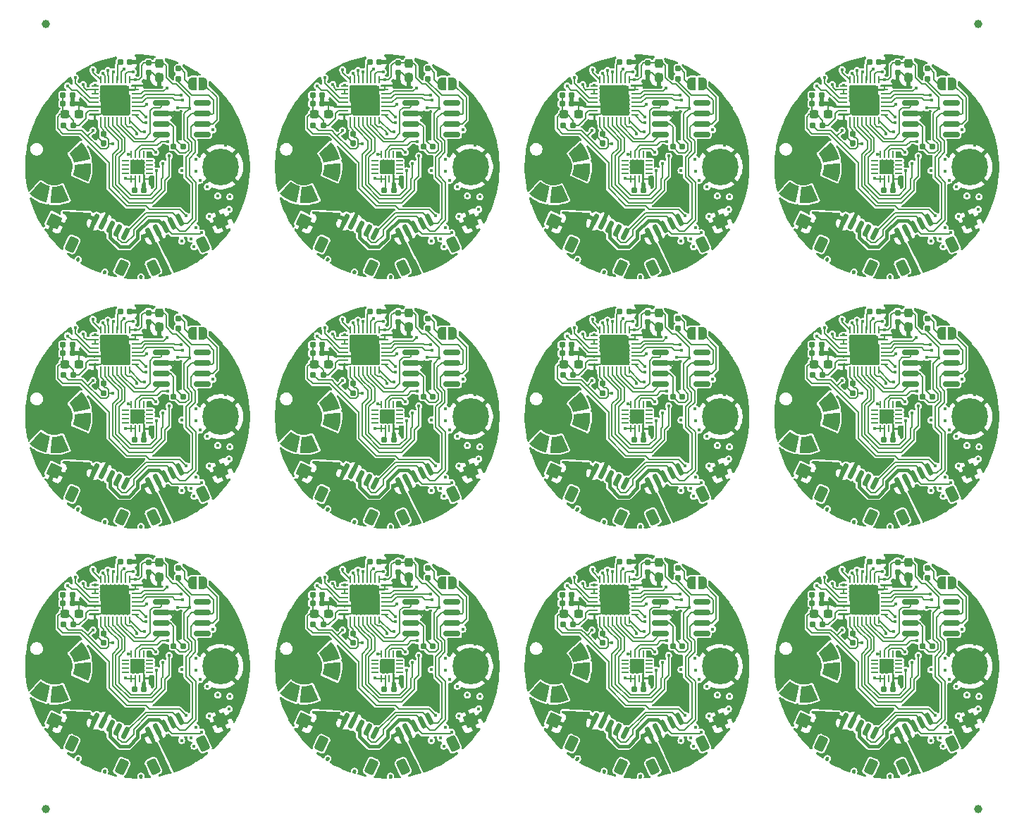
<source format=gtl>
G04 #@! TF.GenerationSoftware,KiCad,Pcbnew,9.0.1-9.0.1-0~ubuntu24.04.1*
G04 #@! TF.CreationDate,2025-04-05T17:47:22+02:00*
G04 #@! TF.ProjectId,panel,70616e65-6c2e-46b6-9963-61645f706362,rev?*
G04 #@! TF.SameCoordinates,Original*
G04 #@! TF.FileFunction,Copper,L1,Top*
G04 #@! TF.FilePolarity,Positive*
%FSLAX46Y46*%
G04 Gerber Fmt 4.6, Leading zero omitted, Abs format (unit mm)*
G04 Created by KiCad (PCBNEW 9.0.1-9.0.1-0~ubuntu24.04.1) date 2025-04-05 17:47:22*
%MOMM*%
%LPD*%
G01*
G04 APERTURE LIST*
G04 Aperture macros list*
%AMRoundRect*
0 Rectangle with rounded corners*
0 $1 Rounding radius*
0 $2 $3 $4 $5 $6 $7 $8 $9 X,Y pos of 4 corners*
0 Add a 4 corners polygon primitive as box body*
4,1,4,$2,$3,$4,$5,$6,$7,$8,$9,$2,$3,0*
0 Add four circle primitives for the rounded corners*
1,1,$1+$1,$2,$3*
1,1,$1+$1,$4,$5*
1,1,$1+$1,$6,$7*
1,1,$1+$1,$8,$9*
0 Add four rect primitives between the rounded corners*
20,1,$1+$1,$2,$3,$4,$5,0*
20,1,$1+$1,$4,$5,$6,$7,0*
20,1,$1+$1,$6,$7,$8,$9,0*
20,1,$1+$1,$8,$9,$2,$3,0*%
%AMRotRect*
0 Rectangle, with rotation*
0 The origin of the aperture is its center*
0 $1 length*
0 $2 width*
0 $3 Rotation angle, in degrees counterclockwise*
0 Add horizontal line*
21,1,$1,$2,0,0,$3*%
%AMFreePoly0*
4,1,14,0.460331,1.078955,0.915618,1.006844,1.139000,0.950004,0.621000,-0.981996,0.468616,-0.943709,0.157101,-0.902697,-0.157101,-0.902697,-0.468616,-0.943709,-0.621000,-0.981996,-1.139000,0.950004,-0.915618,1.006844,-0.460331,1.078955,0.000000,1.103080,0.460331,1.078955,0.460331,1.078955,$1*%
%AMFreePoly1*
4,1,14,0.460320,1.078851,0.915597,1.006743,1.139000,0.950004,0.621000,-0.981996,0.468616,-0.943709,0.157101,-0.902697,-0.157101,-0.902697,-0.468616,-0.943709,-0.621000,-0.981996,-1.139000,0.950004,-0.915597,1.006743,-0.460320,1.078851,0.000000,1.102975,0.460320,1.078851,0.460320,1.078851,$1*%
%AMFreePoly2*
4,1,16,0.460320,1.078850,0.915597,1.006743,1.139000,0.950004,0.621000,-0.981996,0.468594,-0.943818,0.400000,-0.934787,0.400000,-1.300000,-0.400000,-1.300000,-0.400000,-0.934787,-0.468594,-0.943818,-0.621000,-0.981996,-1.139000,0.950004,-0.915597,1.006743,-0.460320,1.078850,0.000000,1.102975,0.460320,1.078850,0.460320,1.078850,$1*%
%AMFreePoly3*
4,1,14,0.460320,1.078847,0.915597,1.006739,1.139000,0.950001,0.620999,-0.982000,0.468593,-0.943822,0.157093,-0.902813,-0.157094,-0.902813,-0.468594,-0.943822,-0.621000,-0.981999,-1.139000,0.950001,-0.915597,1.006739,-0.460320,1.078847,0.000000,1.102971,0.460320,1.078847,0.460320,1.078847,$1*%
%AMFreePoly4*
4,1,23,0.500000,-0.750000,0.000000,-0.750000,0.000000,-0.745722,-0.065263,-0.745722,-0.191342,-0.711940,-0.304381,-0.646677,-0.396677,-0.554381,-0.461940,-0.441342,-0.495722,-0.315263,-0.495722,-0.250000,-0.500000,-0.250000,-0.500000,0.250000,-0.495722,0.250000,-0.495722,0.315263,-0.461940,0.441342,-0.396677,0.554381,-0.304381,0.646677,-0.191342,0.711940,-0.065263,0.745722,0.000000,0.745722,
0.000000,0.750000,0.500000,0.750000,0.500000,-0.750000,0.500000,-0.750000,$1*%
%AMFreePoly5*
4,1,23,0.000000,0.745722,0.065263,0.745722,0.191342,0.711940,0.304381,0.646677,0.396677,0.554381,0.461940,0.441342,0.495722,0.315263,0.495722,0.250000,0.500000,0.250000,0.500000,-0.250000,0.495722,-0.250000,0.495722,-0.315263,0.461940,-0.441342,0.396677,-0.554381,0.304381,-0.646677,0.191342,-0.711940,0.065263,-0.745722,0.000000,-0.745722,0.000000,-0.750000,-0.500000,-0.750000,
-0.500000,0.750000,0.000000,0.750000,0.000000,0.745722,0.000000,0.745722,$1*%
G04 Aperture macros list end*
G04 #@! TA.AperFunction,SMDPad,CuDef*
%ADD10RoundRect,0.155000X-0.212500X-0.155000X0.212500X-0.155000X0.212500X0.155000X-0.212500X0.155000X0*%
G04 #@! TD*
G04 #@! TA.AperFunction,SMDPad,CuDef*
%ADD11RoundRect,0.062500X-0.062500X0.375000X-0.062500X-0.375000X0.062500X-0.375000X0.062500X0.375000X0*%
G04 #@! TD*
G04 #@! TA.AperFunction,SMDPad,CuDef*
%ADD12RoundRect,0.062500X-0.375000X0.062500X-0.375000X-0.062500X0.375000X-0.062500X0.375000X0.062500X0*%
G04 #@! TD*
G04 #@! TA.AperFunction,HeatsinkPad*
%ADD13R,3.450000X3.450000*%
G04 #@! TD*
G04 #@! TA.AperFunction,SMDPad,CuDef*
%ADD14RoundRect,0.237500X-0.237500X0.300000X-0.237500X-0.300000X0.237500X-0.300000X0.237500X0.300000X0*%
G04 #@! TD*
G04 #@! TA.AperFunction,ComponentPad*
%ADD15C,2.600000*%
G04 #@! TD*
G04 #@! TA.AperFunction,ConnectorPad*
%ADD16C,4.400000*%
G04 #@! TD*
G04 #@! TA.AperFunction,SMDPad,CuDef*
%ADD17RoundRect,0.160000X-0.160000X0.197500X-0.160000X-0.197500X0.160000X-0.197500X0.160000X0.197500X0*%
G04 #@! TD*
G04 #@! TA.AperFunction,SMDPad,CuDef*
%ADD18C,1.000000*%
G04 #@! TD*
G04 #@! TA.AperFunction,SMDPad,CuDef*
%ADD19RoundRect,0.155000X-0.155000X0.212500X-0.155000X-0.212500X0.155000X-0.212500X0.155000X0.212500X0*%
G04 #@! TD*
G04 #@! TA.AperFunction,SMDPad,CuDef*
%ADD20RotRect,1.500000X1.500000X25.000000*%
G04 #@! TD*
G04 #@! TA.AperFunction,SMDPad,CuDef*
%ADD21RoundRect,0.237500X-0.300000X-0.237500X0.300000X-0.237500X0.300000X0.237500X-0.300000X0.237500X0*%
G04 #@! TD*
G04 #@! TA.AperFunction,SMDPad,CuDef*
%ADD22RoundRect,0.062500X0.350000X0.062500X-0.350000X0.062500X-0.350000X-0.062500X0.350000X-0.062500X0*%
G04 #@! TD*
G04 #@! TA.AperFunction,SMDPad,CuDef*
%ADD23RoundRect,0.062500X0.062500X0.350000X-0.062500X0.350000X-0.062500X-0.350000X0.062500X-0.350000X0*%
G04 #@! TD*
G04 #@! TA.AperFunction,HeatsinkPad*
%ADD24R,1.700000X1.700000*%
G04 #@! TD*
G04 #@! TA.AperFunction,SMDPad,CuDef*
%ADD25RotRect,1.500000X1.500000X335.000000*%
G04 #@! TD*
G04 #@! TA.AperFunction,SMDPad,CuDef*
%ADD26RoundRect,0.150000X-0.825000X-0.150000X0.825000X-0.150000X0.825000X0.150000X-0.825000X0.150000X0*%
G04 #@! TD*
G04 #@! TA.AperFunction,SMDPad,CuDef*
%ADD27FreePoly0,153.000000*%
G04 #@! TD*
G04 #@! TA.AperFunction,SMDPad,CuDef*
%ADD28FreePoly1,189.000000*%
G04 #@! TD*
G04 #@! TA.AperFunction,SMDPad,CuDef*
%ADD29FreePoly2,225.000000*%
G04 #@! TD*
G04 #@! TA.AperFunction,ComponentPad*
%ADD30C,4.200000*%
G04 #@! TD*
G04 #@! TA.AperFunction,SMDPad,CuDef*
%ADD31FreePoly3,261.000000*%
G04 #@! TD*
G04 #@! TA.AperFunction,SMDPad,CuDef*
%ADD32FreePoly0,297.000000*%
G04 #@! TD*
G04 #@! TA.AperFunction,SMDPad,CuDef*
%ADD33RoundRect,0.160000X-0.197500X-0.160000X0.197500X-0.160000X0.197500X0.160000X-0.197500X0.160000X0*%
G04 #@! TD*
G04 #@! TA.AperFunction,SMDPad,CuDef*
%ADD34FreePoly4,180.000000*%
G04 #@! TD*
G04 #@! TA.AperFunction,SMDPad,CuDef*
%ADD35FreePoly5,180.000000*%
G04 #@! TD*
G04 #@! TA.AperFunction,SMDPad,CuDef*
%ADD36RoundRect,0.150000X-0.400083X-0.503050X-0.128190X-0.629835X0.400083X0.503050X0.128190X0.629835X0*%
G04 #@! TD*
G04 #@! TA.AperFunction,SMDPad,CuDef*
%ADD37RoundRect,0.250000X-0.591910X-0.441184X0.042506X-0.737016X0.591910X0.441184X-0.042506X0.737016X0*%
G04 #@! TD*
G04 #@! TA.AperFunction,SMDPad,CuDef*
%ADD38RoundRect,0.150000X0.128190X-0.629835X0.400083X-0.503050X-0.128190X0.629835X-0.400083X0.503050X0*%
G04 #@! TD*
G04 #@! TA.AperFunction,SMDPad,CuDef*
%ADD39RoundRect,0.250000X-0.042506X-0.737016X0.591910X-0.441184X0.042506X0.737016X-0.591910X0.441184X0*%
G04 #@! TD*
G04 #@! TA.AperFunction,ViaPad*
%ADD40C,0.450000*%
G04 #@! TD*
G04 #@! TA.AperFunction,Conductor*
%ADD41C,0.200000*%
G04 #@! TD*
G04 #@! TA.AperFunction,Conductor*
%ADD42C,0.400000*%
G04 #@! TD*
G04 APERTURE END LIST*
D10*
G04 #@! TO.P,C2,1*
G04 #@! TO.N,Board_5-/NRST*
X48928216Y-38398929D03*
G04 #@! TO.P,C2,2*
G04 #@! TO.N,Board_5-GND*
X50063216Y-38398929D03*
G04 #@! TD*
D11*
G04 #@! TO.P,U4,1,VDD*
G04 #@! TO.N,Board_10-+3.3V*
X80045716Y-70561429D03*
G04 #@! TO.P,U4,2,PF0*
G04 #@! TO.N,Board_10-/PWM_L3*
X79545716Y-70561429D03*
G04 #@! TO.P,U4,3,PF1*
G04 #@! TO.N,Board_10-/DRIVER_NFAULT*
X79045716Y-70561429D03*
G04 #@! TO.P,U4,4,PG10*
G04 #@! TO.N,Board_10-/NRST*
X78545716Y-70561429D03*
G04 #@! TO.P,U4,5,PA0*
G04 #@! TO.N,Board_10-/CURRENT3*
X78045716Y-70561429D03*
G04 #@! TO.P,U4,6,PA1*
G04 #@! TO.N,Board_10-/CURRENT2*
X77545716Y-70561429D03*
G04 #@! TO.P,U4,7,PA2*
G04 #@! TO.N,Board_10-/CURRENT1*
X77045716Y-70561429D03*
G04 #@! TO.P,U4,8,PA3*
G04 #@! TO.N,Board_10-/DRIVER_NSLEEP*
X76545716Y-70561429D03*
D12*
G04 #@! TO.P,U4,9,PA4*
G04 #@! TO.N,Board_10-/CS*
X75858216Y-71248929D03*
G04 #@! TO.P,U4,10,PA5*
G04 #@! TO.N,Board_10-/VOLTAGE_SENCE*
X75858216Y-71748929D03*
G04 #@! TO.P,U4,11,PA6*
X75858216Y-72248929D03*
G04 #@! TO.P,U4,12,PA7*
G04 #@! TO.N,Board_10-/PWM_L1*
X75858216Y-72748929D03*
G04 #@! TO.P,U4,13,PB0*
G04 #@! TO.N,Board_10-/PWM_L2*
X75858216Y-73248929D03*
G04 #@! TO.P,U4,14,VSSA*
G04 #@! TO.N,Board_10-GND*
X75858216Y-73748929D03*
G04 #@! TO.P,U4,15,VDDA*
G04 #@! TO.N,Board_10-VDDA*
X75858216Y-74248929D03*
G04 #@! TO.P,U4,16,VSS*
G04 #@! TO.N,Board_10-GND*
X75858216Y-74748929D03*
D11*
G04 #@! TO.P,U4,17,VDD*
G04 #@! TO.N,Board_10-+3.3V*
X76545716Y-75436429D03*
G04 #@! TO.P,U4,18,PA8*
G04 #@! TO.N,Board_10-/PWM_H1*
X77045716Y-75436429D03*
G04 #@! TO.P,U4,19,PA9*
G04 #@! TO.N,Board_10-/PWM_H2*
X77545716Y-75436429D03*
G04 #@! TO.P,U4,20,PA10*
G04 #@! TO.N,Board_10-/PWM_H3*
X78045716Y-75436429D03*
G04 #@! TO.P,U4,21,PA11*
G04 #@! TO.N,Board_10-/CAN_RX*
X78545716Y-75436429D03*
G04 #@! TO.P,U4,22,PA12*
G04 #@! TO.N,Board_10-/CAN_TX*
X79045716Y-75436429D03*
G04 #@! TO.P,U4,23,PA13*
G04 #@! TO.N,Board_10-/SWDIO*
X79545716Y-75436429D03*
G04 #@! TO.P,U4,24,PA14*
G04 #@! TO.N,Board_10-/SWCLK*
X80045716Y-75436429D03*
D12*
G04 #@! TO.P,U4,25,PA15*
G04 #@! TO.N,Board_10-/CS_EXTERNAL*
X80733216Y-74748929D03*
G04 #@! TO.P,U4,26,PB3*
G04 #@! TO.N,Board_10-/SCK*
X80733216Y-74248929D03*
G04 #@! TO.P,U4,27,PB4*
G04 #@! TO.N,Board_10-/MISO*
X80733216Y-73748929D03*
G04 #@! TO.P,U4,28,PB5*
G04 #@! TO.N,Board_10-/MOSI*
X80733216Y-73248929D03*
G04 #@! TO.P,U4,29,PB6*
G04 #@! TO.N,Board_10-/DRIVER_GAIN*
X80733216Y-72748929D03*
G04 #@! TO.P,U4,30,PB7*
G04 #@! TO.N,Board_10-/DRIVER_SLEW*
X80733216Y-72248929D03*
G04 #@! TO.P,U4,31,PB8*
G04 #@! TO.N,Board_10-GND*
X80733216Y-71748929D03*
G04 #@! TO.P,U4,32,VSS*
X80733216Y-71248929D03*
D13*
G04 #@! TO.P,U4,33,VSS*
X78295716Y-72998929D03*
G04 #@! TD*
D14*
G04 #@! TO.P,C1,1*
G04 #@! TO.N,Board_0-+3.3V*
X23595716Y-8536429D03*
G04 #@! TO.P,C1,2*
G04 #@! TO.N,Board_0-GND*
X23595716Y-10261429D03*
G04 #@! TD*
D15*
G04 #@! TO.P,H1,1,1*
G04 #@! TO.N,Board_4-GND*
X30995716Y-50998929D03*
D16*
X30995716Y-50998929D03*
G04 #@! TD*
D10*
G04 #@! TO.P,C10,1*
G04 #@! TO.N,Board_5-+3.3V*
X55328216Y-48598929D03*
G04 #@! TO.P,C10,2*
G04 #@! TO.N,Board_5-GND*
X56463216Y-48598929D03*
G04 #@! TD*
D17*
G04 #@! TO.P,R3,1*
G04 #@! TO.N,Board_3-Net-(JP1-B)*
X115895716Y-9201429D03*
G04 #@! TO.P,R3,2*
G04 #@! TO.N,Board_3-/CAN_H*
X115895716Y-10396429D03*
G04 #@! TD*
D18*
G04 #@! TO.P,KiKit_FID_T_4,*
G04 #@! TO.N,*
X121995716Y-98147858D03*
G04 #@! TD*
G04 #@! TO.P,KiKit_FID_T_1,*
G04 #@! TO.N,*
X10000000Y-3850000D03*
G04 #@! TD*
D19*
G04 #@! TO.P,C13,1*
G04 #@! TO.N,Board_1-+3.3V*
X46895716Y-17031429D03*
G04 #@! TO.P,C13,2*
G04 #@! TO.N,Board_1-GND*
X46895716Y-18166429D03*
G04 #@! TD*
D10*
G04 #@! TO.P,C5,1*
G04 #@! TO.N,Board_0-VDDA*
X12028216Y-13398929D03*
G04 #@! TO.P,C5,2*
G04 #@! TO.N,Board_0-GND*
X13163216Y-13398929D03*
G04 #@! TD*
D20*
G04 #@! TO.P,PAD4,1,1*
G04 #@! TO.N,Board_10-GND*
X90995716Y-87498929D03*
G04 #@! TD*
D21*
G04 #@! TO.P,C4,1*
G04 #@! TO.N,Board_1-VDDA*
X42233216Y-14698929D03*
G04 #@! TO.P,C4,2*
G04 #@! TO.N,Board_1-GND*
X43958216Y-14698929D03*
G04 #@! TD*
D22*
G04 #@! TO.P,U2,1,NC*
G04 #@! TO.N,Board_3-unconnected-(U2-NC-Pad1)*
X112458216Y-21748929D03*
G04 #@! TO.P,U2,2,NC*
G04 #@! TO.N,Board_3-unconnected-(U2-NC-Pad2)*
X112458216Y-21248929D03*
G04 #@! TO.P,U2,3,NC*
G04 #@! TO.N,Board_3-unconnected-(U2-NC-Pad3)*
X112458216Y-20748929D03*
G04 #@! TO.P,U2,4,NC*
G04 #@! TO.N,Board_3-unconnected-(U2-NC-Pad4)*
X112458216Y-20248929D03*
D23*
G04 #@! TO.P,U2,5,PUSH*
G04 #@! TO.N,Board_3-unconnected-(U2-PUSH-Pad5)*
X111745716Y-19536429D03*
G04 #@! TO.P,U2,6,A*
G04 #@! TO.N,Board_3-/MISO*
X111245716Y-19536429D03*
G04 #@! TO.P,U2,7,B*
G04 #@! TO.N,Board_3-/SCK*
X110745716Y-19536429D03*
G04 #@! TO.P,U2,8,Z*
G04 #@! TO.N,Board_3-/CS*
X110245716Y-19536429D03*
D22*
G04 #@! TO.P,U2,9,W*
G04 #@! TO.N,Board_3-unconnected-(U2-W-Pad9)*
X109533216Y-20248929D03*
G04 #@! TO.P,U2,10,NC*
G04 #@! TO.N,Board_3-unconnected-(U2-NC-Pad10)*
X109533216Y-20748929D03*
G04 #@! TO.P,U2,11,U*
G04 #@! TO.N,Board_3-unconnected-(U2-U-Pad11)*
X109533216Y-21248929D03*
G04 #@! TO.P,U2,12,V*
G04 #@! TO.N,Board_3-unconnected-(U2-V-Pad12)*
X109533216Y-21748929D03*
D23*
G04 #@! TO.P,U2,13,VDD*
G04 #@! TO.N,Board_3-+3.3V*
X110245716Y-22461429D03*
G04 #@! TO.P,U2,14,MODE*
X110745716Y-22461429D03*
G04 #@! TO.P,U2,15,OUT*
G04 #@! TO.N,Board_3-unconnected-(U2-OUT-Pad15)*
X111245716Y-22461429D03*
G04 #@! TO.P,U2,16,GND*
G04 #@! TO.N,Board_3-GND*
X111745716Y-22461429D03*
D24*
G04 #@! TO.P,U2,17,GND*
X110995716Y-20998929D03*
G04 #@! TD*
D10*
G04 #@! TO.P,C7,1*
G04 #@! TO.N,Board_11-+3.3V*
X110628216Y-83798929D03*
G04 #@! TO.P,C7,2*
G04 #@! TO.N,Board_11-GND*
X111763216Y-83798929D03*
G04 #@! TD*
D14*
G04 #@! TO.P,C1,1*
G04 #@! TO.N,Board_4-+3.3V*
X23595716Y-38536429D03*
G04 #@! TO.P,C1,2*
G04 #@! TO.N,Board_4-GND*
X23595716Y-40261429D03*
G04 #@! TD*
D10*
G04 #@! TO.P,C5,1*
G04 #@! TO.N,Board_9-VDDA*
X42028216Y-73398929D03*
G04 #@! TO.P,C5,2*
G04 #@! TO.N,Board_9-GND*
X43163216Y-73398929D03*
G04 #@! TD*
D15*
G04 #@! TO.P,H1,1,1*
G04 #@! TO.N,Board_10-GND*
X90995716Y-80998929D03*
D16*
X90995716Y-80998929D03*
G04 #@! TD*
D10*
G04 #@! TO.P,C33,1*
G04 #@! TO.N,Board_4-VDDA*
X12028216Y-42398929D03*
G04 #@! TO.P,C33,2*
G04 #@! TO.N,Board_4-GND*
X13163216Y-42398929D03*
G04 #@! TD*
D22*
G04 #@! TO.P,U2,1,NC*
G04 #@! TO.N,Board_7-unconnected-(U2-NC-Pad1)*
X112458216Y-51748929D03*
G04 #@! TO.P,U2,2,NC*
G04 #@! TO.N,Board_7-unconnected-(U2-NC-Pad2)*
X112458216Y-51248929D03*
G04 #@! TO.P,U2,3,NC*
G04 #@! TO.N,Board_7-unconnected-(U2-NC-Pad3)*
X112458216Y-50748929D03*
G04 #@! TO.P,U2,4,NC*
G04 #@! TO.N,Board_7-unconnected-(U2-NC-Pad4)*
X112458216Y-50248929D03*
D23*
G04 #@! TO.P,U2,5,PUSH*
G04 #@! TO.N,Board_7-unconnected-(U2-PUSH-Pad5)*
X111745716Y-49536429D03*
G04 #@! TO.P,U2,6,A*
G04 #@! TO.N,Board_7-/MISO*
X111245716Y-49536429D03*
G04 #@! TO.P,U2,7,B*
G04 #@! TO.N,Board_7-/SCK*
X110745716Y-49536429D03*
G04 #@! TO.P,U2,8,Z*
G04 #@! TO.N,Board_7-/CS*
X110245716Y-49536429D03*
D22*
G04 #@! TO.P,U2,9,W*
G04 #@! TO.N,Board_7-unconnected-(U2-W-Pad9)*
X109533216Y-50248929D03*
G04 #@! TO.P,U2,10,NC*
G04 #@! TO.N,Board_7-unconnected-(U2-NC-Pad10)*
X109533216Y-50748929D03*
G04 #@! TO.P,U2,11,U*
G04 #@! TO.N,Board_7-unconnected-(U2-U-Pad11)*
X109533216Y-51248929D03*
G04 #@! TO.P,U2,12,V*
G04 #@! TO.N,Board_7-unconnected-(U2-V-Pad12)*
X109533216Y-51748929D03*
D23*
G04 #@! TO.P,U2,13,VDD*
G04 #@! TO.N,Board_7-+3.3V*
X110245716Y-52461429D03*
G04 #@! TO.P,U2,14,MODE*
X110745716Y-52461429D03*
G04 #@! TO.P,U2,15,OUT*
G04 #@! TO.N,Board_7-unconnected-(U2-OUT-Pad15)*
X111245716Y-52461429D03*
G04 #@! TO.P,U2,16,GND*
G04 #@! TO.N,Board_7-GND*
X111745716Y-52461429D03*
D24*
G04 #@! TO.P,U2,17,GND*
X110995716Y-50998929D03*
G04 #@! TD*
D19*
G04 #@! TO.P,C13,1*
G04 #@! TO.N,Board_9-+3.3V*
X46895716Y-77031429D03*
G04 #@! TO.P,C13,2*
G04 #@! TO.N,Board_9-GND*
X46895716Y-78166429D03*
G04 #@! TD*
D25*
G04 #@! TO.P,PAD5,1,1*
G04 #@! TO.N,Board_9-VCC*
X40995716Y-87498929D03*
G04 #@! TD*
D10*
G04 #@! TO.P,C2,1*
G04 #@! TO.N,Board_4-/NRST*
X18928216Y-38398929D03*
G04 #@! TO.P,C2,2*
G04 #@! TO.N,Board_4-GND*
X20063216Y-38398929D03*
G04 #@! TD*
D15*
G04 #@! TO.P,H1,1,1*
G04 #@! TO.N,Board_7-GND*
X120995716Y-50998929D03*
D16*
X120995716Y-50998929D03*
G04 #@! TD*
D10*
G04 #@! TO.P,C2,1*
G04 #@! TO.N,Board_3-/NRST*
X108928216Y-8398929D03*
G04 #@! TO.P,C2,2*
G04 #@! TO.N,Board_3-GND*
X110063216Y-8398929D03*
G04 #@! TD*
G04 #@! TO.P,C33,1*
G04 #@! TO.N,Board_9-VDDA*
X42028216Y-72398929D03*
G04 #@! TO.P,C33,2*
G04 #@! TO.N,Board_9-GND*
X43163216Y-72398929D03*
G04 #@! TD*
D26*
G04 #@! TO.P,U3,1,D*
G04 #@! TO.N,Board_9-/CAN_TX*
X53820716Y-73293929D03*
G04 #@! TO.P,U3,2,GND*
G04 #@! TO.N,Board_9-GND*
X53820716Y-74563929D03*
G04 #@! TO.P,U3,3,VCC*
G04 #@! TO.N,Board_9-+3.3V*
X53820716Y-75833929D03*
G04 #@! TO.P,U3,4,R*
G04 #@! TO.N,Board_9-/CAN_RX*
X53820716Y-77103929D03*
G04 #@! TO.P,U3,5,Vref*
G04 #@! TO.N,Board_9-unconnected-(U3-Vref-Pad5)*
X58770716Y-77103929D03*
G04 #@! TO.P,U3,6,CANL*
G04 #@! TO.N,Board_9-/CAN_L*
X58770716Y-75833929D03*
G04 #@! TO.P,U3,7,CANH*
G04 #@! TO.N,Board_9-/CAN_H*
X58770716Y-74563929D03*
G04 #@! TO.P,U3,8,Rs*
G04 #@! TO.N,Board_9-GND*
X58770716Y-73293929D03*
G04 #@! TD*
D17*
G04 #@! TO.P,R3,1*
G04 #@! TO.N,Board_9-Net-(JP1-B)*
X55895716Y-69201429D03*
G04 #@! TO.P,R3,2*
G04 #@! TO.N,Board_9-/CAN_H*
X55895716Y-70396429D03*
G04 #@! TD*
D27*
G04 #@! TO.P,J2,1,+3.3V*
G04 #@! TO.N,Board_0-+3.3V*
X9497548Y-23939250D03*
D28*
G04 #@! TO.P,J2,2,SWCLK*
G04 #@! TO.N,Board_0-/SWCLK*
X11511950Y-24258300D03*
D29*
G04 #@! TO.P,J2,3,GND*
G04 #@! TO.N,Board_0-GND*
X13329168Y-23332381D03*
D30*
X10995716Y-20998929D03*
D31*
G04 #@! TO.P,J2,4,SWDIO*
G04 #@! TO.N,Board_0-/SWDIO*
X14255087Y-21515163D03*
D32*
G04 #@! TO.P,J2,5,RESET*
G04 #@! TO.N,Board_0-/NRST*
X13936037Y-19500761D03*
G04 #@! TD*
D10*
G04 #@! TO.P,C7,1*
G04 #@! TO.N,Board_7-+3.3V*
X110628216Y-53798929D03*
G04 #@! TO.P,C7,2*
G04 #@! TO.N,Board_7-GND*
X111763216Y-53798929D03*
G04 #@! TD*
D19*
G04 #@! TO.P,C13,1*
G04 #@! TO.N,Board_3-+3.3V*
X106895716Y-17031429D03*
G04 #@! TO.P,C13,2*
G04 #@! TO.N,Board_3-GND*
X106895716Y-18166429D03*
G04 #@! TD*
D27*
G04 #@! TO.P,J2,1,+3.3V*
G04 #@! TO.N,Board_11-+3.3V*
X99497548Y-83939250D03*
D28*
G04 #@! TO.P,J2,2,SWCLK*
G04 #@! TO.N,Board_11-/SWCLK*
X101511950Y-84258300D03*
D29*
G04 #@! TO.P,J2,3,GND*
G04 #@! TO.N,Board_11-GND*
X103329168Y-83332381D03*
D30*
X100995716Y-80998929D03*
D31*
G04 #@! TO.P,J2,4,SWDIO*
G04 #@! TO.N,Board_11-/SWDIO*
X104255087Y-81515163D03*
D32*
G04 #@! TO.P,J2,5,RESET*
G04 #@! TO.N,Board_11-/NRST*
X103936037Y-79500761D03*
G04 #@! TD*
D10*
G04 #@! TO.P,C10,1*
G04 #@! TO.N,Board_1-+3.3V*
X55328216Y-18598929D03*
G04 #@! TO.P,C10,2*
G04 #@! TO.N,Board_1-GND*
X56463216Y-18598929D03*
G04 #@! TD*
D33*
G04 #@! TO.P,FB1,1*
G04 #@! TO.N,Board_1-+3.3V*
X42098216Y-15998929D03*
G04 #@! TO.P,FB1,2*
G04 #@! TO.N,Board_1-VDDA*
X43293216Y-15998929D03*
G04 #@! TD*
D19*
G04 #@! TO.P,C3,1*
G04 #@! TO.N,Board_5-+3.3V*
X52295716Y-38531429D03*
G04 #@! TO.P,C3,2*
G04 #@! TO.N,Board_5-GND*
X52295716Y-39666429D03*
G04 #@! TD*
D34*
G04 #@! TO.P,JP1,1,A*
G04 #@! TO.N,Board_2-/CAN_L*
X88845716Y-10998929D03*
D35*
G04 #@! TO.P,JP1,2,B*
G04 #@! TO.N,Board_2-Net-(JP1-B)*
X87545716Y-10998929D03*
G04 #@! TD*
D10*
G04 #@! TO.P,C2,1*
G04 #@! TO.N,Board_11-/NRST*
X108928216Y-68398929D03*
G04 #@! TO.P,C2,2*
G04 #@! TO.N,Board_11-GND*
X110063216Y-68398929D03*
G04 #@! TD*
D36*
G04 #@! TO.P,J6,1,Pin_1*
G04 #@! TO.N,Board_2-VCC*
X75928337Y-27341077D03*
G04 #@! TO.P,J6,2,Pin_2*
G04 #@! TO.N,Board_2-GND*
X76834645Y-27763695D03*
G04 #@! TO.P,J6,3,Pin_3*
G04 #@! TO.N,Board_2-+3.3V*
X77740953Y-28186313D03*
G04 #@! TO.P,J6,4,Pin_4*
G04 #@! TO.N,Board_2-/CAN_L*
X78647260Y-28608932D03*
G04 #@! TO.P,J6,5,Pin_5*
G04 #@! TO.N,Board_2-/CAN_H*
X79553568Y-29031550D03*
D37*
G04 #@! TO.P,J6,MP,MountPin*
G04 #@! TO.N,Board_2-unconnected-(J6-MountPin-PadMP)_1*
X73112491Y-30303616D03*
G04 #@! TO.N,Board_2-unconnected-(J6-MountPin-PadMP)*
X79094122Y-33092896D03*
G04 #@! TD*
D10*
G04 #@! TO.P,C7,1*
G04 #@! TO.N,Board_2-+3.3V*
X80628216Y-23798929D03*
G04 #@! TO.P,C7,2*
G04 #@! TO.N,Board_2-GND*
X81763216Y-23798929D03*
G04 #@! TD*
D20*
G04 #@! TO.P,PAD4,1,1*
G04 #@! TO.N,Board_11-GND*
X120995716Y-87498929D03*
G04 #@! TD*
D38*
G04 #@! TO.P,J1,1,Pin_1*
G04 #@! TO.N,Board_5-VCC*
X52437864Y-59031550D03*
G04 #@! TO.P,J1,2,Pin_2*
G04 #@! TO.N,Board_5-GND*
X53344172Y-58608932D03*
G04 #@! TO.P,J1,3,Pin_3*
G04 #@! TO.N,Board_5-+3.3V*
X54250479Y-58186313D03*
G04 #@! TO.P,J1,4,Pin_4*
G04 #@! TO.N,Board_5-/CAN_L*
X55156787Y-57763695D03*
G04 #@! TO.P,J1,5,Pin_5*
G04 #@! TO.N,Board_5-/CAN_H*
X56063095Y-57341077D03*
D39*
G04 #@! TO.P,J1,MP,MountPin*
G04 #@! TO.N,Board_5-unconnected-(J1-MountPin-PadMP)_1*
X52897310Y-63092896D03*
G04 #@! TO.N,Board_5-unconnected-(J1-MountPin-PadMP)*
X58878941Y-60303616D03*
G04 #@! TD*
D10*
G04 #@! TO.P,C33,1*
G04 #@! TO.N,Board_8-VDDA*
X12028216Y-72398929D03*
G04 #@! TO.P,C33,2*
G04 #@! TO.N,Board_8-GND*
X13163216Y-72398929D03*
G04 #@! TD*
G04 #@! TO.P,C33,1*
G04 #@! TO.N,Board_11-VDDA*
X102028216Y-72398929D03*
G04 #@! TO.P,C33,2*
G04 #@! TO.N,Board_11-GND*
X103163216Y-72398929D03*
G04 #@! TD*
D38*
G04 #@! TO.P,J1,1,Pin_1*
G04 #@! TO.N,Board_11-VCC*
X112437864Y-89031550D03*
G04 #@! TO.P,J1,2,Pin_2*
G04 #@! TO.N,Board_11-GND*
X113344172Y-88608932D03*
G04 #@! TO.P,J1,3,Pin_3*
G04 #@! TO.N,Board_11-+3.3V*
X114250479Y-88186313D03*
G04 #@! TO.P,J1,4,Pin_4*
G04 #@! TO.N,Board_11-/CAN_L*
X115156787Y-87763695D03*
G04 #@! TO.P,J1,5,Pin_5*
G04 #@! TO.N,Board_11-/CAN_H*
X116063095Y-87341077D03*
D39*
G04 #@! TO.P,J1,MP,MountPin*
G04 #@! TO.N,Board_11-unconnected-(J1-MountPin-PadMP)_1*
X112897310Y-93092896D03*
G04 #@! TO.N,Board_11-unconnected-(J1-MountPin-PadMP)*
X118878941Y-90303616D03*
G04 #@! TD*
D10*
G04 #@! TO.P,C5,1*
G04 #@! TO.N,Board_1-VDDA*
X42028216Y-13398929D03*
G04 #@! TO.P,C5,2*
G04 #@! TO.N,Board_1-GND*
X43163216Y-13398929D03*
G04 #@! TD*
D26*
G04 #@! TO.P,U3,1,D*
G04 #@! TO.N,Board_6-/CAN_TX*
X83820716Y-43293929D03*
G04 #@! TO.P,U3,2,GND*
G04 #@! TO.N,Board_6-GND*
X83820716Y-44563929D03*
G04 #@! TO.P,U3,3,VCC*
G04 #@! TO.N,Board_6-+3.3V*
X83820716Y-45833929D03*
G04 #@! TO.P,U3,4,R*
G04 #@! TO.N,Board_6-/CAN_RX*
X83820716Y-47103929D03*
G04 #@! TO.P,U3,5,Vref*
G04 #@! TO.N,Board_6-unconnected-(U3-Vref-Pad5)*
X88770716Y-47103929D03*
G04 #@! TO.P,U3,6,CANL*
G04 #@! TO.N,Board_6-/CAN_L*
X88770716Y-45833929D03*
G04 #@! TO.P,U3,7,CANH*
G04 #@! TO.N,Board_6-/CAN_H*
X88770716Y-44563929D03*
G04 #@! TO.P,U3,8,Rs*
G04 #@! TO.N,Board_6-GND*
X88770716Y-43293929D03*
G04 #@! TD*
G04 #@! TO.P,U3,1,D*
G04 #@! TO.N,Board_1-/CAN_TX*
X53820716Y-13293929D03*
G04 #@! TO.P,U3,2,GND*
G04 #@! TO.N,Board_1-GND*
X53820716Y-14563929D03*
G04 #@! TO.P,U3,3,VCC*
G04 #@! TO.N,Board_1-+3.3V*
X53820716Y-15833929D03*
G04 #@! TO.P,U3,4,R*
G04 #@! TO.N,Board_1-/CAN_RX*
X53820716Y-17103929D03*
G04 #@! TO.P,U3,5,Vref*
G04 #@! TO.N,Board_1-unconnected-(U3-Vref-Pad5)*
X58770716Y-17103929D03*
G04 #@! TO.P,U3,6,CANL*
G04 #@! TO.N,Board_1-/CAN_L*
X58770716Y-15833929D03*
G04 #@! TO.P,U3,7,CANH*
G04 #@! TO.N,Board_1-/CAN_H*
X58770716Y-14563929D03*
G04 #@! TO.P,U3,8,Rs*
G04 #@! TO.N,Board_1-GND*
X58770716Y-13293929D03*
G04 #@! TD*
D21*
G04 #@! TO.P,C4,1*
G04 #@! TO.N,Board_9-VDDA*
X42233216Y-74698929D03*
G04 #@! TO.P,C4,2*
G04 #@! TO.N,Board_9-GND*
X43958216Y-74698929D03*
G04 #@! TD*
D10*
G04 #@! TO.P,C10,1*
G04 #@! TO.N,Board_7-+3.3V*
X115328216Y-48598929D03*
G04 #@! TO.P,C10,2*
G04 #@! TO.N,Board_7-GND*
X116463216Y-48598929D03*
G04 #@! TD*
D14*
G04 #@! TO.P,C1,1*
G04 #@! TO.N,Board_3-+3.3V*
X113595716Y-8536429D03*
G04 #@! TO.P,C1,2*
G04 #@! TO.N,Board_3-GND*
X113595716Y-10261429D03*
G04 #@! TD*
D25*
G04 #@! TO.P,PAD5,1,1*
G04 #@! TO.N,Board_0-VCC*
X10995716Y-27498929D03*
G04 #@! TD*
D27*
G04 #@! TO.P,J2,1,+3.3V*
G04 #@! TO.N,Board_1-+3.3V*
X39497548Y-23939250D03*
D28*
G04 #@! TO.P,J2,2,SWCLK*
G04 #@! TO.N,Board_1-/SWCLK*
X41511950Y-24258300D03*
D29*
G04 #@! TO.P,J2,3,GND*
G04 #@! TO.N,Board_1-GND*
X43329168Y-23332381D03*
D30*
X40995716Y-20998929D03*
D31*
G04 #@! TO.P,J2,4,SWDIO*
G04 #@! TO.N,Board_1-/SWDIO*
X44255087Y-21515163D03*
D32*
G04 #@! TO.P,J2,5,RESET*
G04 #@! TO.N,Board_1-/NRST*
X43936037Y-19500761D03*
G04 #@! TD*
D34*
G04 #@! TO.P,JP1,1,A*
G04 #@! TO.N,Board_5-/CAN_L*
X58845716Y-40998929D03*
D35*
G04 #@! TO.P,JP1,2,B*
G04 #@! TO.N,Board_5-Net-(JP1-B)*
X57545716Y-40998929D03*
G04 #@! TD*
D10*
G04 #@! TO.P,C7,1*
G04 #@! TO.N,Board_1-+3.3V*
X50628216Y-23798929D03*
G04 #@! TO.P,C7,2*
G04 #@! TO.N,Board_1-GND*
X51763216Y-23798929D03*
G04 #@! TD*
G04 #@! TO.P,C5,1*
G04 #@! TO.N,Board_7-VDDA*
X102028216Y-43398929D03*
G04 #@! TO.P,C5,2*
G04 #@! TO.N,Board_7-GND*
X103163216Y-43398929D03*
G04 #@! TD*
D14*
G04 #@! TO.P,C1,1*
G04 #@! TO.N,Board_8-+3.3V*
X23595716Y-68536429D03*
G04 #@! TO.P,C1,2*
G04 #@! TO.N,Board_8-GND*
X23595716Y-70261429D03*
G04 #@! TD*
D33*
G04 #@! TO.P,FB1,1*
G04 #@! TO.N,Board_11-+3.3V*
X102098216Y-75998929D03*
G04 #@! TO.P,FB1,2*
G04 #@! TO.N,Board_11-VDDA*
X103293216Y-75998929D03*
G04 #@! TD*
D22*
G04 #@! TO.P,U2,1,NC*
G04 #@! TO.N,Board_5-unconnected-(U2-NC-Pad1)*
X52458216Y-51748929D03*
G04 #@! TO.P,U2,2,NC*
G04 #@! TO.N,Board_5-unconnected-(U2-NC-Pad2)*
X52458216Y-51248929D03*
G04 #@! TO.P,U2,3,NC*
G04 #@! TO.N,Board_5-unconnected-(U2-NC-Pad3)*
X52458216Y-50748929D03*
G04 #@! TO.P,U2,4,NC*
G04 #@! TO.N,Board_5-unconnected-(U2-NC-Pad4)*
X52458216Y-50248929D03*
D23*
G04 #@! TO.P,U2,5,PUSH*
G04 #@! TO.N,Board_5-unconnected-(U2-PUSH-Pad5)*
X51745716Y-49536429D03*
G04 #@! TO.P,U2,6,A*
G04 #@! TO.N,Board_5-/MISO*
X51245716Y-49536429D03*
G04 #@! TO.P,U2,7,B*
G04 #@! TO.N,Board_5-/SCK*
X50745716Y-49536429D03*
G04 #@! TO.P,U2,8,Z*
G04 #@! TO.N,Board_5-/CS*
X50245716Y-49536429D03*
D22*
G04 #@! TO.P,U2,9,W*
G04 #@! TO.N,Board_5-unconnected-(U2-W-Pad9)*
X49533216Y-50248929D03*
G04 #@! TO.P,U2,10,NC*
G04 #@! TO.N,Board_5-unconnected-(U2-NC-Pad10)*
X49533216Y-50748929D03*
G04 #@! TO.P,U2,11,U*
G04 #@! TO.N,Board_5-unconnected-(U2-U-Pad11)*
X49533216Y-51248929D03*
G04 #@! TO.P,U2,12,V*
G04 #@! TO.N,Board_5-unconnected-(U2-V-Pad12)*
X49533216Y-51748929D03*
D23*
G04 #@! TO.P,U2,13,VDD*
G04 #@! TO.N,Board_5-+3.3V*
X50245716Y-52461429D03*
G04 #@! TO.P,U2,14,MODE*
X50745716Y-52461429D03*
G04 #@! TO.P,U2,15,OUT*
G04 #@! TO.N,Board_5-unconnected-(U2-OUT-Pad15)*
X51245716Y-52461429D03*
G04 #@! TO.P,U2,16,GND*
G04 #@! TO.N,Board_5-GND*
X51745716Y-52461429D03*
D24*
G04 #@! TO.P,U2,17,GND*
X50995716Y-50998929D03*
G04 #@! TD*
D27*
G04 #@! TO.P,J2,1,+3.3V*
G04 #@! TO.N,Board_3-+3.3V*
X99497548Y-23939250D03*
D28*
G04 #@! TO.P,J2,2,SWCLK*
G04 #@! TO.N,Board_3-/SWCLK*
X101511950Y-24258300D03*
D29*
G04 #@! TO.P,J2,3,GND*
G04 #@! TO.N,Board_3-GND*
X103329168Y-23332381D03*
D30*
X100995716Y-20998929D03*
D31*
G04 #@! TO.P,J2,4,SWDIO*
G04 #@! TO.N,Board_3-/SWDIO*
X104255087Y-21515163D03*
D32*
G04 #@! TO.P,J2,5,RESET*
G04 #@! TO.N,Board_3-/NRST*
X103936037Y-19500761D03*
G04 #@! TD*
D22*
G04 #@! TO.P,U2,1,NC*
G04 #@! TO.N,Board_9-unconnected-(U2-NC-Pad1)*
X52458216Y-81748929D03*
G04 #@! TO.P,U2,2,NC*
G04 #@! TO.N,Board_9-unconnected-(U2-NC-Pad2)*
X52458216Y-81248929D03*
G04 #@! TO.P,U2,3,NC*
G04 #@! TO.N,Board_9-unconnected-(U2-NC-Pad3)*
X52458216Y-80748929D03*
G04 #@! TO.P,U2,4,NC*
G04 #@! TO.N,Board_9-unconnected-(U2-NC-Pad4)*
X52458216Y-80248929D03*
D23*
G04 #@! TO.P,U2,5,PUSH*
G04 #@! TO.N,Board_9-unconnected-(U2-PUSH-Pad5)*
X51745716Y-79536429D03*
G04 #@! TO.P,U2,6,A*
G04 #@! TO.N,Board_9-/MISO*
X51245716Y-79536429D03*
G04 #@! TO.P,U2,7,B*
G04 #@! TO.N,Board_9-/SCK*
X50745716Y-79536429D03*
G04 #@! TO.P,U2,8,Z*
G04 #@! TO.N,Board_9-/CS*
X50245716Y-79536429D03*
D22*
G04 #@! TO.P,U2,9,W*
G04 #@! TO.N,Board_9-unconnected-(U2-W-Pad9)*
X49533216Y-80248929D03*
G04 #@! TO.P,U2,10,NC*
G04 #@! TO.N,Board_9-unconnected-(U2-NC-Pad10)*
X49533216Y-80748929D03*
G04 #@! TO.P,U2,11,U*
G04 #@! TO.N,Board_9-unconnected-(U2-U-Pad11)*
X49533216Y-81248929D03*
G04 #@! TO.P,U2,12,V*
G04 #@! TO.N,Board_9-unconnected-(U2-V-Pad12)*
X49533216Y-81748929D03*
D23*
G04 #@! TO.P,U2,13,VDD*
G04 #@! TO.N,Board_9-+3.3V*
X50245716Y-82461429D03*
G04 #@! TO.P,U2,14,MODE*
X50745716Y-82461429D03*
G04 #@! TO.P,U2,15,OUT*
G04 #@! TO.N,Board_9-unconnected-(U2-OUT-Pad15)*
X51245716Y-82461429D03*
G04 #@! TO.P,U2,16,GND*
G04 #@! TO.N,Board_9-GND*
X51745716Y-82461429D03*
D24*
G04 #@! TO.P,U2,17,GND*
X50995716Y-80998929D03*
G04 #@! TD*
D20*
G04 #@! TO.P,PAD4,1,1*
G04 #@! TO.N,Board_0-GND*
X30995716Y-27498929D03*
G04 #@! TD*
D21*
G04 #@! TO.P,C4,1*
G04 #@! TO.N,Board_10-VDDA*
X72233216Y-74698929D03*
G04 #@! TO.P,C4,2*
G04 #@! TO.N,Board_10-GND*
X73958216Y-74698929D03*
G04 #@! TD*
D15*
G04 #@! TO.P,H1,1,1*
G04 #@! TO.N,Board_0-GND*
X30995716Y-20998929D03*
D16*
X30995716Y-20998929D03*
G04 #@! TD*
D11*
G04 #@! TO.P,U4,1,VDD*
G04 #@! TO.N,Board_8-+3.3V*
X20045716Y-70561429D03*
G04 #@! TO.P,U4,2,PF0*
G04 #@! TO.N,Board_8-/PWM_L3*
X19545716Y-70561429D03*
G04 #@! TO.P,U4,3,PF1*
G04 #@! TO.N,Board_8-/DRIVER_NFAULT*
X19045716Y-70561429D03*
G04 #@! TO.P,U4,4,PG10*
G04 #@! TO.N,Board_8-/NRST*
X18545716Y-70561429D03*
G04 #@! TO.P,U4,5,PA0*
G04 #@! TO.N,Board_8-/CURRENT3*
X18045716Y-70561429D03*
G04 #@! TO.P,U4,6,PA1*
G04 #@! TO.N,Board_8-/CURRENT2*
X17545716Y-70561429D03*
G04 #@! TO.P,U4,7,PA2*
G04 #@! TO.N,Board_8-/CURRENT1*
X17045716Y-70561429D03*
G04 #@! TO.P,U4,8,PA3*
G04 #@! TO.N,Board_8-/DRIVER_NSLEEP*
X16545716Y-70561429D03*
D12*
G04 #@! TO.P,U4,9,PA4*
G04 #@! TO.N,Board_8-/CS*
X15858216Y-71248929D03*
G04 #@! TO.P,U4,10,PA5*
G04 #@! TO.N,Board_8-/VOLTAGE_SENCE*
X15858216Y-71748929D03*
G04 #@! TO.P,U4,11,PA6*
X15858216Y-72248929D03*
G04 #@! TO.P,U4,12,PA7*
G04 #@! TO.N,Board_8-/PWM_L1*
X15858216Y-72748929D03*
G04 #@! TO.P,U4,13,PB0*
G04 #@! TO.N,Board_8-/PWM_L2*
X15858216Y-73248929D03*
G04 #@! TO.P,U4,14,VSSA*
G04 #@! TO.N,Board_8-GND*
X15858216Y-73748929D03*
G04 #@! TO.P,U4,15,VDDA*
G04 #@! TO.N,Board_8-VDDA*
X15858216Y-74248929D03*
G04 #@! TO.P,U4,16,VSS*
G04 #@! TO.N,Board_8-GND*
X15858216Y-74748929D03*
D11*
G04 #@! TO.P,U4,17,VDD*
G04 #@! TO.N,Board_8-+3.3V*
X16545716Y-75436429D03*
G04 #@! TO.P,U4,18,PA8*
G04 #@! TO.N,Board_8-/PWM_H1*
X17045716Y-75436429D03*
G04 #@! TO.P,U4,19,PA9*
G04 #@! TO.N,Board_8-/PWM_H2*
X17545716Y-75436429D03*
G04 #@! TO.P,U4,20,PA10*
G04 #@! TO.N,Board_8-/PWM_H3*
X18045716Y-75436429D03*
G04 #@! TO.P,U4,21,PA11*
G04 #@! TO.N,Board_8-/CAN_RX*
X18545716Y-75436429D03*
G04 #@! TO.P,U4,22,PA12*
G04 #@! TO.N,Board_8-/CAN_TX*
X19045716Y-75436429D03*
G04 #@! TO.P,U4,23,PA13*
G04 #@! TO.N,Board_8-/SWDIO*
X19545716Y-75436429D03*
G04 #@! TO.P,U4,24,PA14*
G04 #@! TO.N,Board_8-/SWCLK*
X20045716Y-75436429D03*
D12*
G04 #@! TO.P,U4,25,PA15*
G04 #@! TO.N,Board_8-/CS_EXTERNAL*
X20733216Y-74748929D03*
G04 #@! TO.P,U4,26,PB3*
G04 #@! TO.N,Board_8-/SCK*
X20733216Y-74248929D03*
G04 #@! TO.P,U4,27,PB4*
G04 #@! TO.N,Board_8-/MISO*
X20733216Y-73748929D03*
G04 #@! TO.P,U4,28,PB5*
G04 #@! TO.N,Board_8-/MOSI*
X20733216Y-73248929D03*
G04 #@! TO.P,U4,29,PB6*
G04 #@! TO.N,Board_8-/DRIVER_GAIN*
X20733216Y-72748929D03*
G04 #@! TO.P,U4,30,PB7*
G04 #@! TO.N,Board_8-/DRIVER_SLEW*
X20733216Y-72248929D03*
G04 #@! TO.P,U4,31,PB8*
G04 #@! TO.N,Board_8-GND*
X20733216Y-71748929D03*
G04 #@! TO.P,U4,32,VSS*
X20733216Y-71248929D03*
D13*
G04 #@! TO.P,U4,33,VSS*
X18295716Y-72998929D03*
G04 #@! TD*
D36*
G04 #@! TO.P,J6,1,Pin_1*
G04 #@! TO.N,Board_11-VCC*
X105928337Y-87341077D03*
G04 #@! TO.P,J6,2,Pin_2*
G04 #@! TO.N,Board_11-GND*
X106834645Y-87763695D03*
G04 #@! TO.P,J6,3,Pin_3*
G04 #@! TO.N,Board_11-+3.3V*
X107740953Y-88186313D03*
G04 #@! TO.P,J6,4,Pin_4*
G04 #@! TO.N,Board_11-/CAN_L*
X108647260Y-88608932D03*
G04 #@! TO.P,J6,5,Pin_5*
G04 #@! TO.N,Board_11-/CAN_H*
X109553568Y-89031550D03*
D37*
G04 #@! TO.P,J6,MP,MountPin*
G04 #@! TO.N,Board_11-unconnected-(J6-MountPin-PadMP)_1*
X103112491Y-90303616D03*
G04 #@! TO.N,Board_11-unconnected-(J6-MountPin-PadMP)*
X109094122Y-93092896D03*
G04 #@! TD*
D10*
G04 #@! TO.P,C5,1*
G04 #@! TO.N,Board_3-VDDA*
X102028216Y-13398929D03*
G04 #@! TO.P,C5,2*
G04 #@! TO.N,Board_3-GND*
X103163216Y-13398929D03*
G04 #@! TD*
D11*
G04 #@! TO.P,U4,1,VDD*
G04 #@! TO.N,Board_9-+3.3V*
X50045716Y-70561429D03*
G04 #@! TO.P,U4,2,PF0*
G04 #@! TO.N,Board_9-/PWM_L3*
X49545716Y-70561429D03*
G04 #@! TO.P,U4,3,PF1*
G04 #@! TO.N,Board_9-/DRIVER_NFAULT*
X49045716Y-70561429D03*
G04 #@! TO.P,U4,4,PG10*
G04 #@! TO.N,Board_9-/NRST*
X48545716Y-70561429D03*
G04 #@! TO.P,U4,5,PA0*
G04 #@! TO.N,Board_9-/CURRENT3*
X48045716Y-70561429D03*
G04 #@! TO.P,U4,6,PA1*
G04 #@! TO.N,Board_9-/CURRENT2*
X47545716Y-70561429D03*
G04 #@! TO.P,U4,7,PA2*
G04 #@! TO.N,Board_9-/CURRENT1*
X47045716Y-70561429D03*
G04 #@! TO.P,U4,8,PA3*
G04 #@! TO.N,Board_9-/DRIVER_NSLEEP*
X46545716Y-70561429D03*
D12*
G04 #@! TO.P,U4,9,PA4*
G04 #@! TO.N,Board_9-/CS*
X45858216Y-71248929D03*
G04 #@! TO.P,U4,10,PA5*
G04 #@! TO.N,Board_9-/VOLTAGE_SENCE*
X45858216Y-71748929D03*
G04 #@! TO.P,U4,11,PA6*
X45858216Y-72248929D03*
G04 #@! TO.P,U4,12,PA7*
G04 #@! TO.N,Board_9-/PWM_L1*
X45858216Y-72748929D03*
G04 #@! TO.P,U4,13,PB0*
G04 #@! TO.N,Board_9-/PWM_L2*
X45858216Y-73248929D03*
G04 #@! TO.P,U4,14,VSSA*
G04 #@! TO.N,Board_9-GND*
X45858216Y-73748929D03*
G04 #@! TO.P,U4,15,VDDA*
G04 #@! TO.N,Board_9-VDDA*
X45858216Y-74248929D03*
G04 #@! TO.P,U4,16,VSS*
G04 #@! TO.N,Board_9-GND*
X45858216Y-74748929D03*
D11*
G04 #@! TO.P,U4,17,VDD*
G04 #@! TO.N,Board_9-+3.3V*
X46545716Y-75436429D03*
G04 #@! TO.P,U4,18,PA8*
G04 #@! TO.N,Board_9-/PWM_H1*
X47045716Y-75436429D03*
G04 #@! TO.P,U4,19,PA9*
G04 #@! TO.N,Board_9-/PWM_H2*
X47545716Y-75436429D03*
G04 #@! TO.P,U4,20,PA10*
G04 #@! TO.N,Board_9-/PWM_H3*
X48045716Y-75436429D03*
G04 #@! TO.P,U4,21,PA11*
G04 #@! TO.N,Board_9-/CAN_RX*
X48545716Y-75436429D03*
G04 #@! TO.P,U4,22,PA12*
G04 #@! TO.N,Board_9-/CAN_TX*
X49045716Y-75436429D03*
G04 #@! TO.P,U4,23,PA13*
G04 #@! TO.N,Board_9-/SWDIO*
X49545716Y-75436429D03*
G04 #@! TO.P,U4,24,PA14*
G04 #@! TO.N,Board_9-/SWCLK*
X50045716Y-75436429D03*
D12*
G04 #@! TO.P,U4,25,PA15*
G04 #@! TO.N,Board_9-/CS_EXTERNAL*
X50733216Y-74748929D03*
G04 #@! TO.P,U4,26,PB3*
G04 #@! TO.N,Board_9-/SCK*
X50733216Y-74248929D03*
G04 #@! TO.P,U4,27,PB4*
G04 #@! TO.N,Board_9-/MISO*
X50733216Y-73748929D03*
G04 #@! TO.P,U4,28,PB5*
G04 #@! TO.N,Board_9-/MOSI*
X50733216Y-73248929D03*
G04 #@! TO.P,U4,29,PB6*
G04 #@! TO.N,Board_9-/DRIVER_GAIN*
X50733216Y-72748929D03*
G04 #@! TO.P,U4,30,PB7*
G04 #@! TO.N,Board_9-/DRIVER_SLEW*
X50733216Y-72248929D03*
G04 #@! TO.P,U4,31,PB8*
G04 #@! TO.N,Board_9-GND*
X50733216Y-71748929D03*
G04 #@! TO.P,U4,32,VSS*
X50733216Y-71248929D03*
D13*
G04 #@! TO.P,U4,33,VSS*
X48295716Y-72998929D03*
G04 #@! TD*
D36*
G04 #@! TO.P,J6,1,Pin_1*
G04 #@! TO.N,Board_10-VCC*
X75928337Y-87341077D03*
G04 #@! TO.P,J6,2,Pin_2*
G04 #@! TO.N,Board_10-GND*
X76834645Y-87763695D03*
G04 #@! TO.P,J6,3,Pin_3*
G04 #@! TO.N,Board_10-+3.3V*
X77740953Y-88186313D03*
G04 #@! TO.P,J6,4,Pin_4*
G04 #@! TO.N,Board_10-/CAN_L*
X78647260Y-88608932D03*
G04 #@! TO.P,J6,5,Pin_5*
G04 #@! TO.N,Board_10-/CAN_H*
X79553568Y-89031550D03*
D37*
G04 #@! TO.P,J6,MP,MountPin*
G04 #@! TO.N,Board_10-unconnected-(J6-MountPin-PadMP)_1*
X73112491Y-90303616D03*
G04 #@! TO.N,Board_10-unconnected-(J6-MountPin-PadMP)*
X79094122Y-93092896D03*
G04 #@! TD*
D25*
G04 #@! TO.P,PAD5,1,1*
G04 #@! TO.N,Board_6-VCC*
X70995716Y-57498929D03*
G04 #@! TD*
D10*
G04 #@! TO.P,C2,1*
G04 #@! TO.N,Board_1-/NRST*
X48928216Y-8398929D03*
G04 #@! TO.P,C2,2*
G04 #@! TO.N,Board_1-GND*
X50063216Y-8398929D03*
G04 #@! TD*
D19*
G04 #@! TO.P,C13,1*
G04 #@! TO.N,Board_11-+3.3V*
X106895716Y-77031429D03*
G04 #@! TO.P,C13,2*
G04 #@! TO.N,Board_11-GND*
X106895716Y-78166429D03*
G04 #@! TD*
D10*
G04 #@! TO.P,C33,1*
G04 #@! TO.N,Board_3-VDDA*
X102028216Y-12398929D03*
G04 #@! TO.P,C33,2*
G04 #@! TO.N,Board_3-GND*
X103163216Y-12398929D03*
G04 #@! TD*
D19*
G04 #@! TO.P,C3,1*
G04 #@! TO.N,Board_1-+3.3V*
X52295716Y-8531429D03*
G04 #@! TO.P,C3,2*
G04 #@! TO.N,Board_1-GND*
X52295716Y-9666429D03*
G04 #@! TD*
D36*
G04 #@! TO.P,J6,1,Pin_1*
G04 #@! TO.N,Board_8-VCC*
X15928337Y-87341077D03*
G04 #@! TO.P,J6,2,Pin_2*
G04 #@! TO.N,Board_8-GND*
X16834645Y-87763695D03*
G04 #@! TO.P,J6,3,Pin_3*
G04 #@! TO.N,Board_8-+3.3V*
X17740953Y-88186313D03*
G04 #@! TO.P,J6,4,Pin_4*
G04 #@! TO.N,Board_8-/CAN_L*
X18647260Y-88608932D03*
G04 #@! TO.P,J6,5,Pin_5*
G04 #@! TO.N,Board_8-/CAN_H*
X19553568Y-89031550D03*
D37*
G04 #@! TO.P,J6,MP,MountPin*
G04 #@! TO.N,Board_8-unconnected-(J6-MountPin-PadMP)_1*
X13112491Y-90303616D03*
G04 #@! TO.N,Board_8-unconnected-(J6-MountPin-PadMP)*
X19094122Y-93092896D03*
G04 #@! TD*
D10*
G04 #@! TO.P,C5,1*
G04 #@! TO.N,Board_2-VDDA*
X72028216Y-13398929D03*
G04 #@! TO.P,C5,2*
G04 #@! TO.N,Board_2-GND*
X73163216Y-13398929D03*
G04 #@! TD*
D15*
G04 #@! TO.P,H1,1,1*
G04 #@! TO.N,Board_2-GND*
X90995716Y-20998929D03*
D16*
X90995716Y-20998929D03*
G04 #@! TD*
D17*
G04 #@! TO.P,R3,1*
G04 #@! TO.N,Board_4-Net-(JP1-B)*
X25895716Y-39201429D03*
G04 #@! TO.P,R3,2*
G04 #@! TO.N,Board_4-/CAN_H*
X25895716Y-40396429D03*
G04 #@! TD*
D11*
G04 #@! TO.P,U4,1,VDD*
G04 #@! TO.N,Board_6-+3.3V*
X80045716Y-40561429D03*
G04 #@! TO.P,U4,2,PF0*
G04 #@! TO.N,Board_6-/PWM_L3*
X79545716Y-40561429D03*
G04 #@! TO.P,U4,3,PF1*
G04 #@! TO.N,Board_6-/DRIVER_NFAULT*
X79045716Y-40561429D03*
G04 #@! TO.P,U4,4,PG10*
G04 #@! TO.N,Board_6-/NRST*
X78545716Y-40561429D03*
G04 #@! TO.P,U4,5,PA0*
G04 #@! TO.N,Board_6-/CURRENT3*
X78045716Y-40561429D03*
G04 #@! TO.P,U4,6,PA1*
G04 #@! TO.N,Board_6-/CURRENT2*
X77545716Y-40561429D03*
G04 #@! TO.P,U4,7,PA2*
G04 #@! TO.N,Board_6-/CURRENT1*
X77045716Y-40561429D03*
G04 #@! TO.P,U4,8,PA3*
G04 #@! TO.N,Board_6-/DRIVER_NSLEEP*
X76545716Y-40561429D03*
D12*
G04 #@! TO.P,U4,9,PA4*
G04 #@! TO.N,Board_6-/CS*
X75858216Y-41248929D03*
G04 #@! TO.P,U4,10,PA5*
G04 #@! TO.N,Board_6-/VOLTAGE_SENCE*
X75858216Y-41748929D03*
G04 #@! TO.P,U4,11,PA6*
X75858216Y-42248929D03*
G04 #@! TO.P,U4,12,PA7*
G04 #@! TO.N,Board_6-/PWM_L1*
X75858216Y-42748929D03*
G04 #@! TO.P,U4,13,PB0*
G04 #@! TO.N,Board_6-/PWM_L2*
X75858216Y-43248929D03*
G04 #@! TO.P,U4,14,VSSA*
G04 #@! TO.N,Board_6-GND*
X75858216Y-43748929D03*
G04 #@! TO.P,U4,15,VDDA*
G04 #@! TO.N,Board_6-VDDA*
X75858216Y-44248929D03*
G04 #@! TO.P,U4,16,VSS*
G04 #@! TO.N,Board_6-GND*
X75858216Y-44748929D03*
D11*
G04 #@! TO.P,U4,17,VDD*
G04 #@! TO.N,Board_6-+3.3V*
X76545716Y-45436429D03*
G04 #@! TO.P,U4,18,PA8*
G04 #@! TO.N,Board_6-/PWM_H1*
X77045716Y-45436429D03*
G04 #@! TO.P,U4,19,PA9*
G04 #@! TO.N,Board_6-/PWM_H2*
X77545716Y-45436429D03*
G04 #@! TO.P,U4,20,PA10*
G04 #@! TO.N,Board_6-/PWM_H3*
X78045716Y-45436429D03*
G04 #@! TO.P,U4,21,PA11*
G04 #@! TO.N,Board_6-/CAN_RX*
X78545716Y-45436429D03*
G04 #@! TO.P,U4,22,PA12*
G04 #@! TO.N,Board_6-/CAN_TX*
X79045716Y-45436429D03*
G04 #@! TO.P,U4,23,PA13*
G04 #@! TO.N,Board_6-/SWDIO*
X79545716Y-45436429D03*
G04 #@! TO.P,U4,24,PA14*
G04 #@! TO.N,Board_6-/SWCLK*
X80045716Y-45436429D03*
D12*
G04 #@! TO.P,U4,25,PA15*
G04 #@! TO.N,Board_6-/CS_EXTERNAL*
X80733216Y-44748929D03*
G04 #@! TO.P,U4,26,PB3*
G04 #@! TO.N,Board_6-/SCK*
X80733216Y-44248929D03*
G04 #@! TO.P,U4,27,PB4*
G04 #@! TO.N,Board_6-/MISO*
X80733216Y-43748929D03*
G04 #@! TO.P,U4,28,PB5*
G04 #@! TO.N,Board_6-/MOSI*
X80733216Y-43248929D03*
G04 #@! TO.P,U4,29,PB6*
G04 #@! TO.N,Board_6-/DRIVER_GAIN*
X80733216Y-42748929D03*
G04 #@! TO.P,U4,30,PB7*
G04 #@! TO.N,Board_6-/DRIVER_SLEW*
X80733216Y-42248929D03*
G04 #@! TO.P,U4,31,PB8*
G04 #@! TO.N,Board_6-GND*
X80733216Y-41748929D03*
G04 #@! TO.P,U4,32,VSS*
X80733216Y-41248929D03*
D13*
G04 #@! TO.P,U4,33,VSS*
X78295716Y-42998929D03*
G04 #@! TD*
D38*
G04 #@! TO.P,J1,1,Pin_1*
G04 #@! TO.N,Board_0-VCC*
X22437864Y-29031550D03*
G04 #@! TO.P,J1,2,Pin_2*
G04 #@! TO.N,Board_0-GND*
X23344172Y-28608932D03*
G04 #@! TO.P,J1,3,Pin_3*
G04 #@! TO.N,Board_0-+3.3V*
X24250479Y-28186313D03*
G04 #@! TO.P,J1,4,Pin_4*
G04 #@! TO.N,Board_0-/CAN_L*
X25156787Y-27763695D03*
G04 #@! TO.P,J1,5,Pin_5*
G04 #@! TO.N,Board_0-/CAN_H*
X26063095Y-27341077D03*
D39*
G04 #@! TO.P,J1,MP,MountPin*
G04 #@! TO.N,Board_0-unconnected-(J1-MountPin-PadMP)_1*
X22897310Y-33092896D03*
G04 #@! TO.N,Board_0-unconnected-(J1-MountPin-PadMP)*
X28878941Y-30303616D03*
G04 #@! TD*
D10*
G04 #@! TO.P,C2,1*
G04 #@! TO.N,Board_2-/NRST*
X78928216Y-8398929D03*
G04 #@! TO.P,C2,2*
G04 #@! TO.N,Board_2-GND*
X80063216Y-8398929D03*
G04 #@! TD*
D25*
G04 #@! TO.P,PAD5,1,1*
G04 #@! TO.N,Board_10-VCC*
X70995716Y-87498929D03*
G04 #@! TD*
D21*
G04 #@! TO.P,C4,1*
G04 #@! TO.N,Board_7-VDDA*
X102233216Y-44698929D03*
G04 #@! TO.P,C4,2*
G04 #@! TO.N,Board_7-GND*
X103958216Y-44698929D03*
G04 #@! TD*
D33*
G04 #@! TO.P,FB1,1*
G04 #@! TO.N,Board_8-+3.3V*
X12098216Y-75998929D03*
G04 #@! TO.P,FB1,2*
G04 #@! TO.N,Board_8-VDDA*
X13293216Y-75998929D03*
G04 #@! TD*
D10*
G04 #@! TO.P,C7,1*
G04 #@! TO.N,Board_9-+3.3V*
X50628216Y-83798929D03*
G04 #@! TO.P,C7,2*
G04 #@! TO.N,Board_9-GND*
X51763216Y-83798929D03*
G04 #@! TD*
D14*
G04 #@! TO.P,C1,1*
G04 #@! TO.N,Board_10-+3.3V*
X83595716Y-68536429D03*
G04 #@! TO.P,C1,2*
G04 #@! TO.N,Board_10-GND*
X83595716Y-70261429D03*
G04 #@! TD*
D10*
G04 #@! TO.P,C7,1*
G04 #@! TO.N,Board_0-+3.3V*
X20628216Y-23798929D03*
G04 #@! TO.P,C7,2*
G04 #@! TO.N,Board_0-GND*
X21763216Y-23798929D03*
G04 #@! TD*
D14*
G04 #@! TO.P,C1,1*
G04 #@! TO.N,Board_1-+3.3V*
X53595716Y-8536429D03*
G04 #@! TO.P,C1,2*
G04 #@! TO.N,Board_1-GND*
X53595716Y-10261429D03*
G04 #@! TD*
D19*
G04 #@! TO.P,C3,1*
G04 #@! TO.N,Board_2-+3.3V*
X82295716Y-8531429D03*
G04 #@! TO.P,C3,2*
G04 #@! TO.N,Board_2-GND*
X82295716Y-9666429D03*
G04 #@! TD*
D26*
G04 #@! TO.P,U3,1,D*
G04 #@! TO.N,Board_10-/CAN_TX*
X83820716Y-73293929D03*
G04 #@! TO.P,U3,2,GND*
G04 #@! TO.N,Board_10-GND*
X83820716Y-74563929D03*
G04 #@! TO.P,U3,3,VCC*
G04 #@! TO.N,Board_10-+3.3V*
X83820716Y-75833929D03*
G04 #@! TO.P,U3,4,R*
G04 #@! TO.N,Board_10-/CAN_RX*
X83820716Y-77103929D03*
G04 #@! TO.P,U3,5,Vref*
G04 #@! TO.N,Board_10-unconnected-(U3-Vref-Pad5)*
X88770716Y-77103929D03*
G04 #@! TO.P,U3,6,CANL*
G04 #@! TO.N,Board_10-/CAN_L*
X88770716Y-75833929D03*
G04 #@! TO.P,U3,7,CANH*
G04 #@! TO.N,Board_10-/CAN_H*
X88770716Y-74563929D03*
G04 #@! TO.P,U3,8,Rs*
G04 #@! TO.N,Board_10-GND*
X88770716Y-73293929D03*
G04 #@! TD*
D10*
G04 #@! TO.P,C10,1*
G04 #@! TO.N,Board_8-+3.3V*
X25328216Y-78598929D03*
G04 #@! TO.P,C10,2*
G04 #@! TO.N,Board_8-GND*
X26463216Y-78598929D03*
G04 #@! TD*
D19*
G04 #@! TO.P,C13,1*
G04 #@! TO.N,Board_10-+3.3V*
X76895716Y-77031429D03*
G04 #@! TO.P,C13,2*
G04 #@! TO.N,Board_10-GND*
X76895716Y-78166429D03*
G04 #@! TD*
D38*
G04 #@! TO.P,J1,1,Pin_1*
G04 #@! TO.N,Board_1-VCC*
X52437864Y-29031550D03*
G04 #@! TO.P,J1,2,Pin_2*
G04 #@! TO.N,Board_1-GND*
X53344172Y-28608932D03*
G04 #@! TO.P,J1,3,Pin_3*
G04 #@! TO.N,Board_1-+3.3V*
X54250479Y-28186313D03*
G04 #@! TO.P,J1,4,Pin_4*
G04 #@! TO.N,Board_1-/CAN_L*
X55156787Y-27763695D03*
G04 #@! TO.P,J1,5,Pin_5*
G04 #@! TO.N,Board_1-/CAN_H*
X56063095Y-27341077D03*
D39*
G04 #@! TO.P,J1,MP,MountPin*
G04 #@! TO.N,Board_1-unconnected-(J1-MountPin-PadMP)_1*
X52897310Y-33092896D03*
G04 #@! TO.N,Board_1-unconnected-(J1-MountPin-PadMP)*
X58878941Y-30303616D03*
G04 #@! TD*
D10*
G04 #@! TO.P,C5,1*
G04 #@! TO.N,Board_10-VDDA*
X72028216Y-73398929D03*
G04 #@! TO.P,C5,2*
G04 #@! TO.N,Board_10-GND*
X73163216Y-73398929D03*
G04 #@! TD*
D21*
G04 #@! TO.P,C4,1*
G04 #@! TO.N,Board_8-VDDA*
X12233216Y-74698929D03*
G04 #@! TO.P,C4,2*
G04 #@! TO.N,Board_8-GND*
X13958216Y-74698929D03*
G04 #@! TD*
D11*
G04 #@! TO.P,U4,1,VDD*
G04 #@! TO.N,Board_0-+3.3V*
X20045716Y-10561429D03*
G04 #@! TO.P,U4,2,PF0*
G04 #@! TO.N,Board_0-/PWM_L3*
X19545716Y-10561429D03*
G04 #@! TO.P,U4,3,PF1*
G04 #@! TO.N,Board_0-/DRIVER_NFAULT*
X19045716Y-10561429D03*
G04 #@! TO.P,U4,4,PG10*
G04 #@! TO.N,Board_0-/NRST*
X18545716Y-10561429D03*
G04 #@! TO.P,U4,5,PA0*
G04 #@! TO.N,Board_0-/CURRENT3*
X18045716Y-10561429D03*
G04 #@! TO.P,U4,6,PA1*
G04 #@! TO.N,Board_0-/CURRENT2*
X17545716Y-10561429D03*
G04 #@! TO.P,U4,7,PA2*
G04 #@! TO.N,Board_0-/CURRENT1*
X17045716Y-10561429D03*
G04 #@! TO.P,U4,8,PA3*
G04 #@! TO.N,Board_0-/DRIVER_NSLEEP*
X16545716Y-10561429D03*
D12*
G04 #@! TO.P,U4,9,PA4*
G04 #@! TO.N,Board_0-/CS*
X15858216Y-11248929D03*
G04 #@! TO.P,U4,10,PA5*
G04 #@! TO.N,Board_0-/VOLTAGE_SENCE*
X15858216Y-11748929D03*
G04 #@! TO.P,U4,11,PA6*
X15858216Y-12248929D03*
G04 #@! TO.P,U4,12,PA7*
G04 #@! TO.N,Board_0-/PWM_L1*
X15858216Y-12748929D03*
G04 #@! TO.P,U4,13,PB0*
G04 #@! TO.N,Board_0-/PWM_L2*
X15858216Y-13248929D03*
G04 #@! TO.P,U4,14,VSSA*
G04 #@! TO.N,Board_0-GND*
X15858216Y-13748929D03*
G04 #@! TO.P,U4,15,VDDA*
G04 #@! TO.N,Board_0-VDDA*
X15858216Y-14248929D03*
G04 #@! TO.P,U4,16,VSS*
G04 #@! TO.N,Board_0-GND*
X15858216Y-14748929D03*
D11*
G04 #@! TO.P,U4,17,VDD*
G04 #@! TO.N,Board_0-+3.3V*
X16545716Y-15436429D03*
G04 #@! TO.P,U4,18,PA8*
G04 #@! TO.N,Board_0-/PWM_H1*
X17045716Y-15436429D03*
G04 #@! TO.P,U4,19,PA9*
G04 #@! TO.N,Board_0-/PWM_H2*
X17545716Y-15436429D03*
G04 #@! TO.P,U4,20,PA10*
G04 #@! TO.N,Board_0-/PWM_H3*
X18045716Y-15436429D03*
G04 #@! TO.P,U4,21,PA11*
G04 #@! TO.N,Board_0-/CAN_RX*
X18545716Y-15436429D03*
G04 #@! TO.P,U4,22,PA12*
G04 #@! TO.N,Board_0-/CAN_TX*
X19045716Y-15436429D03*
G04 #@! TO.P,U4,23,PA13*
G04 #@! TO.N,Board_0-/SWDIO*
X19545716Y-15436429D03*
G04 #@! TO.P,U4,24,PA14*
G04 #@! TO.N,Board_0-/SWCLK*
X20045716Y-15436429D03*
D12*
G04 #@! TO.P,U4,25,PA15*
G04 #@! TO.N,Board_0-/CS_EXTERNAL*
X20733216Y-14748929D03*
G04 #@! TO.P,U4,26,PB3*
G04 #@! TO.N,Board_0-/SCK*
X20733216Y-14248929D03*
G04 #@! TO.P,U4,27,PB4*
G04 #@! TO.N,Board_0-/MISO*
X20733216Y-13748929D03*
G04 #@! TO.P,U4,28,PB5*
G04 #@! TO.N,Board_0-/MOSI*
X20733216Y-13248929D03*
G04 #@! TO.P,U4,29,PB6*
G04 #@! TO.N,Board_0-/DRIVER_GAIN*
X20733216Y-12748929D03*
G04 #@! TO.P,U4,30,PB7*
G04 #@! TO.N,Board_0-/DRIVER_SLEW*
X20733216Y-12248929D03*
G04 #@! TO.P,U4,31,PB8*
G04 #@! TO.N,Board_0-GND*
X20733216Y-11748929D03*
G04 #@! TO.P,U4,32,VSS*
X20733216Y-11248929D03*
D13*
G04 #@! TO.P,U4,33,VSS*
X18295716Y-12998929D03*
G04 #@! TD*
D34*
G04 #@! TO.P,JP1,1,A*
G04 #@! TO.N,Board_1-/CAN_L*
X58845716Y-10998929D03*
D35*
G04 #@! TO.P,JP1,2,B*
G04 #@! TO.N,Board_1-Net-(JP1-B)*
X57545716Y-10998929D03*
G04 #@! TD*
D27*
G04 #@! TO.P,J2,1,+3.3V*
G04 #@! TO.N,Board_6-+3.3V*
X69497548Y-53939250D03*
D28*
G04 #@! TO.P,J2,2,SWCLK*
G04 #@! TO.N,Board_6-/SWCLK*
X71511950Y-54258300D03*
D29*
G04 #@! TO.P,J2,3,GND*
G04 #@! TO.N,Board_6-GND*
X73329168Y-53332381D03*
D30*
X70995716Y-50998929D03*
D31*
G04 #@! TO.P,J2,4,SWDIO*
G04 #@! TO.N,Board_6-/SWDIO*
X74255087Y-51515163D03*
D32*
G04 #@! TO.P,J2,5,RESET*
G04 #@! TO.N,Board_6-/NRST*
X73936037Y-49500761D03*
G04 #@! TD*
D10*
G04 #@! TO.P,C5,1*
G04 #@! TO.N,Board_5-VDDA*
X42028216Y-43398929D03*
G04 #@! TO.P,C5,2*
G04 #@! TO.N,Board_5-GND*
X43163216Y-43398929D03*
G04 #@! TD*
D36*
G04 #@! TO.P,J6,1,Pin_1*
G04 #@! TO.N,Board_1-VCC*
X45928337Y-27341077D03*
G04 #@! TO.P,J6,2,Pin_2*
G04 #@! TO.N,Board_1-GND*
X46834645Y-27763695D03*
G04 #@! TO.P,J6,3,Pin_3*
G04 #@! TO.N,Board_1-+3.3V*
X47740953Y-28186313D03*
G04 #@! TO.P,J6,4,Pin_4*
G04 #@! TO.N,Board_1-/CAN_L*
X48647260Y-28608932D03*
G04 #@! TO.P,J6,5,Pin_5*
G04 #@! TO.N,Board_1-/CAN_H*
X49553568Y-29031550D03*
D37*
G04 #@! TO.P,J6,MP,MountPin*
G04 #@! TO.N,Board_1-unconnected-(J6-MountPin-PadMP)_1*
X43112491Y-30303616D03*
G04 #@! TO.N,Board_1-unconnected-(J6-MountPin-PadMP)*
X49094122Y-33092896D03*
G04 #@! TD*
D21*
G04 #@! TO.P,C4,1*
G04 #@! TO.N,Board_3-VDDA*
X102233216Y-14698929D03*
G04 #@! TO.P,C4,2*
G04 #@! TO.N,Board_3-GND*
X103958216Y-14698929D03*
G04 #@! TD*
D25*
G04 #@! TO.P,PAD5,1,1*
G04 #@! TO.N,Board_2-VCC*
X70995716Y-27498929D03*
G04 #@! TD*
D20*
G04 #@! TO.P,PAD4,1,1*
G04 #@! TO.N,Board_8-GND*
X30995716Y-87498929D03*
G04 #@! TD*
D10*
G04 #@! TO.P,C7,1*
G04 #@! TO.N,Board_3-+3.3V*
X110628216Y-23798929D03*
G04 #@! TO.P,C7,2*
G04 #@! TO.N,Board_3-GND*
X111763216Y-23798929D03*
G04 #@! TD*
D22*
G04 #@! TO.P,U2,1,NC*
G04 #@! TO.N,Board_6-unconnected-(U2-NC-Pad1)*
X82458216Y-51748929D03*
G04 #@! TO.P,U2,2,NC*
G04 #@! TO.N,Board_6-unconnected-(U2-NC-Pad2)*
X82458216Y-51248929D03*
G04 #@! TO.P,U2,3,NC*
G04 #@! TO.N,Board_6-unconnected-(U2-NC-Pad3)*
X82458216Y-50748929D03*
G04 #@! TO.P,U2,4,NC*
G04 #@! TO.N,Board_6-unconnected-(U2-NC-Pad4)*
X82458216Y-50248929D03*
D23*
G04 #@! TO.P,U2,5,PUSH*
G04 #@! TO.N,Board_6-unconnected-(U2-PUSH-Pad5)*
X81745716Y-49536429D03*
G04 #@! TO.P,U2,6,A*
G04 #@! TO.N,Board_6-/MISO*
X81245716Y-49536429D03*
G04 #@! TO.P,U2,7,B*
G04 #@! TO.N,Board_6-/SCK*
X80745716Y-49536429D03*
G04 #@! TO.P,U2,8,Z*
G04 #@! TO.N,Board_6-/CS*
X80245716Y-49536429D03*
D22*
G04 #@! TO.P,U2,9,W*
G04 #@! TO.N,Board_6-unconnected-(U2-W-Pad9)*
X79533216Y-50248929D03*
G04 #@! TO.P,U2,10,NC*
G04 #@! TO.N,Board_6-unconnected-(U2-NC-Pad10)*
X79533216Y-50748929D03*
G04 #@! TO.P,U2,11,U*
G04 #@! TO.N,Board_6-unconnected-(U2-U-Pad11)*
X79533216Y-51248929D03*
G04 #@! TO.P,U2,12,V*
G04 #@! TO.N,Board_6-unconnected-(U2-V-Pad12)*
X79533216Y-51748929D03*
D23*
G04 #@! TO.P,U2,13,VDD*
G04 #@! TO.N,Board_6-+3.3V*
X80245716Y-52461429D03*
G04 #@! TO.P,U2,14,MODE*
X80745716Y-52461429D03*
G04 #@! TO.P,U2,15,OUT*
G04 #@! TO.N,Board_6-unconnected-(U2-OUT-Pad15)*
X81245716Y-52461429D03*
G04 #@! TO.P,U2,16,GND*
G04 #@! TO.N,Board_6-GND*
X81745716Y-52461429D03*
D24*
G04 #@! TO.P,U2,17,GND*
X80995716Y-50998929D03*
G04 #@! TD*
D11*
G04 #@! TO.P,U4,1,VDD*
G04 #@! TO.N,Board_11-+3.3V*
X110045716Y-70561429D03*
G04 #@! TO.P,U4,2,PF0*
G04 #@! TO.N,Board_11-/PWM_L3*
X109545716Y-70561429D03*
G04 #@! TO.P,U4,3,PF1*
G04 #@! TO.N,Board_11-/DRIVER_NFAULT*
X109045716Y-70561429D03*
G04 #@! TO.P,U4,4,PG10*
G04 #@! TO.N,Board_11-/NRST*
X108545716Y-70561429D03*
G04 #@! TO.P,U4,5,PA0*
G04 #@! TO.N,Board_11-/CURRENT3*
X108045716Y-70561429D03*
G04 #@! TO.P,U4,6,PA1*
G04 #@! TO.N,Board_11-/CURRENT2*
X107545716Y-70561429D03*
G04 #@! TO.P,U4,7,PA2*
G04 #@! TO.N,Board_11-/CURRENT1*
X107045716Y-70561429D03*
G04 #@! TO.P,U4,8,PA3*
G04 #@! TO.N,Board_11-/DRIVER_NSLEEP*
X106545716Y-70561429D03*
D12*
G04 #@! TO.P,U4,9,PA4*
G04 #@! TO.N,Board_11-/CS*
X105858216Y-71248929D03*
G04 #@! TO.P,U4,10,PA5*
G04 #@! TO.N,Board_11-/VOLTAGE_SENCE*
X105858216Y-71748929D03*
G04 #@! TO.P,U4,11,PA6*
X105858216Y-72248929D03*
G04 #@! TO.P,U4,12,PA7*
G04 #@! TO.N,Board_11-/PWM_L1*
X105858216Y-72748929D03*
G04 #@! TO.P,U4,13,PB0*
G04 #@! TO.N,Board_11-/PWM_L2*
X105858216Y-73248929D03*
G04 #@! TO.P,U4,14,VSSA*
G04 #@! TO.N,Board_11-GND*
X105858216Y-73748929D03*
G04 #@! TO.P,U4,15,VDDA*
G04 #@! TO.N,Board_11-VDDA*
X105858216Y-74248929D03*
G04 #@! TO.P,U4,16,VSS*
G04 #@! TO.N,Board_11-GND*
X105858216Y-74748929D03*
D11*
G04 #@! TO.P,U4,17,VDD*
G04 #@! TO.N,Board_11-+3.3V*
X106545716Y-75436429D03*
G04 #@! TO.P,U4,18,PA8*
G04 #@! TO.N,Board_11-/PWM_H1*
X107045716Y-75436429D03*
G04 #@! TO.P,U4,19,PA9*
G04 #@! TO.N,Board_11-/PWM_H2*
X107545716Y-75436429D03*
G04 #@! TO.P,U4,20,PA10*
G04 #@! TO.N,Board_11-/PWM_H3*
X108045716Y-75436429D03*
G04 #@! TO.P,U4,21,PA11*
G04 #@! TO.N,Board_11-/CAN_RX*
X108545716Y-75436429D03*
G04 #@! TO.P,U4,22,PA12*
G04 #@! TO.N,Board_11-/CAN_TX*
X109045716Y-75436429D03*
G04 #@! TO.P,U4,23,PA13*
G04 #@! TO.N,Board_11-/SWDIO*
X109545716Y-75436429D03*
G04 #@! TO.P,U4,24,PA14*
G04 #@! TO.N,Board_11-/SWCLK*
X110045716Y-75436429D03*
D12*
G04 #@! TO.P,U4,25,PA15*
G04 #@! TO.N,Board_11-/CS_EXTERNAL*
X110733216Y-74748929D03*
G04 #@! TO.P,U4,26,PB3*
G04 #@! TO.N,Board_11-/SCK*
X110733216Y-74248929D03*
G04 #@! TO.P,U4,27,PB4*
G04 #@! TO.N,Board_11-/MISO*
X110733216Y-73748929D03*
G04 #@! TO.P,U4,28,PB5*
G04 #@! TO.N,Board_11-/MOSI*
X110733216Y-73248929D03*
G04 #@! TO.P,U4,29,PB6*
G04 #@! TO.N,Board_11-/DRIVER_GAIN*
X110733216Y-72748929D03*
G04 #@! TO.P,U4,30,PB7*
G04 #@! TO.N,Board_11-/DRIVER_SLEW*
X110733216Y-72248929D03*
G04 #@! TO.P,U4,31,PB8*
G04 #@! TO.N,Board_11-GND*
X110733216Y-71748929D03*
G04 #@! TO.P,U4,32,VSS*
X110733216Y-71248929D03*
D13*
G04 #@! TO.P,U4,33,VSS*
X108295716Y-72998929D03*
G04 #@! TD*
D19*
G04 #@! TO.P,C3,1*
G04 #@! TO.N,Board_6-+3.3V*
X82295716Y-38531429D03*
G04 #@! TO.P,C3,2*
G04 #@! TO.N,Board_6-GND*
X82295716Y-39666429D03*
G04 #@! TD*
D26*
G04 #@! TO.P,U3,1,D*
G04 #@! TO.N,Board_8-/CAN_TX*
X23820716Y-73293929D03*
G04 #@! TO.P,U3,2,GND*
G04 #@! TO.N,Board_8-GND*
X23820716Y-74563929D03*
G04 #@! TO.P,U3,3,VCC*
G04 #@! TO.N,Board_8-+3.3V*
X23820716Y-75833929D03*
G04 #@! TO.P,U3,4,R*
G04 #@! TO.N,Board_8-/CAN_RX*
X23820716Y-77103929D03*
G04 #@! TO.P,U3,5,Vref*
G04 #@! TO.N,Board_8-unconnected-(U3-Vref-Pad5)*
X28770716Y-77103929D03*
G04 #@! TO.P,U3,6,CANL*
G04 #@! TO.N,Board_8-/CAN_L*
X28770716Y-75833929D03*
G04 #@! TO.P,U3,7,CANH*
G04 #@! TO.N,Board_8-/CAN_H*
X28770716Y-74563929D03*
G04 #@! TO.P,U3,8,Rs*
G04 #@! TO.N,Board_8-GND*
X28770716Y-73293929D03*
G04 #@! TD*
D36*
G04 #@! TO.P,J6,1,Pin_1*
G04 #@! TO.N,Board_7-VCC*
X105928337Y-57341077D03*
G04 #@! TO.P,J6,2,Pin_2*
G04 #@! TO.N,Board_7-GND*
X106834645Y-57763695D03*
G04 #@! TO.P,J6,3,Pin_3*
G04 #@! TO.N,Board_7-+3.3V*
X107740953Y-58186313D03*
G04 #@! TO.P,J6,4,Pin_4*
G04 #@! TO.N,Board_7-/CAN_L*
X108647260Y-58608932D03*
G04 #@! TO.P,J6,5,Pin_5*
G04 #@! TO.N,Board_7-/CAN_H*
X109553568Y-59031550D03*
D37*
G04 #@! TO.P,J6,MP,MountPin*
G04 #@! TO.N,Board_7-unconnected-(J6-MountPin-PadMP)_1*
X103112491Y-60303616D03*
G04 #@! TO.N,Board_7-unconnected-(J6-MountPin-PadMP)*
X109094122Y-63092896D03*
G04 #@! TD*
D17*
G04 #@! TO.P,R3,1*
G04 #@! TO.N,Board_1-Net-(JP1-B)*
X55895716Y-9201429D03*
G04 #@! TO.P,R3,2*
G04 #@! TO.N,Board_1-/CAN_H*
X55895716Y-10396429D03*
G04 #@! TD*
D10*
G04 #@! TO.P,C7,1*
G04 #@! TO.N,Board_6-+3.3V*
X80628216Y-53798929D03*
G04 #@! TO.P,C7,2*
G04 #@! TO.N,Board_6-GND*
X81763216Y-53798929D03*
G04 #@! TD*
D38*
G04 #@! TO.P,J1,1,Pin_1*
G04 #@! TO.N,Board_6-VCC*
X82437864Y-59031550D03*
G04 #@! TO.P,J1,2,Pin_2*
G04 #@! TO.N,Board_6-GND*
X83344172Y-58608932D03*
G04 #@! TO.P,J1,3,Pin_3*
G04 #@! TO.N,Board_6-+3.3V*
X84250479Y-58186313D03*
G04 #@! TO.P,J1,4,Pin_4*
G04 #@! TO.N,Board_6-/CAN_L*
X85156787Y-57763695D03*
G04 #@! TO.P,J1,5,Pin_5*
G04 #@! TO.N,Board_6-/CAN_H*
X86063095Y-57341077D03*
D39*
G04 #@! TO.P,J1,MP,MountPin*
G04 #@! TO.N,Board_6-unconnected-(J1-MountPin-PadMP)_1*
X82897310Y-63092896D03*
G04 #@! TO.N,Board_6-unconnected-(J1-MountPin-PadMP)*
X88878941Y-60303616D03*
G04 #@! TD*
D15*
G04 #@! TO.P,H1,1,1*
G04 #@! TO.N,Board_11-GND*
X120995716Y-80998929D03*
D16*
X120995716Y-80998929D03*
G04 #@! TD*
D10*
G04 #@! TO.P,C5,1*
G04 #@! TO.N,Board_6-VDDA*
X72028216Y-43398929D03*
G04 #@! TO.P,C5,2*
G04 #@! TO.N,Board_6-GND*
X73163216Y-43398929D03*
G04 #@! TD*
D15*
G04 #@! TO.P,H1,1,1*
G04 #@! TO.N,Board_5-GND*
X60995716Y-50998929D03*
D16*
X60995716Y-50998929D03*
G04 #@! TD*
D10*
G04 #@! TO.P,C33,1*
G04 #@! TO.N,Board_7-VDDA*
X102028216Y-42398929D03*
G04 #@! TO.P,C33,2*
G04 #@! TO.N,Board_7-GND*
X103163216Y-42398929D03*
G04 #@! TD*
G04 #@! TO.P,C33,1*
G04 #@! TO.N,Board_6-VDDA*
X72028216Y-42398929D03*
G04 #@! TO.P,C33,2*
G04 #@! TO.N,Board_6-GND*
X73163216Y-42398929D03*
G04 #@! TD*
D27*
G04 #@! TO.P,J2,1,+3.3V*
G04 #@! TO.N,Board_2-+3.3V*
X69497548Y-23939250D03*
D28*
G04 #@! TO.P,J2,2,SWCLK*
G04 #@! TO.N,Board_2-/SWCLK*
X71511950Y-24258300D03*
D29*
G04 #@! TO.P,J2,3,GND*
G04 #@! TO.N,Board_2-GND*
X73329168Y-23332381D03*
D30*
X70995716Y-20998929D03*
D31*
G04 #@! TO.P,J2,4,SWDIO*
G04 #@! TO.N,Board_2-/SWDIO*
X74255087Y-21515163D03*
D32*
G04 #@! TO.P,J2,5,RESET*
G04 #@! TO.N,Board_2-/NRST*
X73936037Y-19500761D03*
G04 #@! TD*
D11*
G04 #@! TO.P,U4,1,VDD*
G04 #@! TO.N,Board_2-+3.3V*
X80045716Y-10561429D03*
G04 #@! TO.P,U4,2,PF0*
G04 #@! TO.N,Board_2-/PWM_L3*
X79545716Y-10561429D03*
G04 #@! TO.P,U4,3,PF1*
G04 #@! TO.N,Board_2-/DRIVER_NFAULT*
X79045716Y-10561429D03*
G04 #@! TO.P,U4,4,PG10*
G04 #@! TO.N,Board_2-/NRST*
X78545716Y-10561429D03*
G04 #@! TO.P,U4,5,PA0*
G04 #@! TO.N,Board_2-/CURRENT3*
X78045716Y-10561429D03*
G04 #@! TO.P,U4,6,PA1*
G04 #@! TO.N,Board_2-/CURRENT2*
X77545716Y-10561429D03*
G04 #@! TO.P,U4,7,PA2*
G04 #@! TO.N,Board_2-/CURRENT1*
X77045716Y-10561429D03*
G04 #@! TO.P,U4,8,PA3*
G04 #@! TO.N,Board_2-/DRIVER_NSLEEP*
X76545716Y-10561429D03*
D12*
G04 #@! TO.P,U4,9,PA4*
G04 #@! TO.N,Board_2-/CS*
X75858216Y-11248929D03*
G04 #@! TO.P,U4,10,PA5*
G04 #@! TO.N,Board_2-/VOLTAGE_SENCE*
X75858216Y-11748929D03*
G04 #@! TO.P,U4,11,PA6*
X75858216Y-12248929D03*
G04 #@! TO.P,U4,12,PA7*
G04 #@! TO.N,Board_2-/PWM_L1*
X75858216Y-12748929D03*
G04 #@! TO.P,U4,13,PB0*
G04 #@! TO.N,Board_2-/PWM_L2*
X75858216Y-13248929D03*
G04 #@! TO.P,U4,14,VSSA*
G04 #@! TO.N,Board_2-GND*
X75858216Y-13748929D03*
G04 #@! TO.P,U4,15,VDDA*
G04 #@! TO.N,Board_2-VDDA*
X75858216Y-14248929D03*
G04 #@! TO.P,U4,16,VSS*
G04 #@! TO.N,Board_2-GND*
X75858216Y-14748929D03*
D11*
G04 #@! TO.P,U4,17,VDD*
G04 #@! TO.N,Board_2-+3.3V*
X76545716Y-15436429D03*
G04 #@! TO.P,U4,18,PA8*
G04 #@! TO.N,Board_2-/PWM_H1*
X77045716Y-15436429D03*
G04 #@! TO.P,U4,19,PA9*
G04 #@! TO.N,Board_2-/PWM_H2*
X77545716Y-15436429D03*
G04 #@! TO.P,U4,20,PA10*
G04 #@! TO.N,Board_2-/PWM_H3*
X78045716Y-15436429D03*
G04 #@! TO.P,U4,21,PA11*
G04 #@! TO.N,Board_2-/CAN_RX*
X78545716Y-15436429D03*
G04 #@! TO.P,U4,22,PA12*
G04 #@! TO.N,Board_2-/CAN_TX*
X79045716Y-15436429D03*
G04 #@! TO.P,U4,23,PA13*
G04 #@! TO.N,Board_2-/SWDIO*
X79545716Y-15436429D03*
G04 #@! TO.P,U4,24,PA14*
G04 #@! TO.N,Board_2-/SWCLK*
X80045716Y-15436429D03*
D12*
G04 #@! TO.P,U4,25,PA15*
G04 #@! TO.N,Board_2-/CS_EXTERNAL*
X80733216Y-14748929D03*
G04 #@! TO.P,U4,26,PB3*
G04 #@! TO.N,Board_2-/SCK*
X80733216Y-14248929D03*
G04 #@! TO.P,U4,27,PB4*
G04 #@! TO.N,Board_2-/MISO*
X80733216Y-13748929D03*
G04 #@! TO.P,U4,28,PB5*
G04 #@! TO.N,Board_2-/MOSI*
X80733216Y-13248929D03*
G04 #@! TO.P,U4,29,PB6*
G04 #@! TO.N,Board_2-/DRIVER_GAIN*
X80733216Y-12748929D03*
G04 #@! TO.P,U4,30,PB7*
G04 #@! TO.N,Board_2-/DRIVER_SLEW*
X80733216Y-12248929D03*
G04 #@! TO.P,U4,31,PB8*
G04 #@! TO.N,Board_2-GND*
X80733216Y-11748929D03*
G04 #@! TO.P,U4,32,VSS*
X80733216Y-11248929D03*
D13*
G04 #@! TO.P,U4,33,VSS*
X78295716Y-12998929D03*
G04 #@! TD*
D27*
G04 #@! TO.P,J2,1,+3.3V*
G04 #@! TO.N,Board_8-+3.3V*
X9497548Y-83939250D03*
D28*
G04 #@! TO.P,J2,2,SWCLK*
G04 #@! TO.N,Board_8-/SWCLK*
X11511950Y-84258300D03*
D29*
G04 #@! TO.P,J2,3,GND*
G04 #@! TO.N,Board_8-GND*
X13329168Y-83332381D03*
D30*
X10995716Y-80998929D03*
D31*
G04 #@! TO.P,J2,4,SWDIO*
G04 #@! TO.N,Board_8-/SWDIO*
X14255087Y-81515163D03*
D32*
G04 #@! TO.P,J2,5,RESET*
G04 #@! TO.N,Board_8-/NRST*
X13936037Y-79500761D03*
G04 #@! TD*
D19*
G04 #@! TO.P,C13,1*
G04 #@! TO.N,Board_2-+3.3V*
X76895716Y-17031429D03*
G04 #@! TO.P,C13,2*
G04 #@! TO.N,Board_2-GND*
X76895716Y-18166429D03*
G04 #@! TD*
D27*
G04 #@! TO.P,J2,1,+3.3V*
G04 #@! TO.N,Board_10-+3.3V*
X69497548Y-83939250D03*
D28*
G04 #@! TO.P,J2,2,SWCLK*
G04 #@! TO.N,Board_10-/SWCLK*
X71511950Y-84258300D03*
D29*
G04 #@! TO.P,J2,3,GND*
G04 #@! TO.N,Board_10-GND*
X73329168Y-83332381D03*
D30*
X70995716Y-80998929D03*
D31*
G04 #@! TO.P,J2,4,SWDIO*
G04 #@! TO.N,Board_10-/SWDIO*
X74255087Y-81515163D03*
D32*
G04 #@! TO.P,J2,5,RESET*
G04 #@! TO.N,Board_10-/NRST*
X73936037Y-79500761D03*
G04 #@! TD*
D25*
G04 #@! TO.P,PAD5,1,1*
G04 #@! TO.N,Board_1-VCC*
X40995716Y-27498929D03*
G04 #@! TD*
D34*
G04 #@! TO.P,JP1,1,A*
G04 #@! TO.N,Board_4-/CAN_L*
X28845716Y-40998929D03*
D35*
G04 #@! TO.P,JP1,2,B*
G04 #@! TO.N,Board_4-Net-(JP1-B)*
X27545716Y-40998929D03*
G04 #@! TD*
D11*
G04 #@! TO.P,U4,1,VDD*
G04 #@! TO.N,Board_4-+3.3V*
X20045716Y-40561429D03*
G04 #@! TO.P,U4,2,PF0*
G04 #@! TO.N,Board_4-/PWM_L3*
X19545716Y-40561429D03*
G04 #@! TO.P,U4,3,PF1*
G04 #@! TO.N,Board_4-/DRIVER_NFAULT*
X19045716Y-40561429D03*
G04 #@! TO.P,U4,4,PG10*
G04 #@! TO.N,Board_4-/NRST*
X18545716Y-40561429D03*
G04 #@! TO.P,U4,5,PA0*
G04 #@! TO.N,Board_4-/CURRENT3*
X18045716Y-40561429D03*
G04 #@! TO.P,U4,6,PA1*
G04 #@! TO.N,Board_4-/CURRENT2*
X17545716Y-40561429D03*
G04 #@! TO.P,U4,7,PA2*
G04 #@! TO.N,Board_4-/CURRENT1*
X17045716Y-40561429D03*
G04 #@! TO.P,U4,8,PA3*
G04 #@! TO.N,Board_4-/DRIVER_NSLEEP*
X16545716Y-40561429D03*
D12*
G04 #@! TO.P,U4,9,PA4*
G04 #@! TO.N,Board_4-/CS*
X15858216Y-41248929D03*
G04 #@! TO.P,U4,10,PA5*
G04 #@! TO.N,Board_4-/VOLTAGE_SENCE*
X15858216Y-41748929D03*
G04 #@! TO.P,U4,11,PA6*
X15858216Y-42248929D03*
G04 #@! TO.P,U4,12,PA7*
G04 #@! TO.N,Board_4-/PWM_L1*
X15858216Y-42748929D03*
G04 #@! TO.P,U4,13,PB0*
G04 #@! TO.N,Board_4-/PWM_L2*
X15858216Y-43248929D03*
G04 #@! TO.P,U4,14,VSSA*
G04 #@! TO.N,Board_4-GND*
X15858216Y-43748929D03*
G04 #@! TO.P,U4,15,VDDA*
G04 #@! TO.N,Board_4-VDDA*
X15858216Y-44248929D03*
G04 #@! TO.P,U4,16,VSS*
G04 #@! TO.N,Board_4-GND*
X15858216Y-44748929D03*
D11*
G04 #@! TO.P,U4,17,VDD*
G04 #@! TO.N,Board_4-+3.3V*
X16545716Y-45436429D03*
G04 #@! TO.P,U4,18,PA8*
G04 #@! TO.N,Board_4-/PWM_H1*
X17045716Y-45436429D03*
G04 #@! TO.P,U4,19,PA9*
G04 #@! TO.N,Board_4-/PWM_H2*
X17545716Y-45436429D03*
G04 #@! TO.P,U4,20,PA10*
G04 #@! TO.N,Board_4-/PWM_H3*
X18045716Y-45436429D03*
G04 #@! TO.P,U4,21,PA11*
G04 #@! TO.N,Board_4-/CAN_RX*
X18545716Y-45436429D03*
G04 #@! TO.P,U4,22,PA12*
G04 #@! TO.N,Board_4-/CAN_TX*
X19045716Y-45436429D03*
G04 #@! TO.P,U4,23,PA13*
G04 #@! TO.N,Board_4-/SWDIO*
X19545716Y-45436429D03*
G04 #@! TO.P,U4,24,PA14*
G04 #@! TO.N,Board_4-/SWCLK*
X20045716Y-45436429D03*
D12*
G04 #@! TO.P,U4,25,PA15*
G04 #@! TO.N,Board_4-/CS_EXTERNAL*
X20733216Y-44748929D03*
G04 #@! TO.P,U4,26,PB3*
G04 #@! TO.N,Board_4-/SCK*
X20733216Y-44248929D03*
G04 #@! TO.P,U4,27,PB4*
G04 #@! TO.N,Board_4-/MISO*
X20733216Y-43748929D03*
G04 #@! TO.P,U4,28,PB5*
G04 #@! TO.N,Board_4-/MOSI*
X20733216Y-43248929D03*
G04 #@! TO.P,U4,29,PB6*
G04 #@! TO.N,Board_4-/DRIVER_GAIN*
X20733216Y-42748929D03*
G04 #@! TO.P,U4,30,PB7*
G04 #@! TO.N,Board_4-/DRIVER_SLEW*
X20733216Y-42248929D03*
G04 #@! TO.P,U4,31,PB8*
G04 #@! TO.N,Board_4-GND*
X20733216Y-41748929D03*
G04 #@! TO.P,U4,32,VSS*
X20733216Y-41248929D03*
D13*
G04 #@! TO.P,U4,33,VSS*
X18295716Y-42998929D03*
G04 #@! TD*
D22*
G04 #@! TO.P,U2,1,NC*
G04 #@! TO.N,Board_1-unconnected-(U2-NC-Pad1)*
X52458216Y-21748929D03*
G04 #@! TO.P,U2,2,NC*
G04 #@! TO.N,Board_1-unconnected-(U2-NC-Pad2)*
X52458216Y-21248929D03*
G04 #@! TO.P,U2,3,NC*
G04 #@! TO.N,Board_1-unconnected-(U2-NC-Pad3)*
X52458216Y-20748929D03*
G04 #@! TO.P,U2,4,NC*
G04 #@! TO.N,Board_1-unconnected-(U2-NC-Pad4)*
X52458216Y-20248929D03*
D23*
G04 #@! TO.P,U2,5,PUSH*
G04 #@! TO.N,Board_1-unconnected-(U2-PUSH-Pad5)*
X51745716Y-19536429D03*
G04 #@! TO.P,U2,6,A*
G04 #@! TO.N,Board_1-/MISO*
X51245716Y-19536429D03*
G04 #@! TO.P,U2,7,B*
G04 #@! TO.N,Board_1-/SCK*
X50745716Y-19536429D03*
G04 #@! TO.P,U2,8,Z*
G04 #@! TO.N,Board_1-/CS*
X50245716Y-19536429D03*
D22*
G04 #@! TO.P,U2,9,W*
G04 #@! TO.N,Board_1-unconnected-(U2-W-Pad9)*
X49533216Y-20248929D03*
G04 #@! TO.P,U2,10,NC*
G04 #@! TO.N,Board_1-unconnected-(U2-NC-Pad10)*
X49533216Y-20748929D03*
G04 #@! TO.P,U2,11,U*
G04 #@! TO.N,Board_1-unconnected-(U2-U-Pad11)*
X49533216Y-21248929D03*
G04 #@! TO.P,U2,12,V*
G04 #@! TO.N,Board_1-unconnected-(U2-V-Pad12)*
X49533216Y-21748929D03*
D23*
G04 #@! TO.P,U2,13,VDD*
G04 #@! TO.N,Board_1-+3.3V*
X50245716Y-22461429D03*
G04 #@! TO.P,U2,14,MODE*
X50745716Y-22461429D03*
G04 #@! TO.P,U2,15,OUT*
G04 #@! TO.N,Board_1-unconnected-(U2-OUT-Pad15)*
X51245716Y-22461429D03*
G04 #@! TO.P,U2,16,GND*
G04 #@! TO.N,Board_1-GND*
X51745716Y-22461429D03*
D24*
G04 #@! TO.P,U2,17,GND*
X50995716Y-20998929D03*
G04 #@! TD*
D19*
G04 #@! TO.P,C13,1*
G04 #@! TO.N,Board_6-+3.3V*
X76895716Y-47031429D03*
G04 #@! TO.P,C13,2*
G04 #@! TO.N,Board_6-GND*
X76895716Y-48166429D03*
G04 #@! TD*
D26*
G04 #@! TO.P,U3,1,D*
G04 #@! TO.N,Board_7-/CAN_TX*
X113820716Y-43293929D03*
G04 #@! TO.P,U3,2,GND*
G04 #@! TO.N,Board_7-GND*
X113820716Y-44563929D03*
G04 #@! TO.P,U3,3,VCC*
G04 #@! TO.N,Board_7-+3.3V*
X113820716Y-45833929D03*
G04 #@! TO.P,U3,4,R*
G04 #@! TO.N,Board_7-/CAN_RX*
X113820716Y-47103929D03*
G04 #@! TO.P,U3,5,Vref*
G04 #@! TO.N,Board_7-unconnected-(U3-Vref-Pad5)*
X118770716Y-47103929D03*
G04 #@! TO.P,U3,6,CANL*
G04 #@! TO.N,Board_7-/CAN_L*
X118770716Y-45833929D03*
G04 #@! TO.P,U3,7,CANH*
G04 #@! TO.N,Board_7-/CAN_H*
X118770716Y-44563929D03*
G04 #@! TO.P,U3,8,Rs*
G04 #@! TO.N,Board_7-GND*
X118770716Y-43293929D03*
G04 #@! TD*
D18*
G04 #@! TO.P,KiKit_FID_T_2,*
G04 #@! TO.N,*
X121995716Y-3850000D03*
G04 #@! TD*
D33*
G04 #@! TO.P,FB1,1*
G04 #@! TO.N,Board_10-+3.3V*
X72098216Y-75998929D03*
G04 #@! TO.P,FB1,2*
G04 #@! TO.N,Board_10-VDDA*
X73293216Y-75998929D03*
G04 #@! TD*
D10*
G04 #@! TO.P,C10,1*
G04 #@! TO.N,Board_0-+3.3V*
X25328216Y-18598929D03*
G04 #@! TO.P,C10,2*
G04 #@! TO.N,Board_0-GND*
X26463216Y-18598929D03*
G04 #@! TD*
D15*
G04 #@! TO.P,H1,1,1*
G04 #@! TO.N,Board_6-GND*
X90995716Y-50998929D03*
D16*
X90995716Y-50998929D03*
G04 #@! TD*
D26*
G04 #@! TO.P,U3,1,D*
G04 #@! TO.N,Board_0-/CAN_TX*
X23820716Y-13293929D03*
G04 #@! TO.P,U3,2,GND*
G04 #@! TO.N,Board_0-GND*
X23820716Y-14563929D03*
G04 #@! TO.P,U3,3,VCC*
G04 #@! TO.N,Board_0-+3.3V*
X23820716Y-15833929D03*
G04 #@! TO.P,U3,4,R*
G04 #@! TO.N,Board_0-/CAN_RX*
X23820716Y-17103929D03*
G04 #@! TO.P,U3,5,Vref*
G04 #@! TO.N,Board_0-unconnected-(U3-Vref-Pad5)*
X28770716Y-17103929D03*
G04 #@! TO.P,U3,6,CANL*
G04 #@! TO.N,Board_0-/CAN_L*
X28770716Y-15833929D03*
G04 #@! TO.P,U3,7,CANH*
G04 #@! TO.N,Board_0-/CAN_H*
X28770716Y-14563929D03*
G04 #@! TO.P,U3,8,Rs*
G04 #@! TO.N,Board_0-GND*
X28770716Y-13293929D03*
G04 #@! TD*
D38*
G04 #@! TO.P,J1,1,Pin_1*
G04 #@! TO.N,Board_7-VCC*
X112437864Y-59031550D03*
G04 #@! TO.P,J1,2,Pin_2*
G04 #@! TO.N,Board_7-GND*
X113344172Y-58608932D03*
G04 #@! TO.P,J1,3,Pin_3*
G04 #@! TO.N,Board_7-+3.3V*
X114250479Y-58186313D03*
G04 #@! TO.P,J1,4,Pin_4*
G04 #@! TO.N,Board_7-/CAN_L*
X115156787Y-57763695D03*
G04 #@! TO.P,J1,5,Pin_5*
G04 #@! TO.N,Board_7-/CAN_H*
X116063095Y-57341077D03*
D39*
G04 #@! TO.P,J1,MP,MountPin*
G04 #@! TO.N,Board_7-unconnected-(J1-MountPin-PadMP)_1*
X112897310Y-63092896D03*
G04 #@! TO.N,Board_7-unconnected-(J1-MountPin-PadMP)*
X118878941Y-60303616D03*
G04 #@! TD*
D36*
G04 #@! TO.P,J6,1,Pin_1*
G04 #@! TO.N,Board_6-VCC*
X75928337Y-57341077D03*
G04 #@! TO.P,J6,2,Pin_2*
G04 #@! TO.N,Board_6-GND*
X76834645Y-57763695D03*
G04 #@! TO.P,J6,3,Pin_3*
G04 #@! TO.N,Board_6-+3.3V*
X77740953Y-58186313D03*
G04 #@! TO.P,J6,4,Pin_4*
G04 #@! TO.N,Board_6-/CAN_L*
X78647260Y-58608932D03*
G04 #@! TO.P,J6,5,Pin_5*
G04 #@! TO.N,Board_6-/CAN_H*
X79553568Y-59031550D03*
D37*
G04 #@! TO.P,J6,MP,MountPin*
G04 #@! TO.N,Board_6-unconnected-(J6-MountPin-PadMP)_1*
X73112491Y-60303616D03*
G04 #@! TO.N,Board_6-unconnected-(J6-MountPin-PadMP)*
X79094122Y-63092896D03*
G04 #@! TD*
D11*
G04 #@! TO.P,U4,1,VDD*
G04 #@! TO.N,Board_5-+3.3V*
X50045716Y-40561429D03*
G04 #@! TO.P,U4,2,PF0*
G04 #@! TO.N,Board_5-/PWM_L3*
X49545716Y-40561429D03*
G04 #@! TO.P,U4,3,PF1*
G04 #@! TO.N,Board_5-/DRIVER_NFAULT*
X49045716Y-40561429D03*
G04 #@! TO.P,U4,4,PG10*
G04 #@! TO.N,Board_5-/NRST*
X48545716Y-40561429D03*
G04 #@! TO.P,U4,5,PA0*
G04 #@! TO.N,Board_5-/CURRENT3*
X48045716Y-40561429D03*
G04 #@! TO.P,U4,6,PA1*
G04 #@! TO.N,Board_5-/CURRENT2*
X47545716Y-40561429D03*
G04 #@! TO.P,U4,7,PA2*
G04 #@! TO.N,Board_5-/CURRENT1*
X47045716Y-40561429D03*
G04 #@! TO.P,U4,8,PA3*
G04 #@! TO.N,Board_5-/DRIVER_NSLEEP*
X46545716Y-40561429D03*
D12*
G04 #@! TO.P,U4,9,PA4*
G04 #@! TO.N,Board_5-/CS*
X45858216Y-41248929D03*
G04 #@! TO.P,U4,10,PA5*
G04 #@! TO.N,Board_5-/VOLTAGE_SENCE*
X45858216Y-41748929D03*
G04 #@! TO.P,U4,11,PA6*
X45858216Y-42248929D03*
G04 #@! TO.P,U4,12,PA7*
G04 #@! TO.N,Board_5-/PWM_L1*
X45858216Y-42748929D03*
G04 #@! TO.P,U4,13,PB0*
G04 #@! TO.N,Board_5-/PWM_L2*
X45858216Y-43248929D03*
G04 #@! TO.P,U4,14,VSSA*
G04 #@! TO.N,Board_5-GND*
X45858216Y-43748929D03*
G04 #@! TO.P,U4,15,VDDA*
G04 #@! TO.N,Board_5-VDDA*
X45858216Y-44248929D03*
G04 #@! TO.P,U4,16,VSS*
G04 #@! TO.N,Board_5-GND*
X45858216Y-44748929D03*
D11*
G04 #@! TO.P,U4,17,VDD*
G04 #@! TO.N,Board_5-+3.3V*
X46545716Y-45436429D03*
G04 #@! TO.P,U4,18,PA8*
G04 #@! TO.N,Board_5-/PWM_H1*
X47045716Y-45436429D03*
G04 #@! TO.P,U4,19,PA9*
G04 #@! TO.N,Board_5-/PWM_H2*
X47545716Y-45436429D03*
G04 #@! TO.P,U4,20,PA10*
G04 #@! TO.N,Board_5-/PWM_H3*
X48045716Y-45436429D03*
G04 #@! TO.P,U4,21,PA11*
G04 #@! TO.N,Board_5-/CAN_RX*
X48545716Y-45436429D03*
G04 #@! TO.P,U4,22,PA12*
G04 #@! TO.N,Board_5-/CAN_TX*
X49045716Y-45436429D03*
G04 #@! TO.P,U4,23,PA13*
G04 #@! TO.N,Board_5-/SWDIO*
X49545716Y-45436429D03*
G04 #@! TO.P,U4,24,PA14*
G04 #@! TO.N,Board_5-/SWCLK*
X50045716Y-45436429D03*
D12*
G04 #@! TO.P,U4,25,PA15*
G04 #@! TO.N,Board_5-/CS_EXTERNAL*
X50733216Y-44748929D03*
G04 #@! TO.P,U4,26,PB3*
G04 #@! TO.N,Board_5-/SCK*
X50733216Y-44248929D03*
G04 #@! TO.P,U4,27,PB4*
G04 #@! TO.N,Board_5-/MISO*
X50733216Y-43748929D03*
G04 #@! TO.P,U4,28,PB5*
G04 #@! TO.N,Board_5-/MOSI*
X50733216Y-43248929D03*
G04 #@! TO.P,U4,29,PB6*
G04 #@! TO.N,Board_5-/DRIVER_GAIN*
X50733216Y-42748929D03*
G04 #@! TO.P,U4,30,PB7*
G04 #@! TO.N,Board_5-/DRIVER_SLEW*
X50733216Y-42248929D03*
G04 #@! TO.P,U4,31,PB8*
G04 #@! TO.N,Board_5-GND*
X50733216Y-41748929D03*
G04 #@! TO.P,U4,32,VSS*
X50733216Y-41248929D03*
D13*
G04 #@! TO.P,U4,33,VSS*
X48295716Y-42998929D03*
G04 #@! TD*
D10*
G04 #@! TO.P,C5,1*
G04 #@! TO.N,Board_8-VDDA*
X12028216Y-73398929D03*
G04 #@! TO.P,C5,2*
G04 #@! TO.N,Board_8-GND*
X13163216Y-73398929D03*
G04 #@! TD*
G04 #@! TO.P,C2,1*
G04 #@! TO.N,Board_8-/NRST*
X18928216Y-68398929D03*
G04 #@! TO.P,C2,2*
G04 #@! TO.N,Board_8-GND*
X20063216Y-68398929D03*
G04 #@! TD*
D21*
G04 #@! TO.P,C4,1*
G04 #@! TO.N,Board_5-VDDA*
X42233216Y-44698929D03*
G04 #@! TO.P,C4,2*
G04 #@! TO.N,Board_5-GND*
X43958216Y-44698929D03*
G04 #@! TD*
D17*
G04 #@! TO.P,R3,1*
G04 #@! TO.N,Board_6-Net-(JP1-B)*
X85895716Y-39201429D03*
G04 #@! TO.P,R3,2*
G04 #@! TO.N,Board_6-/CAN_H*
X85895716Y-40396429D03*
G04 #@! TD*
D22*
G04 #@! TO.P,U2,1,NC*
G04 #@! TO.N,Board_4-unconnected-(U2-NC-Pad1)*
X22458216Y-51748929D03*
G04 #@! TO.P,U2,2,NC*
G04 #@! TO.N,Board_4-unconnected-(U2-NC-Pad2)*
X22458216Y-51248929D03*
G04 #@! TO.P,U2,3,NC*
G04 #@! TO.N,Board_4-unconnected-(U2-NC-Pad3)*
X22458216Y-50748929D03*
G04 #@! TO.P,U2,4,NC*
G04 #@! TO.N,Board_4-unconnected-(U2-NC-Pad4)*
X22458216Y-50248929D03*
D23*
G04 #@! TO.P,U2,5,PUSH*
G04 #@! TO.N,Board_4-unconnected-(U2-PUSH-Pad5)*
X21745716Y-49536429D03*
G04 #@! TO.P,U2,6,A*
G04 #@! TO.N,Board_4-/MISO*
X21245716Y-49536429D03*
G04 #@! TO.P,U2,7,B*
G04 #@! TO.N,Board_4-/SCK*
X20745716Y-49536429D03*
G04 #@! TO.P,U2,8,Z*
G04 #@! TO.N,Board_4-/CS*
X20245716Y-49536429D03*
D22*
G04 #@! TO.P,U2,9,W*
G04 #@! TO.N,Board_4-unconnected-(U2-W-Pad9)*
X19533216Y-50248929D03*
G04 #@! TO.P,U2,10,NC*
G04 #@! TO.N,Board_4-unconnected-(U2-NC-Pad10)*
X19533216Y-50748929D03*
G04 #@! TO.P,U2,11,U*
G04 #@! TO.N,Board_4-unconnected-(U2-U-Pad11)*
X19533216Y-51248929D03*
G04 #@! TO.P,U2,12,V*
G04 #@! TO.N,Board_4-unconnected-(U2-V-Pad12)*
X19533216Y-51748929D03*
D23*
G04 #@! TO.P,U2,13,VDD*
G04 #@! TO.N,Board_4-+3.3V*
X20245716Y-52461429D03*
G04 #@! TO.P,U2,14,MODE*
X20745716Y-52461429D03*
G04 #@! TO.P,U2,15,OUT*
G04 #@! TO.N,Board_4-unconnected-(U2-OUT-Pad15)*
X21245716Y-52461429D03*
G04 #@! TO.P,U2,16,GND*
G04 #@! TO.N,Board_4-GND*
X21745716Y-52461429D03*
D24*
G04 #@! TO.P,U2,17,GND*
X20995716Y-50998929D03*
G04 #@! TD*
D25*
G04 #@! TO.P,PAD5,1,1*
G04 #@! TO.N,Board_3-VCC*
X100995716Y-27498929D03*
G04 #@! TD*
D10*
G04 #@! TO.P,C10,1*
G04 #@! TO.N,Board_6-+3.3V*
X85328216Y-48598929D03*
G04 #@! TO.P,C10,2*
G04 #@! TO.N,Board_6-GND*
X86463216Y-48598929D03*
G04 #@! TD*
D27*
G04 #@! TO.P,J2,1,+3.3V*
G04 #@! TO.N,Board_4-+3.3V*
X9497548Y-53939250D03*
D28*
G04 #@! TO.P,J2,2,SWCLK*
G04 #@! TO.N,Board_4-/SWCLK*
X11511950Y-54258300D03*
D29*
G04 #@! TO.P,J2,3,GND*
G04 #@! TO.N,Board_4-GND*
X13329168Y-53332381D03*
D30*
X10995716Y-50998929D03*
D31*
G04 #@! TO.P,J2,4,SWDIO*
G04 #@! TO.N,Board_4-/SWDIO*
X14255087Y-51515163D03*
D32*
G04 #@! TO.P,J2,5,RESET*
G04 #@! TO.N,Board_4-/NRST*
X13936037Y-49500761D03*
G04 #@! TD*
D21*
G04 #@! TO.P,C4,1*
G04 #@! TO.N,Board_2-VDDA*
X72233216Y-14698929D03*
G04 #@! TO.P,C4,2*
G04 #@! TO.N,Board_2-GND*
X73958216Y-14698929D03*
G04 #@! TD*
D19*
G04 #@! TO.P,C3,1*
G04 #@! TO.N,Board_9-+3.3V*
X52295716Y-68531429D03*
G04 #@! TO.P,C3,2*
G04 #@! TO.N,Board_9-GND*
X52295716Y-69666429D03*
G04 #@! TD*
D17*
G04 #@! TO.P,R3,1*
G04 #@! TO.N,Board_5-Net-(JP1-B)*
X55895716Y-39201429D03*
G04 #@! TO.P,R3,2*
G04 #@! TO.N,Board_5-/CAN_H*
X55895716Y-40396429D03*
G04 #@! TD*
D18*
G04 #@! TO.P,KiKit_FID_T_3,*
G04 #@! TO.N,*
X10000000Y-98147858D03*
G04 #@! TD*
D10*
G04 #@! TO.P,C33,1*
G04 #@! TO.N,Board_5-VDDA*
X42028216Y-42398929D03*
G04 #@! TO.P,C33,2*
G04 #@! TO.N,Board_5-GND*
X43163216Y-42398929D03*
G04 #@! TD*
D20*
G04 #@! TO.P,PAD4,1,1*
G04 #@! TO.N,Board_6-GND*
X90995716Y-57498929D03*
G04 #@! TD*
D10*
G04 #@! TO.P,C2,1*
G04 #@! TO.N,Board_0-/NRST*
X18928216Y-8398929D03*
G04 #@! TO.P,C2,2*
G04 #@! TO.N,Board_0-GND*
X20063216Y-8398929D03*
G04 #@! TD*
D36*
G04 #@! TO.P,J6,1,Pin_1*
G04 #@! TO.N,Board_9-VCC*
X45928337Y-87341077D03*
G04 #@! TO.P,J6,2,Pin_2*
G04 #@! TO.N,Board_9-GND*
X46834645Y-87763695D03*
G04 #@! TO.P,J6,3,Pin_3*
G04 #@! TO.N,Board_9-+3.3V*
X47740953Y-88186313D03*
G04 #@! TO.P,J6,4,Pin_4*
G04 #@! TO.N,Board_9-/CAN_L*
X48647260Y-88608932D03*
G04 #@! TO.P,J6,5,Pin_5*
G04 #@! TO.N,Board_9-/CAN_H*
X49553568Y-89031550D03*
D37*
G04 #@! TO.P,J6,MP,MountPin*
G04 #@! TO.N,Board_9-unconnected-(J6-MountPin-PadMP)_1*
X43112491Y-90303616D03*
G04 #@! TO.N,Board_9-unconnected-(J6-MountPin-PadMP)*
X49094122Y-93092896D03*
G04 #@! TD*
D20*
G04 #@! TO.P,PAD4,1,1*
G04 #@! TO.N,Board_3-GND*
X120995716Y-27498929D03*
G04 #@! TD*
D19*
G04 #@! TO.P,C13,1*
G04 #@! TO.N,Board_0-+3.3V*
X16895716Y-17031429D03*
G04 #@! TO.P,C13,2*
G04 #@! TO.N,Board_0-GND*
X16895716Y-18166429D03*
G04 #@! TD*
G04 #@! TO.P,C3,1*
G04 #@! TO.N,Board_4-+3.3V*
X22295716Y-38531429D03*
G04 #@! TO.P,C3,2*
G04 #@! TO.N,Board_4-GND*
X22295716Y-39666429D03*
G04 #@! TD*
D26*
G04 #@! TO.P,U3,1,D*
G04 #@! TO.N,Board_2-/CAN_TX*
X83820716Y-13293929D03*
G04 #@! TO.P,U3,2,GND*
G04 #@! TO.N,Board_2-GND*
X83820716Y-14563929D03*
G04 #@! TO.P,U3,3,VCC*
G04 #@! TO.N,Board_2-+3.3V*
X83820716Y-15833929D03*
G04 #@! TO.P,U3,4,R*
G04 #@! TO.N,Board_2-/CAN_RX*
X83820716Y-17103929D03*
G04 #@! TO.P,U3,5,Vref*
G04 #@! TO.N,Board_2-unconnected-(U3-Vref-Pad5)*
X88770716Y-17103929D03*
G04 #@! TO.P,U3,6,CANL*
G04 #@! TO.N,Board_2-/CAN_L*
X88770716Y-15833929D03*
G04 #@! TO.P,U3,7,CANH*
G04 #@! TO.N,Board_2-/CAN_H*
X88770716Y-14563929D03*
G04 #@! TO.P,U3,8,Rs*
G04 #@! TO.N,Board_2-GND*
X88770716Y-13293929D03*
G04 #@! TD*
D38*
G04 #@! TO.P,J1,1,Pin_1*
G04 #@! TO.N,Board_3-VCC*
X112437864Y-29031550D03*
G04 #@! TO.P,J1,2,Pin_2*
G04 #@! TO.N,Board_3-GND*
X113344172Y-28608932D03*
G04 #@! TO.P,J1,3,Pin_3*
G04 #@! TO.N,Board_3-+3.3V*
X114250479Y-28186313D03*
G04 #@! TO.P,J1,4,Pin_4*
G04 #@! TO.N,Board_3-/CAN_L*
X115156787Y-27763695D03*
G04 #@! TO.P,J1,5,Pin_5*
G04 #@! TO.N,Board_3-/CAN_H*
X116063095Y-27341077D03*
D39*
G04 #@! TO.P,J1,MP,MountPin*
G04 #@! TO.N,Board_3-unconnected-(J1-MountPin-PadMP)_1*
X112897310Y-33092896D03*
G04 #@! TO.N,Board_3-unconnected-(J1-MountPin-PadMP)*
X118878941Y-30303616D03*
G04 #@! TD*
D17*
G04 #@! TO.P,R3,1*
G04 #@! TO.N,Board_7-Net-(JP1-B)*
X115895716Y-39201429D03*
G04 #@! TO.P,R3,2*
G04 #@! TO.N,Board_7-/CAN_H*
X115895716Y-40396429D03*
G04 #@! TD*
D19*
G04 #@! TO.P,C13,1*
G04 #@! TO.N,Board_4-+3.3V*
X16895716Y-47031429D03*
G04 #@! TO.P,C13,2*
G04 #@! TO.N,Board_4-GND*
X16895716Y-48166429D03*
G04 #@! TD*
D15*
G04 #@! TO.P,H1,1,1*
G04 #@! TO.N,Board_1-GND*
X60995716Y-20998929D03*
D16*
X60995716Y-20998929D03*
G04 #@! TD*
D25*
G04 #@! TO.P,PAD5,1,1*
G04 #@! TO.N,Board_11-VCC*
X100995716Y-87498929D03*
G04 #@! TD*
D14*
G04 #@! TO.P,C1,1*
G04 #@! TO.N,Board_9-+3.3V*
X53595716Y-68536429D03*
G04 #@! TO.P,C1,2*
G04 #@! TO.N,Board_9-GND*
X53595716Y-70261429D03*
G04 #@! TD*
D17*
G04 #@! TO.P,R3,1*
G04 #@! TO.N,Board_10-Net-(JP1-B)*
X85895716Y-69201429D03*
G04 #@! TO.P,R3,2*
G04 #@! TO.N,Board_10-/CAN_H*
X85895716Y-70396429D03*
G04 #@! TD*
G04 #@! TO.P,R3,1*
G04 #@! TO.N,Board_2-Net-(JP1-B)*
X85895716Y-9201429D03*
G04 #@! TO.P,R3,2*
G04 #@! TO.N,Board_2-/CAN_H*
X85895716Y-10396429D03*
G04 #@! TD*
D14*
G04 #@! TO.P,C1,1*
G04 #@! TO.N,Board_11-+3.3V*
X113595716Y-68536429D03*
G04 #@! TO.P,C1,2*
G04 #@! TO.N,Board_11-GND*
X113595716Y-70261429D03*
G04 #@! TD*
D10*
G04 #@! TO.P,C7,1*
G04 #@! TO.N,Board_10-+3.3V*
X80628216Y-83798929D03*
G04 #@! TO.P,C7,2*
G04 #@! TO.N,Board_10-GND*
X81763216Y-83798929D03*
G04 #@! TD*
D33*
G04 #@! TO.P,FB1,1*
G04 #@! TO.N,Board_0-+3.3V*
X12098216Y-15998929D03*
G04 #@! TO.P,FB1,2*
G04 #@! TO.N,Board_0-VDDA*
X13293216Y-15998929D03*
G04 #@! TD*
D15*
G04 #@! TO.P,H1,1,1*
G04 #@! TO.N,Board_3-GND*
X120995716Y-20998929D03*
D16*
X120995716Y-20998929D03*
G04 #@! TD*
D10*
G04 #@! TO.P,C5,1*
G04 #@! TO.N,Board_11-VDDA*
X102028216Y-73398929D03*
G04 #@! TO.P,C5,2*
G04 #@! TO.N,Board_11-GND*
X103163216Y-73398929D03*
G04 #@! TD*
D33*
G04 #@! TO.P,FB1,1*
G04 #@! TO.N,Board_2-+3.3V*
X72098216Y-15998929D03*
G04 #@! TO.P,FB1,2*
G04 #@! TO.N,Board_2-VDDA*
X73293216Y-15998929D03*
G04 #@! TD*
D10*
G04 #@! TO.P,C10,1*
G04 #@! TO.N,Board_10-+3.3V*
X85328216Y-78598929D03*
G04 #@! TO.P,C10,2*
G04 #@! TO.N,Board_10-GND*
X86463216Y-78598929D03*
G04 #@! TD*
D20*
G04 #@! TO.P,PAD4,1,1*
G04 #@! TO.N,Board_9-GND*
X60995716Y-87498929D03*
G04 #@! TD*
D10*
G04 #@! TO.P,C2,1*
G04 #@! TO.N,Board_7-/NRST*
X108928216Y-38398929D03*
G04 #@! TO.P,C2,2*
G04 #@! TO.N,Board_7-GND*
X110063216Y-38398929D03*
G04 #@! TD*
D25*
G04 #@! TO.P,PAD5,1,1*
G04 #@! TO.N,Board_8-VCC*
X10995716Y-87498929D03*
G04 #@! TD*
D10*
G04 #@! TO.P,C10,1*
G04 #@! TO.N,Board_11-+3.3V*
X115328216Y-78598929D03*
G04 #@! TO.P,C10,2*
G04 #@! TO.N,Board_11-GND*
X116463216Y-78598929D03*
G04 #@! TD*
D26*
G04 #@! TO.P,U3,1,D*
G04 #@! TO.N,Board_4-/CAN_TX*
X23820716Y-43293929D03*
G04 #@! TO.P,U3,2,GND*
G04 #@! TO.N,Board_4-GND*
X23820716Y-44563929D03*
G04 #@! TO.P,U3,3,VCC*
G04 #@! TO.N,Board_4-+3.3V*
X23820716Y-45833929D03*
G04 #@! TO.P,U3,4,R*
G04 #@! TO.N,Board_4-/CAN_RX*
X23820716Y-47103929D03*
G04 #@! TO.P,U3,5,Vref*
G04 #@! TO.N,Board_4-unconnected-(U3-Vref-Pad5)*
X28770716Y-47103929D03*
G04 #@! TO.P,U3,6,CANL*
G04 #@! TO.N,Board_4-/CAN_L*
X28770716Y-45833929D03*
G04 #@! TO.P,U3,7,CANH*
G04 #@! TO.N,Board_4-/CAN_H*
X28770716Y-44563929D03*
G04 #@! TO.P,U3,8,Rs*
G04 #@! TO.N,Board_4-GND*
X28770716Y-43293929D03*
G04 #@! TD*
D11*
G04 #@! TO.P,U4,1,VDD*
G04 #@! TO.N,Board_3-+3.3V*
X110045716Y-10561429D03*
G04 #@! TO.P,U4,2,PF0*
G04 #@! TO.N,Board_3-/PWM_L3*
X109545716Y-10561429D03*
G04 #@! TO.P,U4,3,PF1*
G04 #@! TO.N,Board_3-/DRIVER_NFAULT*
X109045716Y-10561429D03*
G04 #@! TO.P,U4,4,PG10*
G04 #@! TO.N,Board_3-/NRST*
X108545716Y-10561429D03*
G04 #@! TO.P,U4,5,PA0*
G04 #@! TO.N,Board_3-/CURRENT3*
X108045716Y-10561429D03*
G04 #@! TO.P,U4,6,PA1*
G04 #@! TO.N,Board_3-/CURRENT2*
X107545716Y-10561429D03*
G04 #@! TO.P,U4,7,PA2*
G04 #@! TO.N,Board_3-/CURRENT1*
X107045716Y-10561429D03*
G04 #@! TO.P,U4,8,PA3*
G04 #@! TO.N,Board_3-/DRIVER_NSLEEP*
X106545716Y-10561429D03*
D12*
G04 #@! TO.P,U4,9,PA4*
G04 #@! TO.N,Board_3-/CS*
X105858216Y-11248929D03*
G04 #@! TO.P,U4,10,PA5*
G04 #@! TO.N,Board_3-/VOLTAGE_SENCE*
X105858216Y-11748929D03*
G04 #@! TO.P,U4,11,PA6*
X105858216Y-12248929D03*
G04 #@! TO.P,U4,12,PA7*
G04 #@! TO.N,Board_3-/PWM_L1*
X105858216Y-12748929D03*
G04 #@! TO.P,U4,13,PB0*
G04 #@! TO.N,Board_3-/PWM_L2*
X105858216Y-13248929D03*
G04 #@! TO.P,U4,14,VSSA*
G04 #@! TO.N,Board_3-GND*
X105858216Y-13748929D03*
G04 #@! TO.P,U4,15,VDDA*
G04 #@! TO.N,Board_3-VDDA*
X105858216Y-14248929D03*
G04 #@! TO.P,U4,16,VSS*
G04 #@! TO.N,Board_3-GND*
X105858216Y-14748929D03*
D11*
G04 #@! TO.P,U4,17,VDD*
G04 #@! TO.N,Board_3-+3.3V*
X106545716Y-15436429D03*
G04 #@! TO.P,U4,18,PA8*
G04 #@! TO.N,Board_3-/PWM_H1*
X107045716Y-15436429D03*
G04 #@! TO.P,U4,19,PA9*
G04 #@! TO.N,Board_3-/PWM_H2*
X107545716Y-15436429D03*
G04 #@! TO.P,U4,20,PA10*
G04 #@! TO.N,Board_3-/PWM_H3*
X108045716Y-15436429D03*
G04 #@! TO.P,U4,21,PA11*
G04 #@! TO.N,Board_3-/CAN_RX*
X108545716Y-15436429D03*
G04 #@! TO.P,U4,22,PA12*
G04 #@! TO.N,Board_3-/CAN_TX*
X109045716Y-15436429D03*
G04 #@! TO.P,U4,23,PA13*
G04 #@! TO.N,Board_3-/SWDIO*
X109545716Y-15436429D03*
G04 #@! TO.P,U4,24,PA14*
G04 #@! TO.N,Board_3-/SWCLK*
X110045716Y-15436429D03*
D12*
G04 #@! TO.P,U4,25,PA15*
G04 #@! TO.N,Board_3-/CS_EXTERNAL*
X110733216Y-14748929D03*
G04 #@! TO.P,U4,26,PB3*
G04 #@! TO.N,Board_3-/SCK*
X110733216Y-14248929D03*
G04 #@! TO.P,U4,27,PB4*
G04 #@! TO.N,Board_3-/MISO*
X110733216Y-13748929D03*
G04 #@! TO.P,U4,28,PB5*
G04 #@! TO.N,Board_3-/MOSI*
X110733216Y-13248929D03*
G04 #@! TO.P,U4,29,PB6*
G04 #@! TO.N,Board_3-/DRIVER_GAIN*
X110733216Y-12748929D03*
G04 #@! TO.P,U4,30,PB7*
G04 #@! TO.N,Board_3-/DRIVER_SLEW*
X110733216Y-12248929D03*
G04 #@! TO.P,U4,31,PB8*
G04 #@! TO.N,Board_3-GND*
X110733216Y-11748929D03*
G04 #@! TO.P,U4,32,VSS*
X110733216Y-11248929D03*
D13*
G04 #@! TO.P,U4,33,VSS*
X108295716Y-12998929D03*
G04 #@! TD*
D21*
G04 #@! TO.P,C4,1*
G04 #@! TO.N,Board_6-VDDA*
X72233216Y-44698929D03*
G04 #@! TO.P,C4,2*
G04 #@! TO.N,Board_6-GND*
X73958216Y-44698929D03*
G04 #@! TD*
D19*
G04 #@! TO.P,C3,1*
G04 #@! TO.N,Board_8-+3.3V*
X22295716Y-68531429D03*
G04 #@! TO.P,C3,2*
G04 #@! TO.N,Board_8-GND*
X22295716Y-69666429D03*
G04 #@! TD*
D34*
G04 #@! TO.P,JP1,1,A*
G04 #@! TO.N,Board_8-/CAN_L*
X28845716Y-70998929D03*
D35*
G04 #@! TO.P,JP1,2,B*
G04 #@! TO.N,Board_8-Net-(JP1-B)*
X27545716Y-70998929D03*
G04 #@! TD*
D33*
G04 #@! TO.P,FB1,1*
G04 #@! TO.N,Board_4-+3.3V*
X12098216Y-45998929D03*
G04 #@! TO.P,FB1,2*
G04 #@! TO.N,Board_4-VDDA*
X13293216Y-45998929D03*
G04 #@! TD*
D27*
G04 #@! TO.P,J2,1,+3.3V*
G04 #@! TO.N,Board_7-+3.3V*
X99497548Y-53939250D03*
D28*
G04 #@! TO.P,J2,2,SWCLK*
G04 #@! TO.N,Board_7-/SWCLK*
X101511950Y-54258300D03*
D29*
G04 #@! TO.P,J2,3,GND*
G04 #@! TO.N,Board_7-GND*
X103329168Y-53332381D03*
D30*
X100995716Y-50998929D03*
D31*
G04 #@! TO.P,J2,4,SWDIO*
G04 #@! TO.N,Board_7-/SWDIO*
X104255087Y-51515163D03*
D32*
G04 #@! TO.P,J2,5,RESET*
G04 #@! TO.N,Board_7-/NRST*
X103936037Y-49500761D03*
G04 #@! TD*
D26*
G04 #@! TO.P,U3,1,D*
G04 #@! TO.N,Board_3-/CAN_TX*
X113820716Y-13293929D03*
G04 #@! TO.P,U3,2,GND*
G04 #@! TO.N,Board_3-GND*
X113820716Y-14563929D03*
G04 #@! TO.P,U3,3,VCC*
G04 #@! TO.N,Board_3-+3.3V*
X113820716Y-15833929D03*
G04 #@! TO.P,U3,4,R*
G04 #@! TO.N,Board_3-/CAN_RX*
X113820716Y-17103929D03*
G04 #@! TO.P,U3,5,Vref*
G04 #@! TO.N,Board_3-unconnected-(U3-Vref-Pad5)*
X118770716Y-17103929D03*
G04 #@! TO.P,U3,6,CANL*
G04 #@! TO.N,Board_3-/CAN_L*
X118770716Y-15833929D03*
G04 #@! TO.P,U3,7,CANH*
G04 #@! TO.N,Board_3-/CAN_H*
X118770716Y-14563929D03*
G04 #@! TO.P,U3,8,Rs*
G04 #@! TO.N,Board_3-GND*
X118770716Y-13293929D03*
G04 #@! TD*
D38*
G04 #@! TO.P,J1,1,Pin_1*
G04 #@! TO.N,Board_8-VCC*
X22437864Y-89031550D03*
G04 #@! TO.P,J1,2,Pin_2*
G04 #@! TO.N,Board_8-GND*
X23344172Y-88608932D03*
G04 #@! TO.P,J1,3,Pin_3*
G04 #@! TO.N,Board_8-+3.3V*
X24250479Y-88186313D03*
G04 #@! TO.P,J1,4,Pin_4*
G04 #@! TO.N,Board_8-/CAN_L*
X25156787Y-87763695D03*
G04 #@! TO.P,J1,5,Pin_5*
G04 #@! TO.N,Board_8-/CAN_H*
X26063095Y-87341077D03*
D39*
G04 #@! TO.P,J1,MP,MountPin*
G04 #@! TO.N,Board_8-unconnected-(J1-MountPin-PadMP)_1*
X22897310Y-93092896D03*
G04 #@! TO.N,Board_8-unconnected-(J1-MountPin-PadMP)*
X28878941Y-90303616D03*
G04 #@! TD*
D34*
G04 #@! TO.P,JP1,1,A*
G04 #@! TO.N,Board_6-/CAN_L*
X88845716Y-40998929D03*
D35*
G04 #@! TO.P,JP1,2,B*
G04 #@! TO.N,Board_6-Net-(JP1-B)*
X87545716Y-40998929D03*
G04 #@! TD*
D26*
G04 #@! TO.P,U3,1,D*
G04 #@! TO.N,Board_5-/CAN_TX*
X53820716Y-43293929D03*
G04 #@! TO.P,U3,2,GND*
G04 #@! TO.N,Board_5-GND*
X53820716Y-44563929D03*
G04 #@! TO.P,U3,3,VCC*
G04 #@! TO.N,Board_5-+3.3V*
X53820716Y-45833929D03*
G04 #@! TO.P,U3,4,R*
G04 #@! TO.N,Board_5-/CAN_RX*
X53820716Y-47103929D03*
G04 #@! TO.P,U3,5,Vref*
G04 #@! TO.N,Board_5-unconnected-(U3-Vref-Pad5)*
X58770716Y-47103929D03*
G04 #@! TO.P,U3,6,CANL*
G04 #@! TO.N,Board_5-/CAN_L*
X58770716Y-45833929D03*
G04 #@! TO.P,U3,7,CANH*
G04 #@! TO.N,Board_5-/CAN_H*
X58770716Y-44563929D03*
G04 #@! TO.P,U3,8,Rs*
G04 #@! TO.N,Board_5-GND*
X58770716Y-43293929D03*
G04 #@! TD*
D36*
G04 #@! TO.P,J6,1,Pin_1*
G04 #@! TO.N,Board_3-VCC*
X105928337Y-27341077D03*
G04 #@! TO.P,J6,2,Pin_2*
G04 #@! TO.N,Board_3-GND*
X106834645Y-27763695D03*
G04 #@! TO.P,J6,3,Pin_3*
G04 #@! TO.N,Board_3-+3.3V*
X107740953Y-28186313D03*
G04 #@! TO.P,J6,4,Pin_4*
G04 #@! TO.N,Board_3-/CAN_L*
X108647260Y-28608932D03*
G04 #@! TO.P,J6,5,Pin_5*
G04 #@! TO.N,Board_3-/CAN_H*
X109553568Y-29031550D03*
D37*
G04 #@! TO.P,J6,MP,MountPin*
G04 #@! TO.N,Board_3-unconnected-(J6-MountPin-PadMP)_1*
X103112491Y-30303616D03*
G04 #@! TO.N,Board_3-unconnected-(J6-MountPin-PadMP)*
X109094122Y-33092896D03*
G04 #@! TD*
D33*
G04 #@! TO.P,FB1,1*
G04 #@! TO.N,Board_9-+3.3V*
X42098216Y-75998929D03*
G04 #@! TO.P,FB1,2*
G04 #@! TO.N,Board_9-VDDA*
X43293216Y-75998929D03*
G04 #@! TD*
D10*
G04 #@! TO.P,C5,1*
G04 #@! TO.N,Board_4-VDDA*
X12028216Y-43398929D03*
G04 #@! TO.P,C5,2*
G04 #@! TO.N,Board_4-GND*
X13163216Y-43398929D03*
G04 #@! TD*
D14*
G04 #@! TO.P,C1,1*
G04 #@! TO.N,Board_6-+3.3V*
X83595716Y-38536429D03*
G04 #@! TO.P,C1,2*
G04 #@! TO.N,Board_6-GND*
X83595716Y-40261429D03*
G04 #@! TD*
D34*
G04 #@! TO.P,JP1,1,A*
G04 #@! TO.N,Board_11-/CAN_L*
X118845716Y-70998929D03*
D35*
G04 #@! TO.P,JP1,2,B*
G04 #@! TO.N,Board_11-Net-(JP1-B)*
X117545716Y-70998929D03*
G04 #@! TD*
D19*
G04 #@! TO.P,C3,1*
G04 #@! TO.N,Board_3-+3.3V*
X112295716Y-8531429D03*
G04 #@! TO.P,C3,2*
G04 #@! TO.N,Board_3-GND*
X112295716Y-9666429D03*
G04 #@! TD*
D27*
G04 #@! TO.P,J2,1,+3.3V*
G04 #@! TO.N,Board_5-+3.3V*
X39497548Y-53939250D03*
D28*
G04 #@! TO.P,J2,2,SWCLK*
G04 #@! TO.N,Board_5-/SWCLK*
X41511950Y-54258300D03*
D29*
G04 #@! TO.P,J2,3,GND*
G04 #@! TO.N,Board_5-GND*
X43329168Y-53332381D03*
D30*
X40995716Y-50998929D03*
D31*
G04 #@! TO.P,J2,4,SWDIO*
G04 #@! TO.N,Board_5-/SWDIO*
X44255087Y-51515163D03*
D32*
G04 #@! TO.P,J2,5,RESET*
G04 #@! TO.N,Board_5-/NRST*
X43936037Y-49500761D03*
G04 #@! TD*
D19*
G04 #@! TO.P,C3,1*
G04 #@! TO.N,Board_10-+3.3V*
X82295716Y-68531429D03*
G04 #@! TO.P,C3,2*
G04 #@! TO.N,Board_10-GND*
X82295716Y-69666429D03*
G04 #@! TD*
D36*
G04 #@! TO.P,J6,1,Pin_1*
G04 #@! TO.N,Board_4-VCC*
X15928337Y-57341077D03*
G04 #@! TO.P,J6,2,Pin_2*
G04 #@! TO.N,Board_4-GND*
X16834645Y-57763695D03*
G04 #@! TO.P,J6,3,Pin_3*
G04 #@! TO.N,Board_4-+3.3V*
X17740953Y-58186313D03*
G04 #@! TO.P,J6,4,Pin_4*
G04 #@! TO.N,Board_4-/CAN_L*
X18647260Y-58608932D03*
G04 #@! TO.P,J6,5,Pin_5*
G04 #@! TO.N,Board_4-/CAN_H*
X19553568Y-59031550D03*
D37*
G04 #@! TO.P,J6,MP,MountPin*
G04 #@! TO.N,Board_4-unconnected-(J6-MountPin-PadMP)_1*
X13112491Y-60303616D03*
G04 #@! TO.N,Board_4-unconnected-(J6-MountPin-PadMP)*
X19094122Y-63092896D03*
G04 #@! TD*
D20*
G04 #@! TO.P,PAD4,1,1*
G04 #@! TO.N,Board_5-GND*
X60995716Y-57498929D03*
G04 #@! TD*
D38*
G04 #@! TO.P,J1,1,Pin_1*
G04 #@! TO.N,Board_2-VCC*
X82437864Y-29031550D03*
G04 #@! TO.P,J1,2,Pin_2*
G04 #@! TO.N,Board_2-GND*
X83344172Y-28608932D03*
G04 #@! TO.P,J1,3,Pin_3*
G04 #@! TO.N,Board_2-+3.3V*
X84250479Y-28186313D03*
G04 #@! TO.P,J1,4,Pin_4*
G04 #@! TO.N,Board_2-/CAN_L*
X85156787Y-27763695D03*
G04 #@! TO.P,J1,5,Pin_5*
G04 #@! TO.N,Board_2-/CAN_H*
X86063095Y-27341077D03*
D39*
G04 #@! TO.P,J1,MP,MountPin*
G04 #@! TO.N,Board_2-unconnected-(J1-MountPin-PadMP)_1*
X82897310Y-33092896D03*
G04 #@! TO.N,Board_2-unconnected-(J1-MountPin-PadMP)*
X88878941Y-30303616D03*
G04 #@! TD*
D22*
G04 #@! TO.P,U2,1,NC*
G04 #@! TO.N,Board_11-unconnected-(U2-NC-Pad1)*
X112458216Y-81748929D03*
G04 #@! TO.P,U2,2,NC*
G04 #@! TO.N,Board_11-unconnected-(U2-NC-Pad2)*
X112458216Y-81248929D03*
G04 #@! TO.P,U2,3,NC*
G04 #@! TO.N,Board_11-unconnected-(U2-NC-Pad3)*
X112458216Y-80748929D03*
G04 #@! TO.P,U2,4,NC*
G04 #@! TO.N,Board_11-unconnected-(U2-NC-Pad4)*
X112458216Y-80248929D03*
D23*
G04 #@! TO.P,U2,5,PUSH*
G04 #@! TO.N,Board_11-unconnected-(U2-PUSH-Pad5)*
X111745716Y-79536429D03*
G04 #@! TO.P,U2,6,A*
G04 #@! TO.N,Board_11-/MISO*
X111245716Y-79536429D03*
G04 #@! TO.P,U2,7,B*
G04 #@! TO.N,Board_11-/SCK*
X110745716Y-79536429D03*
G04 #@! TO.P,U2,8,Z*
G04 #@! TO.N,Board_11-/CS*
X110245716Y-79536429D03*
D22*
G04 #@! TO.P,U2,9,W*
G04 #@! TO.N,Board_11-unconnected-(U2-W-Pad9)*
X109533216Y-80248929D03*
G04 #@! TO.P,U2,10,NC*
G04 #@! TO.N,Board_11-unconnected-(U2-NC-Pad10)*
X109533216Y-80748929D03*
G04 #@! TO.P,U2,11,U*
G04 #@! TO.N,Board_11-unconnected-(U2-U-Pad11)*
X109533216Y-81248929D03*
G04 #@! TO.P,U2,12,V*
G04 #@! TO.N,Board_11-unconnected-(U2-V-Pad12)*
X109533216Y-81748929D03*
D23*
G04 #@! TO.P,U2,13,VDD*
G04 #@! TO.N,Board_11-+3.3V*
X110245716Y-82461429D03*
G04 #@! TO.P,U2,14,MODE*
X110745716Y-82461429D03*
G04 #@! TO.P,U2,15,OUT*
G04 #@! TO.N,Board_11-unconnected-(U2-OUT-Pad15)*
X111245716Y-82461429D03*
G04 #@! TO.P,U2,16,GND*
G04 #@! TO.N,Board_11-GND*
X111745716Y-82461429D03*
D24*
G04 #@! TO.P,U2,17,GND*
X110995716Y-80998929D03*
G04 #@! TD*
D21*
G04 #@! TO.P,C4,1*
G04 #@! TO.N,Board_11-VDDA*
X102233216Y-74698929D03*
G04 #@! TO.P,C4,2*
G04 #@! TO.N,Board_11-GND*
X103958216Y-74698929D03*
G04 #@! TD*
D11*
G04 #@! TO.P,U4,1,VDD*
G04 #@! TO.N,Board_1-+3.3V*
X50045716Y-10561429D03*
G04 #@! TO.P,U4,2,PF0*
G04 #@! TO.N,Board_1-/PWM_L3*
X49545716Y-10561429D03*
G04 #@! TO.P,U4,3,PF1*
G04 #@! TO.N,Board_1-/DRIVER_NFAULT*
X49045716Y-10561429D03*
G04 #@! TO.P,U4,4,PG10*
G04 #@! TO.N,Board_1-/NRST*
X48545716Y-10561429D03*
G04 #@! TO.P,U4,5,PA0*
G04 #@! TO.N,Board_1-/CURRENT3*
X48045716Y-10561429D03*
G04 #@! TO.P,U4,6,PA1*
G04 #@! TO.N,Board_1-/CURRENT2*
X47545716Y-10561429D03*
G04 #@! TO.P,U4,7,PA2*
G04 #@! TO.N,Board_1-/CURRENT1*
X47045716Y-10561429D03*
G04 #@! TO.P,U4,8,PA3*
G04 #@! TO.N,Board_1-/DRIVER_NSLEEP*
X46545716Y-10561429D03*
D12*
G04 #@! TO.P,U4,9,PA4*
G04 #@! TO.N,Board_1-/CS*
X45858216Y-11248929D03*
G04 #@! TO.P,U4,10,PA5*
G04 #@! TO.N,Board_1-/VOLTAGE_SENCE*
X45858216Y-11748929D03*
G04 #@! TO.P,U4,11,PA6*
X45858216Y-12248929D03*
G04 #@! TO.P,U4,12,PA7*
G04 #@! TO.N,Board_1-/PWM_L1*
X45858216Y-12748929D03*
G04 #@! TO.P,U4,13,PB0*
G04 #@! TO.N,Board_1-/PWM_L2*
X45858216Y-13248929D03*
G04 #@! TO.P,U4,14,VSSA*
G04 #@! TO.N,Board_1-GND*
X45858216Y-13748929D03*
G04 #@! TO.P,U4,15,VDDA*
G04 #@! TO.N,Board_1-VDDA*
X45858216Y-14248929D03*
G04 #@! TO.P,U4,16,VSS*
G04 #@! TO.N,Board_1-GND*
X45858216Y-14748929D03*
D11*
G04 #@! TO.P,U4,17,VDD*
G04 #@! TO.N,Board_1-+3.3V*
X46545716Y-15436429D03*
G04 #@! TO.P,U4,18,PA8*
G04 #@! TO.N,Board_1-/PWM_H1*
X47045716Y-15436429D03*
G04 #@! TO.P,U4,19,PA9*
G04 #@! TO.N,Board_1-/PWM_H2*
X47545716Y-15436429D03*
G04 #@! TO.P,U4,20,PA10*
G04 #@! TO.N,Board_1-/PWM_H3*
X48045716Y-15436429D03*
G04 #@! TO.P,U4,21,PA11*
G04 #@! TO.N,Board_1-/CAN_RX*
X48545716Y-15436429D03*
G04 #@! TO.P,U4,22,PA12*
G04 #@! TO.N,Board_1-/CAN_TX*
X49045716Y-15436429D03*
G04 #@! TO.P,U4,23,PA13*
G04 #@! TO.N,Board_1-/SWDIO*
X49545716Y-15436429D03*
G04 #@! TO.P,U4,24,PA14*
G04 #@! TO.N,Board_1-/SWCLK*
X50045716Y-15436429D03*
D12*
G04 #@! TO.P,U4,25,PA15*
G04 #@! TO.N,Board_1-/CS_EXTERNAL*
X50733216Y-14748929D03*
G04 #@! TO.P,U4,26,PB3*
G04 #@! TO.N,Board_1-/SCK*
X50733216Y-14248929D03*
G04 #@! TO.P,U4,27,PB4*
G04 #@! TO.N,Board_1-/MISO*
X50733216Y-13748929D03*
G04 #@! TO.P,U4,28,PB5*
G04 #@! TO.N,Board_1-/MOSI*
X50733216Y-13248929D03*
G04 #@! TO.P,U4,29,PB6*
G04 #@! TO.N,Board_1-/DRIVER_GAIN*
X50733216Y-12748929D03*
G04 #@! TO.P,U4,30,PB7*
G04 #@! TO.N,Board_1-/DRIVER_SLEW*
X50733216Y-12248929D03*
G04 #@! TO.P,U4,31,PB8*
G04 #@! TO.N,Board_1-GND*
X50733216Y-11748929D03*
G04 #@! TO.P,U4,32,VSS*
X50733216Y-11248929D03*
D13*
G04 #@! TO.P,U4,33,VSS*
X48295716Y-12998929D03*
G04 #@! TD*
D26*
G04 #@! TO.P,U3,1,D*
G04 #@! TO.N,Board_11-/CAN_TX*
X113820716Y-73293929D03*
G04 #@! TO.P,U3,2,GND*
G04 #@! TO.N,Board_11-GND*
X113820716Y-74563929D03*
G04 #@! TO.P,U3,3,VCC*
G04 #@! TO.N,Board_11-+3.3V*
X113820716Y-75833929D03*
G04 #@! TO.P,U3,4,R*
G04 #@! TO.N,Board_11-/CAN_RX*
X113820716Y-77103929D03*
G04 #@! TO.P,U3,5,Vref*
G04 #@! TO.N,Board_11-unconnected-(U3-Vref-Pad5)*
X118770716Y-77103929D03*
G04 #@! TO.P,U3,6,CANL*
G04 #@! TO.N,Board_11-/CAN_L*
X118770716Y-75833929D03*
G04 #@! TO.P,U3,7,CANH*
G04 #@! TO.N,Board_11-/CAN_H*
X118770716Y-74563929D03*
G04 #@! TO.P,U3,8,Rs*
G04 #@! TO.N,Board_11-GND*
X118770716Y-73293929D03*
G04 #@! TD*
D10*
G04 #@! TO.P,C10,1*
G04 #@! TO.N,Board_2-+3.3V*
X85328216Y-18598929D03*
G04 #@! TO.P,C10,2*
G04 #@! TO.N,Board_2-GND*
X86463216Y-18598929D03*
G04 #@! TD*
G04 #@! TO.P,C33,1*
G04 #@! TO.N,Board_0-VDDA*
X12028216Y-12398929D03*
G04 #@! TO.P,C33,2*
G04 #@! TO.N,Board_0-GND*
X13163216Y-12398929D03*
G04 #@! TD*
G04 #@! TO.P,C7,1*
G04 #@! TO.N,Board_5-+3.3V*
X50628216Y-53798929D03*
G04 #@! TO.P,C7,2*
G04 #@! TO.N,Board_5-GND*
X51763216Y-53798929D03*
G04 #@! TD*
D34*
G04 #@! TO.P,JP1,1,A*
G04 #@! TO.N,Board_3-/CAN_L*
X118845716Y-10998929D03*
D35*
G04 #@! TO.P,JP1,2,B*
G04 #@! TO.N,Board_3-Net-(JP1-B)*
X117545716Y-10998929D03*
G04 #@! TD*
D15*
G04 #@! TO.P,H1,1,1*
G04 #@! TO.N,Board_8-GND*
X30995716Y-80998929D03*
D16*
X30995716Y-80998929D03*
G04 #@! TD*
D19*
G04 #@! TO.P,C13,1*
G04 #@! TO.N,Board_5-+3.3V*
X46895716Y-47031429D03*
G04 #@! TO.P,C13,2*
G04 #@! TO.N,Board_5-GND*
X46895716Y-48166429D03*
G04 #@! TD*
D10*
G04 #@! TO.P,C2,1*
G04 #@! TO.N,Board_6-/NRST*
X78928216Y-38398929D03*
G04 #@! TO.P,C2,2*
G04 #@! TO.N,Board_6-GND*
X80063216Y-38398929D03*
G04 #@! TD*
D38*
G04 #@! TO.P,J1,1,Pin_1*
G04 #@! TO.N,Board_10-VCC*
X82437864Y-89031550D03*
G04 #@! TO.P,J1,2,Pin_2*
G04 #@! TO.N,Board_10-GND*
X83344172Y-88608932D03*
G04 #@! TO.P,J1,3,Pin_3*
G04 #@! TO.N,Board_10-+3.3V*
X84250479Y-88186313D03*
G04 #@! TO.P,J1,4,Pin_4*
G04 #@! TO.N,Board_10-/CAN_L*
X85156787Y-87763695D03*
G04 #@! TO.P,J1,5,Pin_5*
G04 #@! TO.N,Board_10-/CAN_H*
X86063095Y-87341077D03*
D39*
G04 #@! TO.P,J1,MP,MountPin*
G04 #@! TO.N,Board_10-unconnected-(J1-MountPin-PadMP)_1*
X82897310Y-93092896D03*
G04 #@! TO.N,Board_10-unconnected-(J1-MountPin-PadMP)*
X88878941Y-90303616D03*
G04 #@! TD*
D21*
G04 #@! TO.P,C4,1*
G04 #@! TO.N,Board_4-VDDA*
X12233216Y-44698929D03*
G04 #@! TO.P,C4,2*
G04 #@! TO.N,Board_4-GND*
X13958216Y-44698929D03*
G04 #@! TD*
D34*
G04 #@! TO.P,JP1,1,A*
G04 #@! TO.N,Board_0-/CAN_L*
X28845716Y-10998929D03*
D35*
G04 #@! TO.P,JP1,2,B*
G04 #@! TO.N,Board_0-Net-(JP1-B)*
X27545716Y-10998929D03*
G04 #@! TD*
D34*
G04 #@! TO.P,JP1,1,A*
G04 #@! TO.N,Board_9-/CAN_L*
X58845716Y-70998929D03*
D35*
G04 #@! TO.P,JP1,2,B*
G04 #@! TO.N,Board_9-Net-(JP1-B)*
X57545716Y-70998929D03*
G04 #@! TD*
D20*
G04 #@! TO.P,PAD4,1,1*
G04 #@! TO.N,Board_7-GND*
X120995716Y-57498929D03*
G04 #@! TD*
D38*
G04 #@! TO.P,J1,1,Pin_1*
G04 #@! TO.N,Board_9-VCC*
X52437864Y-89031550D03*
G04 #@! TO.P,J1,2,Pin_2*
G04 #@! TO.N,Board_9-GND*
X53344172Y-88608932D03*
G04 #@! TO.P,J1,3,Pin_3*
G04 #@! TO.N,Board_9-+3.3V*
X54250479Y-88186313D03*
G04 #@! TO.P,J1,4,Pin_4*
G04 #@! TO.N,Board_9-/CAN_L*
X55156787Y-87763695D03*
G04 #@! TO.P,J1,5,Pin_5*
G04 #@! TO.N,Board_9-/CAN_H*
X56063095Y-87341077D03*
D39*
G04 #@! TO.P,J1,MP,MountPin*
G04 #@! TO.N,Board_9-unconnected-(J1-MountPin-PadMP)_1*
X52897310Y-93092896D03*
G04 #@! TO.N,Board_9-unconnected-(J1-MountPin-PadMP)*
X58878941Y-90303616D03*
G04 #@! TD*
D19*
G04 #@! TO.P,C3,1*
G04 #@! TO.N,Board_7-+3.3V*
X112295716Y-38531429D03*
G04 #@! TO.P,C3,2*
G04 #@! TO.N,Board_7-GND*
X112295716Y-39666429D03*
G04 #@! TD*
D22*
G04 #@! TO.P,U2,1,NC*
G04 #@! TO.N,Board_0-unconnected-(U2-NC-Pad1)*
X22458216Y-21748929D03*
G04 #@! TO.P,U2,2,NC*
G04 #@! TO.N,Board_0-unconnected-(U2-NC-Pad2)*
X22458216Y-21248929D03*
G04 #@! TO.P,U2,3,NC*
G04 #@! TO.N,Board_0-unconnected-(U2-NC-Pad3)*
X22458216Y-20748929D03*
G04 #@! TO.P,U2,4,NC*
G04 #@! TO.N,Board_0-unconnected-(U2-NC-Pad4)*
X22458216Y-20248929D03*
D23*
G04 #@! TO.P,U2,5,PUSH*
G04 #@! TO.N,Board_0-unconnected-(U2-PUSH-Pad5)*
X21745716Y-19536429D03*
G04 #@! TO.P,U2,6,A*
G04 #@! TO.N,Board_0-/MISO*
X21245716Y-19536429D03*
G04 #@! TO.P,U2,7,B*
G04 #@! TO.N,Board_0-/SCK*
X20745716Y-19536429D03*
G04 #@! TO.P,U2,8,Z*
G04 #@! TO.N,Board_0-/CS*
X20245716Y-19536429D03*
D22*
G04 #@! TO.P,U2,9,W*
G04 #@! TO.N,Board_0-unconnected-(U2-W-Pad9)*
X19533216Y-20248929D03*
G04 #@! TO.P,U2,10,NC*
G04 #@! TO.N,Board_0-unconnected-(U2-NC-Pad10)*
X19533216Y-20748929D03*
G04 #@! TO.P,U2,11,U*
G04 #@! TO.N,Board_0-unconnected-(U2-U-Pad11)*
X19533216Y-21248929D03*
G04 #@! TO.P,U2,12,V*
G04 #@! TO.N,Board_0-unconnected-(U2-V-Pad12)*
X19533216Y-21748929D03*
D23*
G04 #@! TO.P,U2,13,VDD*
G04 #@! TO.N,Board_0-+3.3V*
X20245716Y-22461429D03*
G04 #@! TO.P,U2,14,MODE*
X20745716Y-22461429D03*
G04 #@! TO.P,U2,15,OUT*
G04 #@! TO.N,Board_0-unconnected-(U2-OUT-Pad15)*
X21245716Y-22461429D03*
G04 #@! TO.P,U2,16,GND*
G04 #@! TO.N,Board_0-GND*
X21745716Y-22461429D03*
D24*
G04 #@! TO.P,U2,17,GND*
X20995716Y-20998929D03*
G04 #@! TD*
D17*
G04 #@! TO.P,R3,1*
G04 #@! TO.N,Board_11-Net-(JP1-B)*
X115895716Y-69201429D03*
G04 #@! TO.P,R3,2*
G04 #@! TO.N,Board_11-/CAN_H*
X115895716Y-70396429D03*
G04 #@! TD*
D38*
G04 #@! TO.P,J1,1,Pin_1*
G04 #@! TO.N,Board_4-VCC*
X22437864Y-59031550D03*
G04 #@! TO.P,J1,2,Pin_2*
G04 #@! TO.N,Board_4-GND*
X23344172Y-58608932D03*
G04 #@! TO.P,J1,3,Pin_3*
G04 #@! TO.N,Board_4-+3.3V*
X24250479Y-58186313D03*
G04 #@! TO.P,J1,4,Pin_4*
G04 #@! TO.N,Board_4-/CAN_L*
X25156787Y-57763695D03*
G04 #@! TO.P,J1,5,Pin_5*
G04 #@! TO.N,Board_4-/CAN_H*
X26063095Y-57341077D03*
D39*
G04 #@! TO.P,J1,MP,MountPin*
G04 #@! TO.N,Board_4-unconnected-(J1-MountPin-PadMP)_1*
X22897310Y-63092896D03*
G04 #@! TO.N,Board_4-unconnected-(J1-MountPin-PadMP)*
X28878941Y-60303616D03*
G04 #@! TD*
D27*
G04 #@! TO.P,J2,1,+3.3V*
G04 #@! TO.N,Board_9-+3.3V*
X39497548Y-83939250D03*
D28*
G04 #@! TO.P,J2,2,SWCLK*
G04 #@! TO.N,Board_9-/SWCLK*
X41511950Y-84258300D03*
D29*
G04 #@! TO.P,J2,3,GND*
G04 #@! TO.N,Board_9-GND*
X43329168Y-83332381D03*
D30*
X40995716Y-80998929D03*
D31*
G04 #@! TO.P,J2,4,SWDIO*
G04 #@! TO.N,Board_9-/SWDIO*
X44255087Y-81515163D03*
D32*
G04 #@! TO.P,J2,5,RESET*
G04 #@! TO.N,Board_9-/NRST*
X43936037Y-79500761D03*
G04 #@! TD*
D34*
G04 #@! TO.P,JP1,1,A*
G04 #@! TO.N,Board_10-/CAN_L*
X88845716Y-70998929D03*
D35*
G04 #@! TO.P,JP1,2,B*
G04 #@! TO.N,Board_10-Net-(JP1-B)*
X87545716Y-70998929D03*
G04 #@! TD*
D33*
G04 #@! TO.P,FB1,1*
G04 #@! TO.N,Board_3-+3.3V*
X102098216Y-15998929D03*
G04 #@! TO.P,FB1,2*
G04 #@! TO.N,Board_3-VDDA*
X103293216Y-15998929D03*
G04 #@! TD*
D20*
G04 #@! TO.P,PAD4,1,1*
G04 #@! TO.N,Board_4-GND*
X30995716Y-57498929D03*
G04 #@! TD*
D10*
G04 #@! TO.P,C7,1*
G04 #@! TO.N,Board_8-+3.3V*
X20628216Y-83798929D03*
G04 #@! TO.P,C7,2*
G04 #@! TO.N,Board_8-GND*
X21763216Y-83798929D03*
G04 #@! TD*
D11*
G04 #@! TO.P,U4,1,VDD*
G04 #@! TO.N,Board_7-+3.3V*
X110045716Y-40561429D03*
G04 #@! TO.P,U4,2,PF0*
G04 #@! TO.N,Board_7-/PWM_L3*
X109545716Y-40561429D03*
G04 #@! TO.P,U4,3,PF1*
G04 #@! TO.N,Board_7-/DRIVER_NFAULT*
X109045716Y-40561429D03*
G04 #@! TO.P,U4,4,PG10*
G04 #@! TO.N,Board_7-/NRST*
X108545716Y-40561429D03*
G04 #@! TO.P,U4,5,PA0*
G04 #@! TO.N,Board_7-/CURRENT3*
X108045716Y-40561429D03*
G04 #@! TO.P,U4,6,PA1*
G04 #@! TO.N,Board_7-/CURRENT2*
X107545716Y-40561429D03*
G04 #@! TO.P,U4,7,PA2*
G04 #@! TO.N,Board_7-/CURRENT1*
X107045716Y-40561429D03*
G04 #@! TO.P,U4,8,PA3*
G04 #@! TO.N,Board_7-/DRIVER_NSLEEP*
X106545716Y-40561429D03*
D12*
G04 #@! TO.P,U4,9,PA4*
G04 #@! TO.N,Board_7-/CS*
X105858216Y-41248929D03*
G04 #@! TO.P,U4,10,PA5*
G04 #@! TO.N,Board_7-/VOLTAGE_SENCE*
X105858216Y-41748929D03*
G04 #@! TO.P,U4,11,PA6*
X105858216Y-42248929D03*
G04 #@! TO.P,U4,12,PA7*
G04 #@! TO.N,Board_7-/PWM_L1*
X105858216Y-42748929D03*
G04 #@! TO.P,U4,13,PB0*
G04 #@! TO.N,Board_7-/PWM_L2*
X105858216Y-43248929D03*
G04 #@! TO.P,U4,14,VSSA*
G04 #@! TO.N,Board_7-GND*
X105858216Y-43748929D03*
G04 #@! TO.P,U4,15,VDDA*
G04 #@! TO.N,Board_7-VDDA*
X105858216Y-44248929D03*
G04 #@! TO.P,U4,16,VSS*
G04 #@! TO.N,Board_7-GND*
X105858216Y-44748929D03*
D11*
G04 #@! TO.P,U4,17,VDD*
G04 #@! TO.N,Board_7-+3.3V*
X106545716Y-45436429D03*
G04 #@! TO.P,U4,18,PA8*
G04 #@! TO.N,Board_7-/PWM_H1*
X107045716Y-45436429D03*
G04 #@! TO.P,U4,19,PA9*
G04 #@! TO.N,Board_7-/PWM_H2*
X107545716Y-45436429D03*
G04 #@! TO.P,U4,20,PA10*
G04 #@! TO.N,Board_7-/PWM_H3*
X108045716Y-45436429D03*
G04 #@! TO.P,U4,21,PA11*
G04 #@! TO.N,Board_7-/CAN_RX*
X108545716Y-45436429D03*
G04 #@! TO.P,U4,22,PA12*
G04 #@! TO.N,Board_7-/CAN_TX*
X109045716Y-45436429D03*
G04 #@! TO.P,U4,23,PA13*
G04 #@! TO.N,Board_7-/SWDIO*
X109545716Y-45436429D03*
G04 #@! TO.P,U4,24,PA14*
G04 #@! TO.N,Board_7-/SWCLK*
X110045716Y-45436429D03*
D12*
G04 #@! TO.P,U4,25,PA15*
G04 #@! TO.N,Board_7-/CS_EXTERNAL*
X110733216Y-44748929D03*
G04 #@! TO.P,U4,26,PB3*
G04 #@! TO.N,Board_7-/SCK*
X110733216Y-44248929D03*
G04 #@! TO.P,U4,27,PB4*
G04 #@! TO.N,Board_7-/MISO*
X110733216Y-43748929D03*
G04 #@! TO.P,U4,28,PB5*
G04 #@! TO.N,Board_7-/MOSI*
X110733216Y-43248929D03*
G04 #@! TO.P,U4,29,PB6*
G04 #@! TO.N,Board_7-/DRIVER_GAIN*
X110733216Y-42748929D03*
G04 #@! TO.P,U4,30,PB7*
G04 #@! TO.N,Board_7-/DRIVER_SLEW*
X110733216Y-42248929D03*
G04 #@! TO.P,U4,31,PB8*
G04 #@! TO.N,Board_7-GND*
X110733216Y-41748929D03*
G04 #@! TO.P,U4,32,VSS*
X110733216Y-41248929D03*
D13*
G04 #@! TO.P,U4,33,VSS*
X108295716Y-42998929D03*
G04 #@! TD*
D10*
G04 #@! TO.P,C33,1*
G04 #@! TO.N,Board_10-VDDA*
X72028216Y-72398929D03*
G04 #@! TO.P,C33,2*
G04 #@! TO.N,Board_10-GND*
X73163216Y-72398929D03*
G04 #@! TD*
G04 #@! TO.P,C7,1*
G04 #@! TO.N,Board_4-+3.3V*
X20628216Y-53798929D03*
G04 #@! TO.P,C7,2*
G04 #@! TO.N,Board_4-GND*
X21763216Y-53798929D03*
G04 #@! TD*
D19*
G04 #@! TO.P,C13,1*
G04 #@! TO.N,Board_7-+3.3V*
X106895716Y-47031429D03*
G04 #@! TO.P,C13,2*
G04 #@! TO.N,Board_7-GND*
X106895716Y-48166429D03*
G04 #@! TD*
D36*
G04 #@! TO.P,J6,1,Pin_1*
G04 #@! TO.N,Board_0-VCC*
X15928337Y-27341077D03*
G04 #@! TO.P,J6,2,Pin_2*
G04 #@! TO.N,Board_0-GND*
X16834645Y-27763695D03*
G04 #@! TO.P,J6,3,Pin_3*
G04 #@! TO.N,Board_0-+3.3V*
X17740953Y-28186313D03*
G04 #@! TO.P,J6,4,Pin_4*
G04 #@! TO.N,Board_0-/CAN_L*
X18647260Y-28608932D03*
G04 #@! TO.P,J6,5,Pin_5*
G04 #@! TO.N,Board_0-/CAN_H*
X19553568Y-29031550D03*
D37*
G04 #@! TO.P,J6,MP,MountPin*
G04 #@! TO.N,Board_0-unconnected-(J6-MountPin-PadMP)_1*
X13112491Y-30303616D03*
G04 #@! TO.N,Board_0-unconnected-(J6-MountPin-PadMP)*
X19094122Y-33092896D03*
G04 #@! TD*
D17*
G04 #@! TO.P,R3,1*
G04 #@! TO.N,Board_8-Net-(JP1-B)*
X25895716Y-69201429D03*
G04 #@! TO.P,R3,2*
G04 #@! TO.N,Board_8-/CAN_H*
X25895716Y-70396429D03*
G04 #@! TD*
D10*
G04 #@! TO.P,C10,1*
G04 #@! TO.N,Board_3-+3.3V*
X115328216Y-18598929D03*
G04 #@! TO.P,C10,2*
G04 #@! TO.N,Board_3-GND*
X116463216Y-18598929D03*
G04 #@! TD*
D15*
G04 #@! TO.P,H1,1,1*
G04 #@! TO.N,Board_9-GND*
X60995716Y-80998929D03*
D16*
X60995716Y-80998929D03*
G04 #@! TD*
D14*
G04 #@! TO.P,C1,1*
G04 #@! TO.N,Board_2-+3.3V*
X83595716Y-8536429D03*
G04 #@! TO.P,C1,2*
G04 #@! TO.N,Board_2-GND*
X83595716Y-10261429D03*
G04 #@! TD*
D25*
G04 #@! TO.P,PAD5,1,1*
G04 #@! TO.N,Board_5-VCC*
X40995716Y-57498929D03*
G04 #@! TD*
D14*
G04 #@! TO.P,C1,1*
G04 #@! TO.N,Board_5-+3.3V*
X53595716Y-38536429D03*
G04 #@! TO.P,C1,2*
G04 #@! TO.N,Board_5-GND*
X53595716Y-40261429D03*
G04 #@! TD*
D10*
G04 #@! TO.P,C2,1*
G04 #@! TO.N,Board_9-/NRST*
X48928216Y-68398929D03*
G04 #@! TO.P,C2,2*
G04 #@! TO.N,Board_9-GND*
X50063216Y-68398929D03*
G04 #@! TD*
G04 #@! TO.P,C2,1*
G04 #@! TO.N,Board_10-/NRST*
X78928216Y-68398929D03*
G04 #@! TO.P,C2,2*
G04 #@! TO.N,Board_10-GND*
X80063216Y-68398929D03*
G04 #@! TD*
D17*
G04 #@! TO.P,R3,1*
G04 #@! TO.N,Board_0-Net-(JP1-B)*
X25895716Y-9201429D03*
G04 #@! TO.P,R3,2*
G04 #@! TO.N,Board_0-/CAN_H*
X25895716Y-10396429D03*
G04 #@! TD*
D19*
G04 #@! TO.P,C3,1*
G04 #@! TO.N,Board_11-+3.3V*
X112295716Y-68531429D03*
G04 #@! TO.P,C3,2*
G04 #@! TO.N,Board_11-GND*
X112295716Y-69666429D03*
G04 #@! TD*
G04 #@! TO.P,C13,1*
G04 #@! TO.N,Board_8-+3.3V*
X16895716Y-77031429D03*
G04 #@! TO.P,C13,2*
G04 #@! TO.N,Board_8-GND*
X16895716Y-78166429D03*
G04 #@! TD*
D22*
G04 #@! TO.P,U2,1,NC*
G04 #@! TO.N,Board_8-unconnected-(U2-NC-Pad1)*
X22458216Y-81748929D03*
G04 #@! TO.P,U2,2,NC*
G04 #@! TO.N,Board_8-unconnected-(U2-NC-Pad2)*
X22458216Y-81248929D03*
G04 #@! TO.P,U2,3,NC*
G04 #@! TO.N,Board_8-unconnected-(U2-NC-Pad3)*
X22458216Y-80748929D03*
G04 #@! TO.P,U2,4,NC*
G04 #@! TO.N,Board_8-unconnected-(U2-NC-Pad4)*
X22458216Y-80248929D03*
D23*
G04 #@! TO.P,U2,5,PUSH*
G04 #@! TO.N,Board_8-unconnected-(U2-PUSH-Pad5)*
X21745716Y-79536429D03*
G04 #@! TO.P,U2,6,A*
G04 #@! TO.N,Board_8-/MISO*
X21245716Y-79536429D03*
G04 #@! TO.P,U2,7,B*
G04 #@! TO.N,Board_8-/SCK*
X20745716Y-79536429D03*
G04 #@! TO.P,U2,8,Z*
G04 #@! TO.N,Board_8-/CS*
X20245716Y-79536429D03*
D22*
G04 #@! TO.P,U2,9,W*
G04 #@! TO.N,Board_8-unconnected-(U2-W-Pad9)*
X19533216Y-80248929D03*
G04 #@! TO.P,U2,10,NC*
G04 #@! TO.N,Board_8-unconnected-(U2-NC-Pad10)*
X19533216Y-80748929D03*
G04 #@! TO.P,U2,11,U*
G04 #@! TO.N,Board_8-unconnected-(U2-U-Pad11)*
X19533216Y-81248929D03*
G04 #@! TO.P,U2,12,V*
G04 #@! TO.N,Board_8-unconnected-(U2-V-Pad12)*
X19533216Y-81748929D03*
D23*
G04 #@! TO.P,U2,13,VDD*
G04 #@! TO.N,Board_8-+3.3V*
X20245716Y-82461429D03*
G04 #@! TO.P,U2,14,MODE*
X20745716Y-82461429D03*
G04 #@! TO.P,U2,15,OUT*
G04 #@! TO.N,Board_8-unconnected-(U2-OUT-Pad15)*
X21245716Y-82461429D03*
G04 #@! TO.P,U2,16,GND*
G04 #@! TO.N,Board_8-GND*
X21745716Y-82461429D03*
D24*
G04 #@! TO.P,U2,17,GND*
X20995716Y-80998929D03*
G04 #@! TD*
D33*
G04 #@! TO.P,FB1,1*
G04 #@! TO.N,Board_7-+3.3V*
X102098216Y-45998929D03*
G04 #@! TO.P,FB1,2*
G04 #@! TO.N,Board_7-VDDA*
X103293216Y-45998929D03*
G04 #@! TD*
D20*
G04 #@! TO.P,PAD4,1,1*
G04 #@! TO.N,Board_1-GND*
X60995716Y-27498929D03*
G04 #@! TD*
D22*
G04 #@! TO.P,U2,1,NC*
G04 #@! TO.N,Board_2-unconnected-(U2-NC-Pad1)*
X82458216Y-21748929D03*
G04 #@! TO.P,U2,2,NC*
G04 #@! TO.N,Board_2-unconnected-(U2-NC-Pad2)*
X82458216Y-21248929D03*
G04 #@! TO.P,U2,3,NC*
G04 #@! TO.N,Board_2-unconnected-(U2-NC-Pad3)*
X82458216Y-20748929D03*
G04 #@! TO.P,U2,4,NC*
G04 #@! TO.N,Board_2-unconnected-(U2-NC-Pad4)*
X82458216Y-20248929D03*
D23*
G04 #@! TO.P,U2,5,PUSH*
G04 #@! TO.N,Board_2-unconnected-(U2-PUSH-Pad5)*
X81745716Y-19536429D03*
G04 #@! TO.P,U2,6,A*
G04 #@! TO.N,Board_2-/MISO*
X81245716Y-19536429D03*
G04 #@! TO.P,U2,7,B*
G04 #@! TO.N,Board_2-/SCK*
X80745716Y-19536429D03*
G04 #@! TO.P,U2,8,Z*
G04 #@! TO.N,Board_2-/CS*
X80245716Y-19536429D03*
D22*
G04 #@! TO.P,U2,9,W*
G04 #@! TO.N,Board_2-unconnected-(U2-W-Pad9)*
X79533216Y-20248929D03*
G04 #@! TO.P,U2,10,NC*
G04 #@! TO.N,Board_2-unconnected-(U2-NC-Pad10)*
X79533216Y-20748929D03*
G04 #@! TO.P,U2,11,U*
G04 #@! TO.N,Board_2-unconnected-(U2-U-Pad11)*
X79533216Y-21248929D03*
G04 #@! TO.P,U2,12,V*
G04 #@! TO.N,Board_2-unconnected-(U2-V-Pad12)*
X79533216Y-21748929D03*
D23*
G04 #@! TO.P,U2,13,VDD*
G04 #@! TO.N,Board_2-+3.3V*
X80245716Y-22461429D03*
G04 #@! TO.P,U2,14,MODE*
X80745716Y-22461429D03*
G04 #@! TO.P,U2,15,OUT*
G04 #@! TO.N,Board_2-unconnected-(U2-OUT-Pad15)*
X81245716Y-22461429D03*
G04 #@! TO.P,U2,16,GND*
G04 #@! TO.N,Board_2-GND*
X81745716Y-22461429D03*
D24*
G04 #@! TO.P,U2,17,GND*
X80995716Y-20998929D03*
G04 #@! TD*
D33*
G04 #@! TO.P,FB1,1*
G04 #@! TO.N,Board_5-+3.3V*
X42098216Y-45998929D03*
G04 #@! TO.P,FB1,2*
G04 #@! TO.N,Board_5-VDDA*
X43293216Y-45998929D03*
G04 #@! TD*
D22*
G04 #@! TO.P,U2,1,NC*
G04 #@! TO.N,Board_10-unconnected-(U2-NC-Pad1)*
X82458216Y-81748929D03*
G04 #@! TO.P,U2,2,NC*
G04 #@! TO.N,Board_10-unconnected-(U2-NC-Pad2)*
X82458216Y-81248929D03*
G04 #@! TO.P,U2,3,NC*
G04 #@! TO.N,Board_10-unconnected-(U2-NC-Pad3)*
X82458216Y-80748929D03*
G04 #@! TO.P,U2,4,NC*
G04 #@! TO.N,Board_10-unconnected-(U2-NC-Pad4)*
X82458216Y-80248929D03*
D23*
G04 #@! TO.P,U2,5,PUSH*
G04 #@! TO.N,Board_10-unconnected-(U2-PUSH-Pad5)*
X81745716Y-79536429D03*
G04 #@! TO.P,U2,6,A*
G04 #@! TO.N,Board_10-/MISO*
X81245716Y-79536429D03*
G04 #@! TO.P,U2,7,B*
G04 #@! TO.N,Board_10-/SCK*
X80745716Y-79536429D03*
G04 #@! TO.P,U2,8,Z*
G04 #@! TO.N,Board_10-/CS*
X80245716Y-79536429D03*
D22*
G04 #@! TO.P,U2,9,W*
G04 #@! TO.N,Board_10-unconnected-(U2-W-Pad9)*
X79533216Y-80248929D03*
G04 #@! TO.P,U2,10,NC*
G04 #@! TO.N,Board_10-unconnected-(U2-NC-Pad10)*
X79533216Y-80748929D03*
G04 #@! TO.P,U2,11,U*
G04 #@! TO.N,Board_10-unconnected-(U2-U-Pad11)*
X79533216Y-81248929D03*
G04 #@! TO.P,U2,12,V*
G04 #@! TO.N,Board_10-unconnected-(U2-V-Pad12)*
X79533216Y-81748929D03*
D23*
G04 #@! TO.P,U2,13,VDD*
G04 #@! TO.N,Board_10-+3.3V*
X80245716Y-82461429D03*
G04 #@! TO.P,U2,14,MODE*
X80745716Y-82461429D03*
G04 #@! TO.P,U2,15,OUT*
G04 #@! TO.N,Board_10-unconnected-(U2-OUT-Pad15)*
X81245716Y-82461429D03*
G04 #@! TO.P,U2,16,GND*
G04 #@! TO.N,Board_10-GND*
X81745716Y-82461429D03*
D24*
G04 #@! TO.P,U2,17,GND*
X80995716Y-80998929D03*
G04 #@! TD*
D36*
G04 #@! TO.P,J6,1,Pin_1*
G04 #@! TO.N,Board_5-VCC*
X45928337Y-57341077D03*
G04 #@! TO.P,J6,2,Pin_2*
G04 #@! TO.N,Board_5-GND*
X46834645Y-57763695D03*
G04 #@! TO.P,J6,3,Pin_3*
G04 #@! TO.N,Board_5-+3.3V*
X47740953Y-58186313D03*
G04 #@! TO.P,J6,4,Pin_4*
G04 #@! TO.N,Board_5-/CAN_L*
X48647260Y-58608932D03*
G04 #@! TO.P,J6,5,Pin_5*
G04 #@! TO.N,Board_5-/CAN_H*
X49553568Y-59031550D03*
D37*
G04 #@! TO.P,J6,MP,MountPin*
G04 #@! TO.N,Board_5-unconnected-(J6-MountPin-PadMP)_1*
X43112491Y-60303616D03*
G04 #@! TO.N,Board_5-unconnected-(J6-MountPin-PadMP)*
X49094122Y-63092896D03*
G04 #@! TD*
D10*
G04 #@! TO.P,C33,1*
G04 #@! TO.N,Board_2-VDDA*
X72028216Y-12398929D03*
G04 #@! TO.P,C33,2*
G04 #@! TO.N,Board_2-GND*
X73163216Y-12398929D03*
G04 #@! TD*
D33*
G04 #@! TO.P,FB1,1*
G04 #@! TO.N,Board_6-+3.3V*
X72098216Y-45998929D03*
G04 #@! TO.P,FB1,2*
G04 #@! TO.N,Board_6-VDDA*
X73293216Y-45998929D03*
G04 #@! TD*
D34*
G04 #@! TO.P,JP1,1,A*
G04 #@! TO.N,Board_7-/CAN_L*
X118845716Y-40998929D03*
D35*
G04 #@! TO.P,JP1,2,B*
G04 #@! TO.N,Board_7-Net-(JP1-B)*
X117545716Y-40998929D03*
G04 #@! TD*
D25*
G04 #@! TO.P,PAD5,1,1*
G04 #@! TO.N,Board_7-VCC*
X100995716Y-57498929D03*
G04 #@! TD*
D20*
G04 #@! TO.P,PAD4,1,1*
G04 #@! TO.N,Board_2-GND*
X90995716Y-27498929D03*
G04 #@! TD*
D14*
G04 #@! TO.P,C1,1*
G04 #@! TO.N,Board_7-+3.3V*
X113595716Y-38536429D03*
G04 #@! TO.P,C1,2*
G04 #@! TO.N,Board_7-GND*
X113595716Y-40261429D03*
G04 #@! TD*
D21*
G04 #@! TO.P,C4,1*
G04 #@! TO.N,Board_0-VDDA*
X12233216Y-14698929D03*
G04 #@! TO.P,C4,2*
G04 #@! TO.N,Board_0-GND*
X13958216Y-14698929D03*
G04 #@! TD*
D10*
G04 #@! TO.P,C10,1*
G04 #@! TO.N,Board_9-+3.3V*
X55328216Y-78598929D03*
G04 #@! TO.P,C10,2*
G04 #@! TO.N,Board_9-GND*
X56463216Y-78598929D03*
G04 #@! TD*
G04 #@! TO.P,C33,1*
G04 #@! TO.N,Board_1-VDDA*
X42028216Y-12398929D03*
G04 #@! TO.P,C33,2*
G04 #@! TO.N,Board_1-GND*
X43163216Y-12398929D03*
G04 #@! TD*
G04 #@! TO.P,C10,1*
G04 #@! TO.N,Board_4-+3.3V*
X25328216Y-48598929D03*
G04 #@! TO.P,C10,2*
G04 #@! TO.N,Board_4-GND*
X26463216Y-48598929D03*
G04 #@! TD*
D19*
G04 #@! TO.P,C3,1*
G04 #@! TO.N,Board_0-+3.3V*
X22295716Y-8531429D03*
G04 #@! TO.P,C3,2*
G04 #@! TO.N,Board_0-GND*
X22295716Y-9666429D03*
G04 #@! TD*
D25*
G04 #@! TO.P,PAD5,1,1*
G04 #@! TO.N,Board_4-VCC*
X10995716Y-57498929D03*
G04 #@! TD*
D40*
G04 #@! TO.N,Board_0-+3.3V*
X19554448Y-22415197D03*
X20695716Y-10561429D03*
X28723745Y-28920292D03*
X25770716Y-13898929D03*
X15620716Y-16650096D03*
X27245071Y-13954310D03*
X9795716Y-24898929D03*
X17995716Y-18198929D03*
X17740952Y-28398929D03*
G04 #@! TO.N,Board_0-/CS*
X19870716Y-19498929D03*
X15858216Y-11198929D03*
G04 #@! TO.N,Board_0-/CS_EXTERNAL*
X30074484Y-16520161D03*
X21970716Y-15648932D03*
G04 #@! TO.N,Board_0-/CURRENT1*
X26295716Y-29898929D03*
X16855305Y-9765577D03*
G04 #@! TO.N,Board_0-/CURRENT2*
X17447032Y-9412479D03*
X27421716Y-29623929D03*
G04 #@! TO.N,Board_0-/CURRENT3*
X18069719Y-9598930D03*
X27995716Y-28298929D03*
G04 #@! TO.N,Board_0-/DRIVER_AVDD*
X29619980Y-26943928D03*
X26295716Y-21423929D03*
G04 #@! TO.N,Board_0-/DRIVER_GAIN*
X26204246Y-12370608D03*
X29395716Y-23398929D03*
G04 #@! TO.N,Board_0-/DRIVER_NFAULT*
X19357717Y-9260930D03*
X31995716Y-26098929D03*
G04 #@! TO.N,Board_0-/DRIVER_NSLEEP*
X15636116Y-9340129D03*
X32095716Y-24598929D03*
G04 #@! TO.N,Board_0-/DRIVER_SLEW*
X24498116Y-11496529D03*
X30627163Y-24468930D03*
G04 #@! TO.N,Board_0-/MISO*
X23154516Y-19246129D03*
X22095716Y-13498929D03*
G04 #@! TO.N,Board_0-/MOSI*
X26370716Y-12998929D03*
G04 #@! TO.N,Board_0-/NRST*
X14195716Y-18598929D03*
X18911966Y-8415179D03*
G04 #@! TO.N,Board_0-/PWM_H1*
X24780116Y-19703329D03*
G04 #@! TO.N,Board_0-/PWM_H2*
X24018116Y-20566929D03*
G04 #@! TO.N,Board_0-/PWM_H3*
X23306916Y-21481329D03*
G04 #@! TO.N,Board_0-/PWM_L1*
X27989448Y-20067861D03*
X13495716Y-10298929D03*
G04 #@! TO.N,Board_0-/PWM_L2*
X27995716Y-21498929D03*
X12595716Y-11298929D03*
G04 #@! TO.N,Board_0-/PWM_L3*
X28495716Y-22598929D03*
X20495716Y-9598929D03*
G04 #@! TO.N,Board_0-/SCK*
X21970716Y-14998929D03*
X24589025Y-17948084D03*
G04 #@! TO.N,Board_0-/SWCLK*
X12295716Y-24898929D03*
X21831674Y-16821859D03*
G04 #@! TO.N,Board_0-/SWDIO*
X14995716Y-20898929D03*
X20915305Y-17048481D03*
G04 #@! TO.N,Board_0-/VOLTAGE_SENCE*
X14470716Y-11098929D03*
X27795716Y-30598929D03*
G04 #@! TO.N,Board_0-GND*
X17515716Y-24783329D03*
X28793316Y-26967729D03*
X13502516Y-17772929D03*
X13163216Y-13398929D03*
X24932516Y-8425729D03*
X26195716Y-24598929D03*
X9133716Y-26256529D03*
X28795716Y-17898929D03*
X9641716Y-16706129D03*
X24795716Y-23898929D03*
X29395716Y-13298929D03*
X20817716Y-26459729D03*
X24119716Y-18992129D03*
X26964516Y-30422129D03*
X21782916Y-7765329D03*
X30093216Y-30298929D03*
X27421716Y-9543329D03*
X24795716Y-24598929D03*
X17007716Y-14198929D03*
X26151716Y-19906529D03*
X8168516Y-21887729D03*
X21495716Y-21498929D03*
X31231716Y-29355329D03*
X11013316Y-12438929D03*
X23510116Y-19906529D03*
X15077316Y-10356129D03*
X25495716Y-23898929D03*
X13858116Y-32098529D03*
X18684116Y-26256529D03*
X33416116Y-25037329D03*
X28495716Y-27698929D03*
X26151716Y-33063729D03*
X15128116Y-24021329D03*
X10403716Y-14775729D03*
X17007716Y-11698929D03*
X23560916Y-9848129D03*
X11470516Y-17925329D03*
X25495716Y-25298929D03*
X15026516Y-25850129D03*
X27066116Y-32657329D03*
X20995716Y-8098929D03*
X31536516Y-18382529D03*
X32552516Y-15131329D03*
X26195716Y-25298929D03*
X19750916Y-27424929D03*
X17820516Y-8222529D03*
X14569316Y-9594129D03*
X26405716Y-32555729D03*
X26195716Y-23898929D03*
X24795716Y-25298929D03*
X25495716Y-24598929D03*
X24495716Y-14563929D03*
X17058516Y-33622529D03*
X17414116Y-26612129D03*
X25592916Y-33317729D03*
X12892916Y-25596129D03*
X21395716Y-34198929D03*
X32704916Y-26815329D03*
X19496916Y-11676929D03*
X26463216Y-18598929D03*
X19496916Y-14216929D03*
G04 #@! TO.N,Board_0-VCC*
X17363316Y-32555729D03*
X24322916Y-33317729D03*
X11826116Y-29914129D03*
X14670916Y-29202929D03*
X21274916Y-33165329D03*
X20258916Y-33876529D03*
X16652116Y-30472929D03*
X14670916Y-31285729D03*
X12283316Y-28491729D03*
X23052916Y-30472929D03*
G04 #@! TO.N,Board_0-VDDA*
X26795716Y-26898929D03*
G04 #@! TO.N,Board_1-+3.3V*
X58723745Y-28920292D03*
X45620716Y-16650096D03*
X47995716Y-18198929D03*
X55770716Y-13898929D03*
X50695716Y-10561429D03*
X47740952Y-28398929D03*
X49554448Y-22415197D03*
X57245071Y-13954310D03*
X39795716Y-24898929D03*
G04 #@! TO.N,Board_1-/CS*
X49870716Y-19498929D03*
X45858216Y-11198929D03*
G04 #@! TO.N,Board_1-/CS_EXTERNAL*
X60074484Y-16520161D03*
X51970716Y-15648932D03*
G04 #@! TO.N,Board_1-/CURRENT1*
X56295716Y-29898929D03*
X46855305Y-9765577D03*
G04 #@! TO.N,Board_1-/CURRENT2*
X47447032Y-9412479D03*
X57421716Y-29623929D03*
G04 #@! TO.N,Board_1-/CURRENT3*
X57995716Y-28298929D03*
X48069719Y-9598930D03*
G04 #@! TO.N,Board_1-/DRIVER_AVDD*
X56295716Y-21423929D03*
X59619980Y-26943928D03*
G04 #@! TO.N,Board_1-/DRIVER_GAIN*
X59395716Y-23398929D03*
X56204246Y-12370608D03*
G04 #@! TO.N,Board_1-/DRIVER_NFAULT*
X61995716Y-26098929D03*
X49357717Y-9260930D03*
G04 #@! TO.N,Board_1-/DRIVER_NSLEEP*
X45636116Y-9340129D03*
X62095716Y-24598929D03*
G04 #@! TO.N,Board_1-/DRIVER_SLEW*
X60627163Y-24468930D03*
X54498116Y-11496529D03*
G04 #@! TO.N,Board_1-/MISO*
X52095716Y-13498929D03*
X53154516Y-19246129D03*
G04 #@! TO.N,Board_1-/MOSI*
X56370716Y-12998929D03*
G04 #@! TO.N,Board_1-/NRST*
X44195716Y-18598929D03*
X48911966Y-8415179D03*
G04 #@! TO.N,Board_1-/PWM_H1*
X54780116Y-19703329D03*
G04 #@! TO.N,Board_1-/PWM_H2*
X54018116Y-20566929D03*
G04 #@! TO.N,Board_1-/PWM_H3*
X53306916Y-21481329D03*
G04 #@! TO.N,Board_1-/PWM_L1*
X57989448Y-20067861D03*
X43495716Y-10298929D03*
G04 #@! TO.N,Board_1-/PWM_L2*
X42595716Y-11298929D03*
X57995716Y-21498929D03*
G04 #@! TO.N,Board_1-/PWM_L3*
X50495716Y-9598929D03*
X58495716Y-22598929D03*
G04 #@! TO.N,Board_1-/SCK*
X54589025Y-17948084D03*
X51970716Y-14998929D03*
G04 #@! TO.N,Board_1-/SWCLK*
X42295716Y-24898929D03*
X51831674Y-16821859D03*
G04 #@! TO.N,Board_1-/SWDIO*
X50915305Y-17048481D03*
X44995716Y-20898929D03*
G04 #@! TO.N,Board_1-/VOLTAGE_SENCE*
X44470716Y-11098929D03*
X57795716Y-30598929D03*
G04 #@! TO.N,Board_1-GND*
X51782916Y-7765329D03*
X55592916Y-33317729D03*
X40403716Y-14775729D03*
X56405716Y-32555729D03*
X43502516Y-17772929D03*
X56964516Y-30422129D03*
X55495716Y-23898929D03*
X55495716Y-24598929D03*
X57421716Y-9543329D03*
X41013316Y-12438929D03*
X54119716Y-18992129D03*
X62704916Y-26815329D03*
X56195716Y-25298929D03*
X56151716Y-19906529D03*
X54932516Y-8425729D03*
X56463216Y-18598929D03*
X56151716Y-33063729D03*
X53560916Y-9848129D03*
X54795716Y-24598929D03*
X57066116Y-32657329D03*
X42892916Y-25596129D03*
X54795716Y-23898929D03*
X53510116Y-19906529D03*
X54795716Y-25298929D03*
X39641716Y-16706129D03*
X56195716Y-24598929D03*
X47515716Y-24783329D03*
X38168516Y-21887729D03*
X45026516Y-25850129D03*
X50995716Y-8098929D03*
X62552516Y-15131329D03*
X47007716Y-11698929D03*
X59395716Y-13298929D03*
X43858116Y-32098529D03*
X50817716Y-26459729D03*
X51395716Y-34198929D03*
X63416116Y-25037329D03*
X47820516Y-8222529D03*
X47414116Y-26612129D03*
X58793316Y-26967729D03*
X45077316Y-10356129D03*
X56195716Y-23898929D03*
X58795716Y-17898929D03*
X54495716Y-14563929D03*
X48684116Y-26256529D03*
X51495716Y-21498929D03*
X60093216Y-30298929D03*
X47007716Y-14198929D03*
X61536516Y-18382529D03*
X61231716Y-29355329D03*
X47058516Y-33622529D03*
X49750916Y-27424929D03*
X49496916Y-11676929D03*
X58495716Y-27698929D03*
X55495716Y-25298929D03*
X45128116Y-24021329D03*
X49496916Y-14216929D03*
X39133716Y-26256529D03*
X44569316Y-9594129D03*
X41470516Y-17925329D03*
X43163216Y-13398929D03*
G04 #@! TO.N,Board_1-VCC*
X47363316Y-32555729D03*
X44670916Y-31285729D03*
X42283316Y-28491729D03*
X53052916Y-30472929D03*
X51274916Y-33165329D03*
X41826116Y-29914129D03*
X44670916Y-29202929D03*
X46652116Y-30472929D03*
X54322916Y-33317729D03*
X50258916Y-33876529D03*
G04 #@! TO.N,Board_1-VDDA*
X56795716Y-26898929D03*
G04 #@! TO.N,Board_2-+3.3V*
X88723745Y-28920292D03*
X80695716Y-10561429D03*
X69795716Y-24898929D03*
X85770716Y-13898929D03*
X77995716Y-18198929D03*
X77740952Y-28398929D03*
X87245071Y-13954310D03*
X75620716Y-16650096D03*
X79554448Y-22415197D03*
G04 #@! TO.N,Board_2-/CS*
X75858216Y-11198929D03*
X79870716Y-19498929D03*
G04 #@! TO.N,Board_2-/CS_EXTERNAL*
X81970716Y-15648932D03*
X90074484Y-16520161D03*
G04 #@! TO.N,Board_2-/CURRENT1*
X76855305Y-9765577D03*
X86295716Y-29898929D03*
G04 #@! TO.N,Board_2-/CURRENT2*
X77447032Y-9412479D03*
X87421716Y-29623929D03*
G04 #@! TO.N,Board_2-/CURRENT3*
X78069719Y-9598930D03*
X87995716Y-28298929D03*
G04 #@! TO.N,Board_2-/DRIVER_AVDD*
X86295716Y-21423929D03*
X89619980Y-26943928D03*
G04 #@! TO.N,Board_2-/DRIVER_GAIN*
X86204246Y-12370608D03*
X89395716Y-23398929D03*
G04 #@! TO.N,Board_2-/DRIVER_NFAULT*
X79357717Y-9260930D03*
X91995716Y-26098929D03*
G04 #@! TO.N,Board_2-/DRIVER_NSLEEP*
X92095716Y-24598929D03*
X75636116Y-9340129D03*
G04 #@! TO.N,Board_2-/DRIVER_SLEW*
X90627163Y-24468930D03*
X84498116Y-11496529D03*
G04 #@! TO.N,Board_2-/MISO*
X82095716Y-13498929D03*
X83154516Y-19246129D03*
G04 #@! TO.N,Board_2-/MOSI*
X86370716Y-12998929D03*
G04 #@! TO.N,Board_2-/NRST*
X74195716Y-18598929D03*
X78911966Y-8415179D03*
G04 #@! TO.N,Board_2-/PWM_H1*
X84780116Y-19703329D03*
G04 #@! TO.N,Board_2-/PWM_H2*
X84018116Y-20566929D03*
G04 #@! TO.N,Board_2-/PWM_H3*
X83306916Y-21481329D03*
G04 #@! TO.N,Board_2-/PWM_L1*
X73495716Y-10298929D03*
X87989448Y-20067861D03*
G04 #@! TO.N,Board_2-/PWM_L2*
X87995716Y-21498929D03*
X72595716Y-11298929D03*
G04 #@! TO.N,Board_2-/PWM_L3*
X80495716Y-9598929D03*
X88495716Y-22598929D03*
G04 #@! TO.N,Board_2-/SCK*
X81970716Y-14998929D03*
X84589025Y-17948084D03*
G04 #@! TO.N,Board_2-/SWCLK*
X81831674Y-16821859D03*
X72295716Y-24898929D03*
G04 #@! TO.N,Board_2-/SWDIO*
X74995716Y-20898929D03*
X80915305Y-17048481D03*
G04 #@! TO.N,Board_2-/VOLTAGE_SENCE*
X87795716Y-30598929D03*
X74470716Y-11098929D03*
G04 #@! TO.N,Board_2-GND*
X92704916Y-26815329D03*
X89395716Y-13298929D03*
X75077316Y-10356129D03*
X84495716Y-14563929D03*
X85592916Y-33317729D03*
X84795716Y-23898929D03*
X68168516Y-21887729D03*
X93416116Y-25037329D03*
X88795716Y-17898929D03*
X75128116Y-24021329D03*
X75026516Y-25850129D03*
X91231716Y-29355329D03*
X84119716Y-18992129D03*
X81782916Y-7765329D03*
X73502516Y-17772929D03*
X71470516Y-17925329D03*
X83510116Y-19906529D03*
X78684116Y-26256529D03*
X88495716Y-27698929D03*
X84795716Y-25298929D03*
X73858116Y-32098529D03*
X79496916Y-14216929D03*
X70403716Y-14775729D03*
X86195716Y-25298929D03*
X77414116Y-26612129D03*
X87066116Y-32657329D03*
X85495716Y-23898929D03*
X73163216Y-13398929D03*
X77007716Y-14198929D03*
X92552516Y-15131329D03*
X81495716Y-21498929D03*
X85495716Y-25298929D03*
X86964516Y-30422129D03*
X90093216Y-30298929D03*
X86195716Y-24598929D03*
X71013316Y-12438929D03*
X72892916Y-25596129D03*
X86195716Y-23898929D03*
X86463216Y-18598929D03*
X77515716Y-24783329D03*
X84795716Y-24598929D03*
X83560916Y-9848129D03*
X86151716Y-33063729D03*
X84932516Y-8425729D03*
X91536516Y-18382529D03*
X81395716Y-34198929D03*
X80817716Y-26459729D03*
X88793316Y-26967729D03*
X85495716Y-24598929D03*
X79496916Y-11676929D03*
X74569316Y-9594129D03*
X77007716Y-11698929D03*
X77820516Y-8222529D03*
X77058516Y-33622529D03*
X86151716Y-19906529D03*
X69133716Y-26256529D03*
X79750916Y-27424929D03*
X80995716Y-8098929D03*
X86405716Y-32555729D03*
X69641716Y-16706129D03*
X87421716Y-9543329D03*
G04 #@! TO.N,Board_2-VCC*
X74670916Y-29202929D03*
X76652116Y-30472929D03*
X72283316Y-28491729D03*
X81274916Y-33165329D03*
X83052916Y-30472929D03*
X84322916Y-33317729D03*
X80258916Y-33876529D03*
X77363316Y-32555729D03*
X71826116Y-29914129D03*
X74670916Y-31285729D03*
G04 #@! TO.N,Board_2-VDDA*
X86795716Y-26898929D03*
G04 #@! TO.N,Board_3-+3.3V*
X107740952Y-28398929D03*
X118723745Y-28920292D03*
X107995716Y-18198929D03*
X110695716Y-10561429D03*
X115770716Y-13898929D03*
X99795716Y-24898929D03*
X109554448Y-22415197D03*
X117245071Y-13954310D03*
X105620716Y-16650096D03*
G04 #@! TO.N,Board_3-/CS*
X105858216Y-11198929D03*
X109870716Y-19498929D03*
G04 #@! TO.N,Board_3-/CS_EXTERNAL*
X111970716Y-15648932D03*
X120074484Y-16520161D03*
G04 #@! TO.N,Board_3-/CURRENT1*
X116295716Y-29898929D03*
X106855305Y-9765577D03*
G04 #@! TO.N,Board_3-/CURRENT2*
X107447032Y-9412479D03*
X117421716Y-29623929D03*
G04 #@! TO.N,Board_3-/CURRENT3*
X117995716Y-28298929D03*
X108069719Y-9598930D03*
G04 #@! TO.N,Board_3-/DRIVER_AVDD*
X116295716Y-21423929D03*
X119619980Y-26943928D03*
G04 #@! TO.N,Board_3-/DRIVER_GAIN*
X119395716Y-23398929D03*
X116204246Y-12370608D03*
G04 #@! TO.N,Board_3-/DRIVER_NFAULT*
X121995716Y-26098929D03*
X109357717Y-9260930D03*
G04 #@! TO.N,Board_3-/DRIVER_NSLEEP*
X105636116Y-9340129D03*
X122095716Y-24598929D03*
G04 #@! TO.N,Board_3-/DRIVER_SLEW*
X120627163Y-24468930D03*
X114498116Y-11496529D03*
G04 #@! TO.N,Board_3-/MISO*
X112095716Y-13498929D03*
X113154516Y-19246129D03*
G04 #@! TO.N,Board_3-/MOSI*
X116370716Y-12998929D03*
G04 #@! TO.N,Board_3-/NRST*
X104195716Y-18598929D03*
X108911966Y-8415179D03*
G04 #@! TO.N,Board_3-/PWM_H1*
X114780116Y-19703329D03*
G04 #@! TO.N,Board_3-/PWM_H2*
X114018116Y-20566929D03*
G04 #@! TO.N,Board_3-/PWM_H3*
X113306916Y-21481329D03*
G04 #@! TO.N,Board_3-/PWM_L1*
X117989448Y-20067861D03*
X103495716Y-10298929D03*
G04 #@! TO.N,Board_3-/PWM_L2*
X102595716Y-11298929D03*
X117995716Y-21498929D03*
G04 #@! TO.N,Board_3-/PWM_L3*
X118495716Y-22598929D03*
X110495716Y-9598929D03*
G04 #@! TO.N,Board_3-/SCK*
X114589025Y-17948084D03*
X111970716Y-14998929D03*
G04 #@! TO.N,Board_3-/SWCLK*
X102295716Y-24898929D03*
X111831674Y-16821859D03*
G04 #@! TO.N,Board_3-/SWDIO*
X110915305Y-17048481D03*
X104995716Y-20898929D03*
G04 #@! TO.N,Board_3-/VOLTAGE_SENCE*
X117795716Y-30598929D03*
X104470716Y-11098929D03*
G04 #@! TO.N,Board_3-GND*
X113560916Y-9848129D03*
X121536516Y-18382529D03*
X114795716Y-23898929D03*
X98168516Y-21887729D03*
X110995716Y-8098929D03*
X107820516Y-8222529D03*
X123416116Y-25037329D03*
X114932516Y-8425729D03*
X105077316Y-10356129D03*
X103858116Y-32098529D03*
X111782916Y-7765329D03*
X122552516Y-15131329D03*
X113510116Y-19906529D03*
X109750916Y-27424929D03*
X116463216Y-18598929D03*
X114495716Y-14563929D03*
X102892916Y-25596129D03*
X111495716Y-21498929D03*
X117421716Y-9543329D03*
X105026516Y-25850129D03*
X118795716Y-17898929D03*
X107515716Y-24783329D03*
X116151716Y-33063729D03*
X107414116Y-26612129D03*
X109496916Y-11676929D03*
X101013316Y-12438929D03*
X119395716Y-13298929D03*
X108684116Y-26256529D03*
X109496916Y-14216929D03*
X118495716Y-27698929D03*
X122704916Y-26815329D03*
X118793316Y-26967729D03*
X116195716Y-25298929D03*
X111395716Y-34198929D03*
X114795716Y-24598929D03*
X116195716Y-23898929D03*
X104569316Y-9594129D03*
X115592916Y-33317729D03*
X107007716Y-14198929D03*
X99641716Y-16706129D03*
X103163216Y-13398929D03*
X120093216Y-30298929D03*
X105128116Y-24021329D03*
X116151716Y-19906529D03*
X99133716Y-26256529D03*
X116195716Y-24598929D03*
X115495716Y-23898929D03*
X107007716Y-11698929D03*
X116405716Y-32555729D03*
X114119716Y-18992129D03*
X103502516Y-17772929D03*
X121231716Y-29355329D03*
X110817716Y-26459729D03*
X115495716Y-24598929D03*
X101470516Y-17925329D03*
X107058516Y-33622529D03*
X116964516Y-30422129D03*
X100403716Y-14775729D03*
X117066116Y-32657329D03*
X115495716Y-25298929D03*
X114795716Y-25298929D03*
G04 #@! TO.N,Board_3-VCC*
X104670916Y-31285729D03*
X110258916Y-33876529D03*
X111274916Y-33165329D03*
X104670916Y-29202929D03*
X106652116Y-30472929D03*
X114322916Y-33317729D03*
X102283316Y-28491729D03*
X101826116Y-29914129D03*
X113052916Y-30472929D03*
X107363316Y-32555729D03*
G04 #@! TO.N,Board_3-VDDA*
X116795716Y-26898929D03*
G04 #@! TO.N,Board_4-+3.3V*
X20695716Y-40561429D03*
X17740952Y-58398929D03*
X25770716Y-43898929D03*
X15620716Y-46650096D03*
X17995716Y-48198929D03*
X19554448Y-52415197D03*
X9795716Y-54898929D03*
X27245071Y-43954310D03*
X28723745Y-58920292D03*
G04 #@! TO.N,Board_4-/CS*
X15858216Y-41198929D03*
X19870716Y-49498929D03*
G04 #@! TO.N,Board_4-/CS_EXTERNAL*
X30074484Y-46520161D03*
X21970716Y-45648932D03*
G04 #@! TO.N,Board_4-/CURRENT1*
X26295716Y-59898929D03*
X16855305Y-39765577D03*
G04 #@! TO.N,Board_4-/CURRENT2*
X17447032Y-39412479D03*
X27421716Y-59623929D03*
G04 #@! TO.N,Board_4-/CURRENT3*
X27995716Y-58298929D03*
X18069719Y-39598930D03*
G04 #@! TO.N,Board_4-/DRIVER_AVDD*
X29619980Y-56943928D03*
X26295716Y-51423929D03*
G04 #@! TO.N,Board_4-/DRIVER_GAIN*
X26204246Y-42370608D03*
X29395716Y-53398929D03*
G04 #@! TO.N,Board_4-/DRIVER_NFAULT*
X31995716Y-56098929D03*
X19357717Y-39260930D03*
G04 #@! TO.N,Board_4-/DRIVER_NSLEEP*
X15636116Y-39340129D03*
X32095716Y-54598929D03*
G04 #@! TO.N,Board_4-/DRIVER_SLEW*
X24498116Y-41496529D03*
X30627163Y-54468930D03*
G04 #@! TO.N,Board_4-/MISO*
X23154516Y-49246129D03*
X22095716Y-43498929D03*
G04 #@! TO.N,Board_4-/MOSI*
X26370716Y-42998929D03*
G04 #@! TO.N,Board_4-/NRST*
X14195716Y-48598929D03*
X18911966Y-38415179D03*
G04 #@! TO.N,Board_4-/PWM_H1*
X24780116Y-49703329D03*
G04 #@! TO.N,Board_4-/PWM_H2*
X24018116Y-50566929D03*
G04 #@! TO.N,Board_4-/PWM_H3*
X23306916Y-51481329D03*
G04 #@! TO.N,Board_4-/PWM_L1*
X13495716Y-40298929D03*
X27989448Y-50067861D03*
G04 #@! TO.N,Board_4-/PWM_L2*
X12595716Y-41298929D03*
X27995716Y-51498929D03*
G04 #@! TO.N,Board_4-/PWM_L3*
X28495716Y-52598929D03*
X20495716Y-39598929D03*
G04 #@! TO.N,Board_4-/SCK*
X24589025Y-47948084D03*
X21970716Y-44998929D03*
G04 #@! TO.N,Board_4-/SWCLK*
X21831674Y-46821859D03*
X12295716Y-54898929D03*
G04 #@! TO.N,Board_4-/SWDIO*
X14995716Y-50898929D03*
X20915305Y-47048481D03*
G04 #@! TO.N,Board_4-/VOLTAGE_SENCE*
X14470716Y-41098929D03*
X27795716Y-60598929D03*
G04 #@! TO.N,Board_4-GND*
X23510116Y-49906529D03*
X19496916Y-44216929D03*
X27066116Y-62657329D03*
X32552516Y-45131329D03*
X21782916Y-37765329D03*
X28495716Y-57698929D03*
X15128116Y-54021329D03*
X9641716Y-46706129D03*
X32704916Y-56815329D03*
X24932516Y-38425729D03*
X12892916Y-55596129D03*
X13163216Y-43398929D03*
X24495716Y-44563929D03*
X25495716Y-54598929D03*
X24795716Y-54598929D03*
X17058516Y-63622529D03*
X21395716Y-64198929D03*
X17820516Y-38222529D03*
X26964516Y-60422129D03*
X27421716Y-39543329D03*
X20995716Y-38098929D03*
X30093216Y-60298929D03*
X26195716Y-54598929D03*
X23560916Y-39848129D03*
X13858116Y-62098529D03*
X25495716Y-55298929D03*
X8168516Y-51887729D03*
X11470516Y-47925329D03*
X17414116Y-56612129D03*
X24795716Y-53898929D03*
X28795716Y-47898929D03*
X24795716Y-55298929D03*
X29395716Y-43298929D03*
X26405716Y-62555729D03*
X25495716Y-53898929D03*
X26463216Y-48598929D03*
X26195716Y-53898929D03*
X17007716Y-41698929D03*
X21495716Y-51498929D03*
X26195716Y-55298929D03*
X14569316Y-39594129D03*
X31536516Y-48382529D03*
X25592916Y-63317729D03*
X17007716Y-44198929D03*
X15026516Y-55850129D03*
X11013316Y-42438929D03*
X19750916Y-57424929D03*
X13502516Y-47772929D03*
X26151716Y-49906529D03*
X10403716Y-44775729D03*
X19496916Y-41676929D03*
X24119716Y-48992129D03*
X28793316Y-56967729D03*
X31231716Y-59355329D03*
X20817716Y-56459729D03*
X9133716Y-56256529D03*
X33416116Y-55037329D03*
X26151716Y-63063729D03*
X17515716Y-54783329D03*
X15077316Y-40356129D03*
X18684116Y-56256529D03*
G04 #@! TO.N,Board_4-VCC*
X14670916Y-59202929D03*
X23052916Y-60472929D03*
X21274916Y-63165329D03*
X24322916Y-63317729D03*
X14670916Y-61285729D03*
X11826116Y-59914129D03*
X16652116Y-60472929D03*
X12283316Y-58491729D03*
X20258916Y-63876529D03*
X17363316Y-62555729D03*
G04 #@! TO.N,Board_4-VDDA*
X26795716Y-56898929D03*
G04 #@! TO.N,Board_5-+3.3V*
X58723745Y-58920292D03*
X45620716Y-46650096D03*
X57245071Y-43954310D03*
X49554448Y-52415197D03*
X47995716Y-48198929D03*
X39795716Y-54898929D03*
X47740952Y-58398929D03*
X55770716Y-43898929D03*
X50695716Y-40561429D03*
G04 #@! TO.N,Board_5-/CS*
X49870716Y-49498929D03*
X45858216Y-41198929D03*
G04 #@! TO.N,Board_5-/CS_EXTERNAL*
X60074484Y-46520161D03*
X51970716Y-45648932D03*
G04 #@! TO.N,Board_5-/CURRENT1*
X56295716Y-59898929D03*
X46855305Y-39765577D03*
G04 #@! TO.N,Board_5-/CURRENT2*
X47447032Y-39412479D03*
X57421716Y-59623929D03*
G04 #@! TO.N,Board_5-/CURRENT3*
X48069719Y-39598930D03*
X57995716Y-58298929D03*
G04 #@! TO.N,Board_5-/DRIVER_AVDD*
X59619980Y-56943928D03*
X56295716Y-51423929D03*
G04 #@! TO.N,Board_5-/DRIVER_GAIN*
X56204246Y-42370608D03*
X59395716Y-53398929D03*
G04 #@! TO.N,Board_5-/DRIVER_NFAULT*
X49357717Y-39260930D03*
X61995716Y-56098929D03*
G04 #@! TO.N,Board_5-/DRIVER_NSLEEP*
X62095716Y-54598929D03*
X45636116Y-39340129D03*
G04 #@! TO.N,Board_5-/DRIVER_SLEW*
X54498116Y-41496529D03*
X60627163Y-54468930D03*
G04 #@! TO.N,Board_5-/MISO*
X53154516Y-49246129D03*
X52095716Y-43498929D03*
G04 #@! TO.N,Board_5-/MOSI*
X56370716Y-42998929D03*
G04 #@! TO.N,Board_5-/NRST*
X44195716Y-48598929D03*
X48911966Y-38415179D03*
G04 #@! TO.N,Board_5-/PWM_H1*
X54780116Y-49703329D03*
G04 #@! TO.N,Board_5-/PWM_H2*
X54018116Y-50566929D03*
G04 #@! TO.N,Board_5-/PWM_H3*
X53306916Y-51481329D03*
G04 #@! TO.N,Board_5-/PWM_L1*
X57989448Y-50067861D03*
X43495716Y-40298929D03*
G04 #@! TO.N,Board_5-/PWM_L2*
X57995716Y-51498929D03*
X42595716Y-41298929D03*
G04 #@! TO.N,Board_5-/PWM_L3*
X50495716Y-39598929D03*
X58495716Y-52598929D03*
G04 #@! TO.N,Board_5-/SCK*
X54589025Y-47948084D03*
X51970716Y-44998929D03*
G04 #@! TO.N,Board_5-/SWCLK*
X42295716Y-54898929D03*
X51831674Y-46821859D03*
G04 #@! TO.N,Board_5-/SWDIO*
X44995716Y-50898929D03*
X50915305Y-47048481D03*
G04 #@! TO.N,Board_5-/VOLTAGE_SENCE*
X57795716Y-60598929D03*
X44470716Y-41098929D03*
G04 #@! TO.N,Board_5-GND*
X51495716Y-51498929D03*
X53510116Y-49906529D03*
X55495716Y-53898929D03*
X54795716Y-55298929D03*
X39133716Y-56256529D03*
X47414116Y-56612129D03*
X55495716Y-54598929D03*
X55592916Y-63317729D03*
X55495716Y-55298929D03*
X47515716Y-54783329D03*
X58495716Y-57698929D03*
X43163216Y-43398929D03*
X49496916Y-41676929D03*
X47007716Y-41698929D03*
X42892916Y-55596129D03*
X45128116Y-54021329D03*
X49496916Y-44216929D03*
X58793316Y-56967729D03*
X63416116Y-55037329D03*
X45026516Y-55850129D03*
X47007716Y-44198929D03*
X43858116Y-62098529D03*
X56195716Y-54598929D03*
X56405716Y-62555729D03*
X56151716Y-49906529D03*
X57066116Y-62657329D03*
X51782916Y-37765329D03*
X62552516Y-45131329D03*
X57421716Y-39543329D03*
X44569316Y-39594129D03*
X59395716Y-43298929D03*
X38168516Y-51887729D03*
X45077316Y-40356129D03*
X48684116Y-56256529D03*
X50817716Y-56459729D03*
X56195716Y-55298929D03*
X54795716Y-54598929D03*
X47058516Y-63622529D03*
X54795716Y-53898929D03*
X54119716Y-48992129D03*
X49750916Y-57424929D03*
X62704916Y-56815329D03*
X50995716Y-38098929D03*
X51395716Y-64198929D03*
X54495716Y-44563929D03*
X60093216Y-60298929D03*
X53560916Y-39848129D03*
X61231716Y-59355329D03*
X54932516Y-38425729D03*
X56964516Y-60422129D03*
X56195716Y-53898929D03*
X39641716Y-46706129D03*
X41470516Y-47925329D03*
X56151716Y-63063729D03*
X56463216Y-48598929D03*
X40403716Y-44775729D03*
X47820516Y-38222529D03*
X58795716Y-47898929D03*
X43502516Y-47772929D03*
X61536516Y-48382529D03*
X41013316Y-42438929D03*
G04 #@! TO.N,Board_5-VCC*
X54322916Y-63317729D03*
X41826116Y-59914129D03*
X42283316Y-58491729D03*
X44670916Y-61285729D03*
X51274916Y-63165329D03*
X44670916Y-59202929D03*
X47363316Y-62555729D03*
X46652116Y-60472929D03*
X50258916Y-63876529D03*
X53052916Y-60472929D03*
G04 #@! TO.N,Board_5-VDDA*
X56795716Y-56898929D03*
G04 #@! TO.N,Board_6-+3.3V*
X80695716Y-40561429D03*
X88723745Y-58920292D03*
X77740952Y-58398929D03*
X85770716Y-43898929D03*
X79554448Y-52415197D03*
X69795716Y-54898929D03*
X77995716Y-48198929D03*
X87245071Y-43954310D03*
X75620716Y-46650096D03*
G04 #@! TO.N,Board_6-/CS*
X75858216Y-41198929D03*
X79870716Y-49498929D03*
G04 #@! TO.N,Board_6-/CS_EXTERNAL*
X81970716Y-45648932D03*
X90074484Y-46520161D03*
G04 #@! TO.N,Board_6-/CURRENT1*
X86295716Y-59898929D03*
X76855305Y-39765577D03*
G04 #@! TO.N,Board_6-/CURRENT2*
X87421716Y-59623929D03*
X77447032Y-39412479D03*
G04 #@! TO.N,Board_6-/CURRENT3*
X87995716Y-58298929D03*
X78069719Y-39598930D03*
G04 #@! TO.N,Board_6-/DRIVER_AVDD*
X86295716Y-51423929D03*
X89619980Y-56943928D03*
G04 #@! TO.N,Board_6-/DRIVER_GAIN*
X86204246Y-42370608D03*
X89395716Y-53398929D03*
G04 #@! TO.N,Board_6-/DRIVER_NFAULT*
X91995716Y-56098929D03*
X79357717Y-39260930D03*
G04 #@! TO.N,Board_6-/DRIVER_NSLEEP*
X75636116Y-39340129D03*
X92095716Y-54598929D03*
G04 #@! TO.N,Board_6-/DRIVER_SLEW*
X90627163Y-54468930D03*
X84498116Y-41496529D03*
G04 #@! TO.N,Board_6-/MISO*
X82095716Y-43498929D03*
X83154516Y-49246129D03*
G04 #@! TO.N,Board_6-/MOSI*
X86370716Y-42998929D03*
G04 #@! TO.N,Board_6-/NRST*
X74195716Y-48598929D03*
X78911966Y-38415179D03*
G04 #@! TO.N,Board_6-/PWM_H1*
X84780116Y-49703329D03*
G04 #@! TO.N,Board_6-/PWM_H2*
X84018116Y-50566929D03*
G04 #@! TO.N,Board_6-/PWM_H3*
X83306916Y-51481329D03*
G04 #@! TO.N,Board_6-/PWM_L1*
X87989448Y-50067861D03*
X73495716Y-40298929D03*
G04 #@! TO.N,Board_6-/PWM_L2*
X87995716Y-51498929D03*
X72595716Y-41298929D03*
G04 #@! TO.N,Board_6-/PWM_L3*
X80495716Y-39598929D03*
X88495716Y-52598929D03*
G04 #@! TO.N,Board_6-/SCK*
X81970716Y-44998929D03*
X84589025Y-47948084D03*
G04 #@! TO.N,Board_6-/SWCLK*
X81831674Y-46821859D03*
X72295716Y-54898929D03*
G04 #@! TO.N,Board_6-/SWDIO*
X74995716Y-50898929D03*
X80915305Y-47048481D03*
G04 #@! TO.N,Board_6-/VOLTAGE_SENCE*
X87795716Y-60598929D03*
X74470716Y-41098929D03*
G04 #@! TO.N,Board_6-GND*
X84795716Y-53898929D03*
X79750916Y-57424929D03*
X83510116Y-49906529D03*
X86405716Y-62555729D03*
X77007716Y-44198929D03*
X69133716Y-56256529D03*
X87421716Y-39543329D03*
X68168516Y-51887729D03*
X85592916Y-63317729D03*
X84119716Y-48992129D03*
X89395716Y-43298929D03*
X78684116Y-56256529D03*
X86195716Y-54598929D03*
X90093216Y-60298929D03*
X84495716Y-44563929D03*
X79496916Y-41676929D03*
X85495716Y-54598929D03*
X79496916Y-44216929D03*
X81395716Y-64198929D03*
X88795716Y-47898929D03*
X74569316Y-39594129D03*
X77058516Y-63622529D03*
X88495716Y-57698929D03*
X77820516Y-38222529D03*
X88793316Y-56967729D03*
X72892916Y-55596129D03*
X75026516Y-55850129D03*
X87066116Y-62657329D03*
X84795716Y-55298929D03*
X73502516Y-47772929D03*
X91536516Y-48382529D03*
X85495716Y-55298929D03*
X92704916Y-56815329D03*
X91231716Y-59355329D03*
X81782916Y-37765329D03*
X77414116Y-56612129D03*
X84795716Y-54598929D03*
X86195716Y-53898929D03*
X81495716Y-51498929D03*
X86151716Y-63063729D03*
X80995716Y-38098929D03*
X83560916Y-39848129D03*
X71013316Y-42438929D03*
X86463216Y-48598929D03*
X85495716Y-53898929D03*
X84932516Y-38425729D03*
X77007716Y-41698929D03*
X71470516Y-47925329D03*
X86195716Y-55298929D03*
X75128116Y-54021329D03*
X75077316Y-40356129D03*
X73163216Y-43398929D03*
X73858116Y-62098529D03*
X69641716Y-46706129D03*
X86151716Y-49906529D03*
X70403716Y-44775729D03*
X80817716Y-56459729D03*
X92552516Y-45131329D03*
X77515716Y-54783329D03*
X86964516Y-60422129D03*
X93416116Y-55037329D03*
G04 #@! TO.N,Board_6-VCC*
X76652116Y-60472929D03*
X72283316Y-58491729D03*
X74670916Y-61285729D03*
X83052916Y-60472929D03*
X77363316Y-62555729D03*
X74670916Y-59202929D03*
X84322916Y-63317729D03*
X80258916Y-63876529D03*
X81274916Y-63165329D03*
X71826116Y-59914129D03*
G04 #@! TO.N,Board_6-VDDA*
X86795716Y-56898929D03*
G04 #@! TO.N,Board_7-+3.3V*
X99795716Y-54898929D03*
X117245071Y-43954310D03*
X107740952Y-58398929D03*
X110695716Y-40561429D03*
X115770716Y-43898929D03*
X107995716Y-48198929D03*
X105620716Y-46650096D03*
X118723745Y-58920292D03*
X109554448Y-52415197D03*
G04 #@! TO.N,Board_7-/CS*
X109870716Y-49498929D03*
X105858216Y-41198929D03*
G04 #@! TO.N,Board_7-/CS_EXTERNAL*
X120074484Y-46520161D03*
X111970716Y-45648932D03*
G04 #@! TO.N,Board_7-/CURRENT1*
X116295716Y-59898929D03*
X106855305Y-39765577D03*
G04 #@! TO.N,Board_7-/CURRENT2*
X117421716Y-59623929D03*
X107447032Y-39412479D03*
G04 #@! TO.N,Board_7-/CURRENT3*
X108069719Y-39598930D03*
X117995716Y-58298929D03*
G04 #@! TO.N,Board_7-/DRIVER_AVDD*
X119619980Y-56943928D03*
X116295716Y-51423929D03*
G04 #@! TO.N,Board_7-/DRIVER_GAIN*
X119395716Y-53398929D03*
X116204246Y-42370608D03*
G04 #@! TO.N,Board_7-/DRIVER_NFAULT*
X109357717Y-39260930D03*
X121995716Y-56098929D03*
G04 #@! TO.N,Board_7-/DRIVER_NSLEEP*
X122095716Y-54598929D03*
X105636116Y-39340129D03*
G04 #@! TO.N,Board_7-/DRIVER_SLEW*
X114498116Y-41496529D03*
X120627163Y-54468930D03*
G04 #@! TO.N,Board_7-/MISO*
X112095716Y-43498929D03*
X113154516Y-49246129D03*
G04 #@! TO.N,Board_7-/MOSI*
X116370716Y-42998929D03*
G04 #@! TO.N,Board_7-/NRST*
X108911966Y-38415179D03*
X104195716Y-48598929D03*
G04 #@! TO.N,Board_7-/PWM_H1*
X114780116Y-49703329D03*
G04 #@! TO.N,Board_7-/PWM_H2*
X114018116Y-50566929D03*
G04 #@! TO.N,Board_7-/PWM_H3*
X113306916Y-51481329D03*
G04 #@! TO.N,Board_7-/PWM_L1*
X117989448Y-50067861D03*
X103495716Y-40298929D03*
G04 #@! TO.N,Board_7-/PWM_L2*
X102595716Y-41298929D03*
X117995716Y-51498929D03*
G04 #@! TO.N,Board_7-/PWM_L3*
X110495716Y-39598929D03*
X118495716Y-52598929D03*
G04 #@! TO.N,Board_7-/SCK*
X114589025Y-47948084D03*
X111970716Y-44998929D03*
G04 #@! TO.N,Board_7-/SWCLK*
X111831674Y-46821859D03*
X102295716Y-54898929D03*
G04 #@! TO.N,Board_7-/SWDIO*
X104995716Y-50898929D03*
X110915305Y-47048481D03*
G04 #@! TO.N,Board_7-/VOLTAGE_SENCE*
X104470716Y-41098929D03*
X117795716Y-60598929D03*
G04 #@! TO.N,Board_7-GND*
X111782916Y-37765329D03*
X104569316Y-39594129D03*
X115495716Y-55298929D03*
X107820516Y-38222529D03*
X114795716Y-54598929D03*
X113510116Y-49906529D03*
X99133716Y-56256529D03*
X120093216Y-60298929D03*
X115495716Y-54598929D03*
X103163216Y-43398929D03*
X116405716Y-62555729D03*
X100403716Y-44775729D03*
X116195716Y-53898929D03*
X98168516Y-51887729D03*
X107515716Y-54783329D03*
X99641716Y-46706129D03*
X116964516Y-60422129D03*
X114932516Y-38425729D03*
X116151716Y-49906529D03*
X107058516Y-63622529D03*
X101470516Y-47925329D03*
X114795716Y-53898929D03*
X108684116Y-56256529D03*
X107414116Y-56612129D03*
X113560916Y-39848129D03*
X121231716Y-59355329D03*
X110995716Y-38098929D03*
X118793316Y-56967729D03*
X111495716Y-51498929D03*
X118495716Y-57698929D03*
X103502516Y-47772929D03*
X107007716Y-41698929D03*
X116195716Y-54598929D03*
X114795716Y-55298929D03*
X115495716Y-53898929D03*
X105077316Y-40356129D03*
X123416116Y-55037329D03*
X109496916Y-41676929D03*
X118795716Y-47898929D03*
X101013316Y-42438929D03*
X121536516Y-48382529D03*
X102892916Y-55596129D03*
X117421716Y-39543329D03*
X116151716Y-63063729D03*
X116195716Y-55298929D03*
X109496916Y-44216929D03*
X114495716Y-44563929D03*
X122552516Y-45131329D03*
X119395716Y-43298929D03*
X110817716Y-56459729D03*
X114119716Y-48992129D03*
X117066116Y-62657329D03*
X105128116Y-54021329D03*
X122704916Y-56815329D03*
X103858116Y-62098529D03*
X109750916Y-57424929D03*
X107007716Y-44198929D03*
X115592916Y-63317729D03*
X111395716Y-64198929D03*
X105026516Y-55850129D03*
X116463216Y-48598929D03*
G04 #@! TO.N,Board_7-VCC*
X104670916Y-59202929D03*
X102283316Y-58491729D03*
X110258916Y-63876529D03*
X101826116Y-59914129D03*
X106652116Y-60472929D03*
X113052916Y-60472929D03*
X107363316Y-62555729D03*
X114322916Y-63317729D03*
X104670916Y-61285729D03*
X111274916Y-63165329D03*
G04 #@! TO.N,Board_7-VDDA*
X116795716Y-56898929D03*
G04 #@! TO.N,Board_8-+3.3V*
X28723745Y-88920292D03*
X19554448Y-82415197D03*
X20695716Y-70561429D03*
X25770716Y-73898929D03*
X17995716Y-78198929D03*
X27245071Y-73954310D03*
X17740952Y-88398929D03*
X15620716Y-76650096D03*
X9795716Y-84898929D03*
G04 #@! TO.N,Board_8-/CS*
X19870716Y-79498929D03*
X15858216Y-71198929D03*
G04 #@! TO.N,Board_8-/CS_EXTERNAL*
X30074484Y-76520161D03*
X21970716Y-75648932D03*
G04 #@! TO.N,Board_8-/CURRENT1*
X26295716Y-89898929D03*
X16855305Y-69765577D03*
G04 #@! TO.N,Board_8-/CURRENT2*
X27421716Y-89623929D03*
X17447032Y-69412479D03*
G04 #@! TO.N,Board_8-/CURRENT3*
X18069719Y-69598930D03*
X27995716Y-88298929D03*
G04 #@! TO.N,Board_8-/DRIVER_AVDD*
X29619980Y-86943928D03*
X26295716Y-81423929D03*
G04 #@! TO.N,Board_8-/DRIVER_GAIN*
X26204246Y-72370608D03*
X29395716Y-83398929D03*
G04 #@! TO.N,Board_8-/DRIVER_NFAULT*
X31995716Y-86098929D03*
X19357717Y-69260930D03*
G04 #@! TO.N,Board_8-/DRIVER_NSLEEP*
X32095716Y-84598929D03*
X15636116Y-69340129D03*
G04 #@! TO.N,Board_8-/DRIVER_SLEW*
X24498116Y-71496529D03*
X30627163Y-84468930D03*
G04 #@! TO.N,Board_8-/MISO*
X22095716Y-73498929D03*
X23154516Y-79246129D03*
G04 #@! TO.N,Board_8-/MOSI*
X26370716Y-72998929D03*
G04 #@! TO.N,Board_8-/NRST*
X14195716Y-78598929D03*
X18911966Y-68415179D03*
G04 #@! TO.N,Board_8-/PWM_H1*
X24780116Y-79703329D03*
G04 #@! TO.N,Board_8-/PWM_H2*
X24018116Y-80566929D03*
G04 #@! TO.N,Board_8-/PWM_H3*
X23306916Y-81481329D03*
G04 #@! TO.N,Board_8-/PWM_L1*
X13495716Y-70298929D03*
X27989448Y-80067861D03*
G04 #@! TO.N,Board_8-/PWM_L2*
X12595716Y-71298929D03*
X27995716Y-81498929D03*
G04 #@! TO.N,Board_8-/PWM_L3*
X20495716Y-69598929D03*
X28495716Y-82598929D03*
G04 #@! TO.N,Board_8-/SCK*
X21970716Y-74998929D03*
X24589025Y-77948084D03*
G04 #@! TO.N,Board_8-/SWCLK*
X21831674Y-76821859D03*
X12295716Y-84898929D03*
G04 #@! TO.N,Board_8-/SWDIO*
X20915305Y-77048481D03*
X14995716Y-80898929D03*
G04 #@! TO.N,Board_8-/VOLTAGE_SENCE*
X14470716Y-71098929D03*
X27795716Y-90598929D03*
G04 #@! TO.N,Board_8-GND*
X9133716Y-86256529D03*
X32704916Y-86815329D03*
X17007716Y-74198929D03*
X10403716Y-74775729D03*
X32552516Y-75131329D03*
X25495716Y-84598929D03*
X26195716Y-85298929D03*
X21495716Y-81498929D03*
X17515716Y-84783329D03*
X17058516Y-93622529D03*
X13502516Y-77772929D03*
X12892916Y-85596129D03*
X25495716Y-83898929D03*
X29395716Y-73298929D03*
X8168516Y-81887729D03*
X26463216Y-78598929D03*
X18684116Y-86256529D03*
X19496916Y-71676929D03*
X11013316Y-72438929D03*
X17820516Y-68222529D03*
X26195716Y-84598929D03*
X20995716Y-68098929D03*
X21395716Y-94198929D03*
X20817716Y-86459729D03*
X31536516Y-78382529D03*
X28495716Y-87698929D03*
X26151716Y-79906529D03*
X28793316Y-86967729D03*
X25592916Y-93317729D03*
X26195716Y-83898929D03*
X11470516Y-77925329D03*
X9641716Y-76706129D03*
X26151716Y-93063729D03*
X30093216Y-90298929D03*
X13163216Y-73398929D03*
X24932516Y-68425729D03*
X17007716Y-71698929D03*
X21782916Y-67765329D03*
X24795716Y-83898929D03*
X25495716Y-85298929D03*
X24795716Y-85298929D03*
X33416116Y-85037329D03*
X19496916Y-74216929D03*
X26405716Y-92555729D03*
X15026516Y-85850129D03*
X15077316Y-70356129D03*
X31231716Y-89355329D03*
X15128116Y-84021329D03*
X24795716Y-84598929D03*
X23560916Y-69848129D03*
X17414116Y-86612129D03*
X28795716Y-77898929D03*
X26964516Y-90422129D03*
X19750916Y-87424929D03*
X14569316Y-69594129D03*
X27421716Y-69543329D03*
X23510116Y-79906529D03*
X27066116Y-92657329D03*
X13858116Y-92098529D03*
X24119716Y-78992129D03*
X24495716Y-74563929D03*
G04 #@! TO.N,Board_8-VCC*
X17363316Y-92555729D03*
X23052916Y-90472929D03*
X20258916Y-93876529D03*
X14670916Y-91285729D03*
X12283316Y-88491729D03*
X14670916Y-89202929D03*
X16652116Y-90472929D03*
X11826116Y-89914129D03*
X21274916Y-93165329D03*
X24322916Y-93317729D03*
G04 #@! TO.N,Board_8-VDDA*
X26795716Y-86898929D03*
G04 #@! TO.N,Board_9-+3.3V*
X50695716Y-70561429D03*
X39795716Y-84898929D03*
X47995716Y-78198929D03*
X55770716Y-73898929D03*
X58723745Y-88920292D03*
X47740952Y-88398929D03*
X49554448Y-82415197D03*
X45620716Y-76650096D03*
X57245071Y-73954310D03*
G04 #@! TO.N,Board_9-/CS*
X49870716Y-79498929D03*
X45858216Y-71198929D03*
G04 #@! TO.N,Board_9-/CS_EXTERNAL*
X60074484Y-76520161D03*
X51970716Y-75648932D03*
G04 #@! TO.N,Board_9-/CURRENT1*
X56295716Y-89898929D03*
X46855305Y-69765577D03*
G04 #@! TO.N,Board_9-/CURRENT2*
X47447032Y-69412479D03*
X57421716Y-89623929D03*
G04 #@! TO.N,Board_9-/CURRENT3*
X48069719Y-69598930D03*
X57995716Y-88298929D03*
G04 #@! TO.N,Board_9-/DRIVER_AVDD*
X56295716Y-81423929D03*
X59619980Y-86943928D03*
G04 #@! TO.N,Board_9-/DRIVER_GAIN*
X56204246Y-72370608D03*
X59395716Y-83398929D03*
G04 #@! TO.N,Board_9-/DRIVER_NFAULT*
X49357717Y-69260930D03*
X61995716Y-86098929D03*
G04 #@! TO.N,Board_9-/DRIVER_NSLEEP*
X45636116Y-69340129D03*
X62095716Y-84598929D03*
G04 #@! TO.N,Board_9-/DRIVER_SLEW*
X54498116Y-71496529D03*
X60627163Y-84468930D03*
G04 #@! TO.N,Board_9-/MISO*
X52095716Y-73498929D03*
X53154516Y-79246129D03*
G04 #@! TO.N,Board_9-/MOSI*
X56370716Y-72998929D03*
G04 #@! TO.N,Board_9-/NRST*
X44195716Y-78598929D03*
X48911966Y-68415179D03*
G04 #@! TO.N,Board_9-/PWM_H1*
X54780116Y-79703329D03*
G04 #@! TO.N,Board_9-/PWM_H2*
X54018116Y-80566929D03*
G04 #@! TO.N,Board_9-/PWM_H3*
X53306916Y-81481329D03*
G04 #@! TO.N,Board_9-/PWM_L1*
X57989448Y-80067861D03*
X43495716Y-70298929D03*
G04 #@! TO.N,Board_9-/PWM_L2*
X57995716Y-81498929D03*
X42595716Y-71298929D03*
G04 #@! TO.N,Board_9-/PWM_L3*
X58495716Y-82598929D03*
X50495716Y-69598929D03*
G04 #@! TO.N,Board_9-/SCK*
X54589025Y-77948084D03*
X51970716Y-74998929D03*
G04 #@! TO.N,Board_9-/SWCLK*
X42295716Y-84898929D03*
X51831674Y-76821859D03*
G04 #@! TO.N,Board_9-/SWDIO*
X44995716Y-80898929D03*
X50915305Y-77048481D03*
G04 #@! TO.N,Board_9-/VOLTAGE_SENCE*
X57795716Y-90598929D03*
X44470716Y-71098929D03*
G04 #@! TO.N,Board_9-GND*
X56463216Y-78598929D03*
X42892916Y-85596129D03*
X40403716Y-74775729D03*
X47007716Y-74198929D03*
X56405716Y-92555729D03*
X55495716Y-85298929D03*
X47515716Y-84783329D03*
X54795716Y-85298929D03*
X49496916Y-71676929D03*
X51495716Y-81498929D03*
X61536516Y-78382529D03*
X51782916Y-67765329D03*
X50995716Y-68098929D03*
X43163216Y-73398929D03*
X53510116Y-79906529D03*
X58495716Y-87698929D03*
X58793316Y-86967729D03*
X45128116Y-84021329D03*
X54932516Y-68425729D03*
X47820516Y-68222529D03*
X47058516Y-93622529D03*
X47007716Y-71698929D03*
X56195716Y-85298929D03*
X54795716Y-83898929D03*
X41470516Y-77925329D03*
X58795716Y-77898929D03*
X49750916Y-87424929D03*
X39641716Y-76706129D03*
X49496916Y-74216929D03*
X56151716Y-93063729D03*
X55592916Y-93317729D03*
X63416116Y-85037329D03*
X56964516Y-90422129D03*
X57066116Y-92657329D03*
X59395716Y-73298929D03*
X56195716Y-83898929D03*
X50817716Y-86459729D03*
X47414116Y-86612129D03*
X56195716Y-84598929D03*
X53560916Y-69848129D03*
X51395716Y-94198929D03*
X62552516Y-75131329D03*
X43858116Y-92098529D03*
X39133716Y-86256529D03*
X61231716Y-89355329D03*
X45077316Y-70356129D03*
X62704916Y-86815329D03*
X38168516Y-81887729D03*
X41013316Y-72438929D03*
X48684116Y-86256529D03*
X55495716Y-84598929D03*
X45026516Y-85850129D03*
X55495716Y-83898929D03*
X54119716Y-78992129D03*
X44569316Y-69594129D03*
X54795716Y-84598929D03*
X54495716Y-74563929D03*
X56151716Y-79906529D03*
X43502516Y-77772929D03*
X57421716Y-69543329D03*
X60093216Y-90298929D03*
G04 #@! TO.N,Board_9-VCC*
X42283316Y-88491729D03*
X53052916Y-90472929D03*
X51274916Y-93165329D03*
X50258916Y-93876529D03*
X46652116Y-90472929D03*
X47363316Y-92555729D03*
X54322916Y-93317729D03*
X44670916Y-91285729D03*
X44670916Y-89202929D03*
X41826116Y-89914129D03*
G04 #@! TO.N,Board_9-VDDA*
X56795716Y-86898929D03*
G04 #@! TO.N,Board_10-+3.3V*
X87245071Y-73954310D03*
X75620716Y-76650096D03*
X80695716Y-70561429D03*
X77740952Y-88398929D03*
X79554448Y-82415197D03*
X85770716Y-73898929D03*
X88723745Y-88920292D03*
X77995716Y-78198929D03*
X69795716Y-84898929D03*
G04 #@! TO.N,Board_10-/CS*
X79870716Y-79498929D03*
X75858216Y-71198929D03*
G04 #@! TO.N,Board_10-/CS_EXTERNAL*
X90074484Y-76520161D03*
X81970716Y-75648932D03*
G04 #@! TO.N,Board_10-/CURRENT1*
X76855305Y-69765577D03*
X86295716Y-89898929D03*
G04 #@! TO.N,Board_10-/CURRENT2*
X87421716Y-89623929D03*
X77447032Y-69412479D03*
G04 #@! TO.N,Board_10-/CURRENT3*
X87995716Y-88298929D03*
X78069719Y-69598930D03*
G04 #@! TO.N,Board_10-/DRIVER_AVDD*
X86295716Y-81423929D03*
X89619980Y-86943928D03*
G04 #@! TO.N,Board_10-/DRIVER_GAIN*
X89395716Y-83398929D03*
X86204246Y-72370608D03*
G04 #@! TO.N,Board_10-/DRIVER_NFAULT*
X91995716Y-86098929D03*
X79357717Y-69260930D03*
G04 #@! TO.N,Board_10-/DRIVER_NSLEEP*
X75636116Y-69340129D03*
X92095716Y-84598929D03*
G04 #@! TO.N,Board_10-/DRIVER_SLEW*
X84498116Y-71496529D03*
X90627163Y-84468930D03*
G04 #@! TO.N,Board_10-/MISO*
X83154516Y-79246129D03*
X82095716Y-73498929D03*
G04 #@! TO.N,Board_10-/MOSI*
X86370716Y-72998929D03*
G04 #@! TO.N,Board_10-/NRST*
X74195716Y-78598929D03*
X78911966Y-68415179D03*
G04 #@! TO.N,Board_10-/PWM_H1*
X84780116Y-79703329D03*
G04 #@! TO.N,Board_10-/PWM_H2*
X84018116Y-80566929D03*
G04 #@! TO.N,Board_10-/PWM_H3*
X83306916Y-81481329D03*
G04 #@! TO.N,Board_10-/PWM_L1*
X73495716Y-70298929D03*
X87989448Y-80067861D03*
G04 #@! TO.N,Board_10-/PWM_L2*
X87995716Y-81498929D03*
X72595716Y-71298929D03*
G04 #@! TO.N,Board_10-/PWM_L3*
X80495716Y-69598929D03*
X88495716Y-82598929D03*
G04 #@! TO.N,Board_10-/SCK*
X84589025Y-77948084D03*
X81970716Y-74998929D03*
G04 #@! TO.N,Board_10-/SWCLK*
X72295716Y-84898929D03*
X81831674Y-76821859D03*
G04 #@! TO.N,Board_10-/SWDIO*
X80915305Y-77048481D03*
X74995716Y-80898929D03*
G04 #@! TO.N,Board_10-/VOLTAGE_SENCE*
X87795716Y-90598929D03*
X74470716Y-71098929D03*
G04 #@! TO.N,Board_10-GND*
X84932516Y-68425729D03*
X88793316Y-86967729D03*
X86151716Y-79906529D03*
X92552516Y-75131329D03*
X73502516Y-77772929D03*
X70403716Y-74775729D03*
X77007716Y-71698929D03*
X87421716Y-69543329D03*
X85592916Y-93317729D03*
X77058516Y-93622529D03*
X69133716Y-86256529D03*
X79750916Y-87424929D03*
X87066116Y-92657329D03*
X92704916Y-86815329D03*
X88795716Y-77898929D03*
X77007716Y-74198929D03*
X71470516Y-77925329D03*
X83560916Y-69848129D03*
X68168516Y-81887729D03*
X85495716Y-84598929D03*
X75077316Y-70356129D03*
X84795716Y-84598929D03*
X85495716Y-83898929D03*
X77820516Y-68222529D03*
X86405716Y-92555729D03*
X71013316Y-72438929D03*
X91231716Y-89355329D03*
X74569316Y-69594129D03*
X81782916Y-67765329D03*
X85495716Y-85298929D03*
X91536516Y-78382529D03*
X86195716Y-84598929D03*
X73163216Y-73398929D03*
X89395716Y-73298929D03*
X75026516Y-85850129D03*
X84795716Y-83898929D03*
X75128116Y-84021329D03*
X86964516Y-90422129D03*
X84119716Y-78992129D03*
X84495716Y-74563929D03*
X80817716Y-86459729D03*
X84795716Y-85298929D03*
X86463216Y-78598929D03*
X86195716Y-85298929D03*
X81495716Y-81498929D03*
X79496916Y-74216929D03*
X77515716Y-84783329D03*
X90093216Y-90298929D03*
X88495716Y-87698929D03*
X81395716Y-94198929D03*
X72892916Y-85596129D03*
X80995716Y-68098929D03*
X78684116Y-86256529D03*
X86195716Y-83898929D03*
X79496916Y-71676929D03*
X73858116Y-92098529D03*
X86151716Y-93063729D03*
X83510116Y-79906529D03*
X69641716Y-76706129D03*
X93416116Y-85037329D03*
X77414116Y-86612129D03*
G04 #@! TO.N,Board_10-VCC*
X76652116Y-90472929D03*
X84322916Y-93317729D03*
X81274916Y-93165329D03*
X74670916Y-91285729D03*
X77363316Y-92555729D03*
X74670916Y-89202929D03*
X83052916Y-90472929D03*
X71826116Y-89914129D03*
X80258916Y-93876529D03*
X72283316Y-88491729D03*
G04 #@! TO.N,Board_10-VDDA*
X86795716Y-86898929D03*
G04 #@! TO.N,Board_11-+3.3V*
X105620716Y-76650096D03*
X107740952Y-88398929D03*
X110695716Y-70561429D03*
X109554448Y-82415197D03*
X99795716Y-84898929D03*
X107995716Y-78198929D03*
X115770716Y-73898929D03*
X118723745Y-88920292D03*
X117245071Y-73954310D03*
G04 #@! TO.N,Board_11-/CS*
X105858216Y-71198929D03*
X109870716Y-79498929D03*
G04 #@! TO.N,Board_11-/CS_EXTERNAL*
X111970716Y-75648932D03*
X120074484Y-76520161D03*
G04 #@! TO.N,Board_11-/CURRENT1*
X106855305Y-69765577D03*
X116295716Y-89898929D03*
G04 #@! TO.N,Board_11-/CURRENT2*
X117421716Y-89623929D03*
X107447032Y-69412479D03*
G04 #@! TO.N,Board_11-/CURRENT3*
X108069719Y-69598930D03*
X117995716Y-88298929D03*
G04 #@! TO.N,Board_11-/DRIVER_AVDD*
X116295716Y-81423929D03*
X119619980Y-86943928D03*
G04 #@! TO.N,Board_11-/DRIVER_GAIN*
X119395716Y-83398929D03*
X116204246Y-72370608D03*
G04 #@! TO.N,Board_11-/DRIVER_NFAULT*
X109357717Y-69260930D03*
X121995716Y-86098929D03*
G04 #@! TO.N,Board_11-/DRIVER_NSLEEP*
X122095716Y-84598929D03*
X105636116Y-69340129D03*
G04 #@! TO.N,Board_11-/DRIVER_SLEW*
X120627163Y-84468930D03*
X114498116Y-71496529D03*
G04 #@! TO.N,Board_11-/MISO*
X112095716Y-73498929D03*
X113154516Y-79246129D03*
G04 #@! TO.N,Board_11-/MOSI*
X116370716Y-72998929D03*
G04 #@! TO.N,Board_11-/NRST*
X104195716Y-78598929D03*
X108911966Y-68415179D03*
G04 #@! TO.N,Board_11-/PWM_H1*
X114780116Y-79703329D03*
G04 #@! TO.N,Board_11-/PWM_H2*
X114018116Y-80566929D03*
G04 #@! TO.N,Board_11-/PWM_H3*
X113306916Y-81481329D03*
G04 #@! TO.N,Board_11-/PWM_L1*
X117989448Y-80067861D03*
X103495716Y-70298929D03*
G04 #@! TO.N,Board_11-/PWM_L2*
X117995716Y-81498929D03*
X102595716Y-71298929D03*
G04 #@! TO.N,Board_11-/PWM_L3*
X110495716Y-69598929D03*
X118495716Y-82598929D03*
G04 #@! TO.N,Board_11-/SCK*
X111970716Y-74998929D03*
X114589025Y-77948084D03*
G04 #@! TO.N,Board_11-/SWCLK*
X111831674Y-76821859D03*
X102295716Y-84898929D03*
G04 #@! TO.N,Board_11-/SWDIO*
X104995716Y-80898929D03*
X110915305Y-77048481D03*
G04 #@! TO.N,Board_11-/VOLTAGE_SENCE*
X117795716Y-90598929D03*
X104470716Y-71098929D03*
G04 #@! TO.N,Board_11-GND*
X107515716Y-84783329D03*
X113560916Y-69848129D03*
X116463216Y-78598929D03*
X101470516Y-77925329D03*
X118795716Y-77898929D03*
X116151716Y-79906529D03*
X122552516Y-75131329D03*
X108684116Y-86256529D03*
X100403716Y-74775729D03*
X105077316Y-70356129D03*
X114932516Y-68425729D03*
X123416116Y-85037329D03*
X114795716Y-84598929D03*
X121536516Y-78382529D03*
X107007716Y-71698929D03*
X101013316Y-72438929D03*
X107058516Y-93622529D03*
X111782916Y-67765329D03*
X107820516Y-68222529D03*
X116195716Y-85298929D03*
X109750916Y-87424929D03*
X114495716Y-74563929D03*
X109496916Y-71676929D03*
X118495716Y-87698929D03*
X114119716Y-78992129D03*
X109496916Y-74216929D03*
X105026516Y-85850129D03*
X115495716Y-85298929D03*
X119395716Y-73298929D03*
X116195716Y-84598929D03*
X99133716Y-86256529D03*
X118793316Y-86967729D03*
X103502516Y-77772929D03*
X115592916Y-93317729D03*
X99641716Y-76706129D03*
X120093216Y-90298929D03*
X114795716Y-85298929D03*
X110817716Y-86459729D03*
X98168516Y-81887729D03*
X116405716Y-92555729D03*
X107414116Y-86612129D03*
X117066116Y-92657329D03*
X115495716Y-84598929D03*
X105128116Y-84021329D03*
X103858116Y-92098529D03*
X114795716Y-83898929D03*
X116151716Y-93063729D03*
X116195716Y-83898929D03*
X113510116Y-79906529D03*
X102892916Y-85596129D03*
X117421716Y-69543329D03*
X103163216Y-73398929D03*
X104569316Y-69594129D03*
X122704916Y-86815329D03*
X115495716Y-83898929D03*
X121231716Y-89355329D03*
X111495716Y-81498929D03*
X107007716Y-74198929D03*
X111395716Y-94198929D03*
X116964516Y-90422129D03*
X110995716Y-68098929D03*
G04 #@! TO.N,Board_11-VCC*
X113052916Y-90472929D03*
X102283316Y-88491729D03*
X101826116Y-89914129D03*
X107363316Y-92555729D03*
X110258916Y-93876529D03*
X106652116Y-90472929D03*
X104670916Y-89202929D03*
X104670916Y-91285729D03*
X114322916Y-93317729D03*
X111274916Y-93165329D03*
G04 #@! TO.N,Board_11-VDDA*
X116795716Y-86898929D03*
G04 #@! TD*
D41*
G04 #@! TO.N,Board_0-+3.3V*
X12718216Y-16618929D02*
X12098216Y-15998929D01*
X20695716Y-10561429D02*
X21133216Y-10561429D01*
X22295716Y-8531429D02*
X23590716Y-8531429D01*
X28545108Y-29098929D02*
X25163094Y-29098929D01*
D42*
X21020916Y-29558529D02*
X21020916Y-28763596D01*
D41*
X25328216Y-16231429D02*
X24930716Y-15833929D01*
X21495716Y-8798929D02*
X21763216Y-8531429D01*
X20045716Y-10561429D02*
X20695716Y-10561429D01*
X27245071Y-13954310D02*
X26595716Y-14603665D01*
X17505716Y-18198929D02*
X17995716Y-18198929D01*
X24424516Y-8832129D02*
X24128816Y-8536429D01*
X27189690Y-13898929D02*
X25770716Y-13898929D01*
X16547954Y-18833929D02*
X17243478Y-18833929D01*
D42*
X23490469Y-27426304D02*
X24250477Y-28186312D01*
D41*
X20745716Y-23681429D02*
X20628216Y-23798929D01*
X26028216Y-19298929D02*
X25328216Y-18598929D01*
X17243478Y-17498929D02*
X17069597Y-17498929D01*
X28723745Y-28920292D02*
X28545108Y-29098929D01*
X25630031Y-11053929D02*
X25223916Y-11053929D01*
X24424516Y-10254529D02*
X24424516Y-8832129D01*
D42*
X21020916Y-28763596D02*
X22358208Y-27426304D01*
D41*
X25328216Y-18598929D02*
X25328216Y-16231429D01*
D42*
X18825365Y-30614178D02*
X19965267Y-30614178D01*
X19965267Y-30614178D02*
X21020916Y-29558529D01*
D41*
X21133216Y-10561429D02*
X21495716Y-10198929D01*
X27245071Y-13954310D02*
X27245071Y-12668969D01*
X17505716Y-18198929D02*
X17505716Y-17761167D01*
D42*
X17668116Y-29456929D02*
X18825365Y-30614178D01*
D41*
X24930716Y-15833929D02*
X23820716Y-15833929D01*
X15620716Y-16650096D02*
X15620716Y-16670729D01*
X15620716Y-16670729D02*
X15053535Y-17237910D01*
X17243478Y-18833929D02*
X17505716Y-18571691D01*
X26595716Y-17716167D02*
X27130716Y-18251167D01*
X14332954Y-16618929D02*
X14804335Y-17090310D01*
X16895716Y-17325048D02*
X16895716Y-17031429D01*
X20745716Y-22461429D02*
X20745716Y-23681429D01*
X23590716Y-8531429D02*
X23595716Y-8536429D01*
X26778478Y-19298929D02*
X26028216Y-19298929D01*
X24128816Y-8536429D02*
X23595716Y-8536429D01*
X17505716Y-17761167D02*
X17243478Y-17498929D01*
X12718216Y-16618929D02*
X14332954Y-16618929D01*
X14951935Y-17237910D02*
X14804335Y-17090310D01*
X16545716Y-16231852D02*
X16895716Y-16581852D01*
D42*
X17668116Y-28259149D02*
X17668116Y-29456929D01*
D41*
X17505716Y-18571691D02*
X17505716Y-18198929D01*
X27130716Y-18946691D02*
X26778478Y-19298929D01*
X25223916Y-11053929D02*
X24424516Y-10254529D01*
X17069597Y-17498929D02*
X16895716Y-17325048D01*
X16895716Y-16581852D02*
X16895716Y-17031429D01*
X21763216Y-8531429D02*
X22295716Y-8531429D01*
X27130716Y-18251167D02*
X27130716Y-18946691D01*
X15053535Y-17237910D02*
X14951935Y-17237910D01*
X19600680Y-22461429D02*
X20745716Y-22461429D01*
D42*
X22358208Y-27426304D02*
X23490469Y-27426304D01*
D41*
X21495716Y-10198929D02*
X21495716Y-8798929D01*
D42*
X17740952Y-28186313D02*
X17668116Y-28259149D01*
D41*
X27245071Y-12668969D02*
X25630031Y-11053929D01*
X27245071Y-13954310D02*
X27189690Y-13898929D01*
X14804335Y-17090310D02*
X16547954Y-18833929D01*
X16545716Y-15436429D02*
X16545716Y-16231852D01*
X19554448Y-22415197D02*
X19600680Y-22461429D01*
X17740952Y-28186313D02*
X17740952Y-28398929D01*
X26595716Y-14603665D02*
X26595716Y-17716167D01*
X25163094Y-29098929D02*
X24250477Y-28186312D01*
G04 #@! TO.N,Board_0-/CAN_H*
X28770716Y-14563929D02*
X27530716Y-14563929D01*
X26995716Y-15098929D02*
X26995716Y-17550481D01*
X29987716Y-14698929D02*
X30114116Y-14572529D01*
X27530716Y-19112377D02*
X26812116Y-19830977D01*
X27030030Y-27798929D02*
X26520947Y-27798929D01*
X26520947Y-27798929D02*
X26063095Y-27341077D01*
X27268216Y-12126429D02*
X25895716Y-10753928D01*
X25895716Y-10753928D02*
X25895716Y-10396429D01*
X27595716Y-27233243D02*
X27030030Y-27798929D01*
X25248322Y-26526304D02*
X21985416Y-26526304D01*
X26812116Y-19830977D02*
X26812116Y-21197866D01*
X27595716Y-23007078D02*
X27595716Y-27233243D01*
X28770716Y-14563929D02*
X28905716Y-14698929D01*
X30114116Y-12997729D02*
X29504516Y-12388129D01*
X26820716Y-22232078D02*
X27595716Y-23007078D01*
X29504516Y-12388129D02*
X27529916Y-12388129D01*
X26995716Y-17550481D02*
X27530716Y-18085481D01*
X26820716Y-21206466D02*
X26820716Y-22232078D01*
X28905716Y-14698929D02*
X29987716Y-14698929D01*
X27530716Y-14563929D02*
X26995716Y-15098929D01*
X27530716Y-18085481D02*
X27530716Y-19112377D01*
X30114116Y-14572529D02*
X30114116Y-12997729D01*
X26812116Y-21197866D02*
X26820716Y-21206466D01*
X26063095Y-27341077D02*
X25248322Y-26526304D01*
X27529916Y-12388129D02*
X27268216Y-12126429D01*
X19553569Y-28958151D02*
X19553569Y-29031550D01*
X21985416Y-26526304D02*
X19553569Y-28958151D01*
G04 #@! TO.N,Board_0-/CAN_L*
X27395716Y-16233930D02*
X27395716Y-17384795D01*
X27995716Y-22841392D02*
X27995716Y-27398929D01*
X24523091Y-26926304D02*
X22151102Y-26926304D01*
X30514116Y-12667329D02*
X30514116Y-15332329D01*
X22151102Y-26926304D02*
X20520916Y-28556490D01*
X19612933Y-30114178D02*
X19092717Y-30114178D01*
X28845716Y-10998929D02*
X30514116Y-12667329D01*
X30012516Y-15833929D02*
X28770716Y-15833929D01*
X19092717Y-30114178D02*
X18647260Y-29668721D01*
X27395716Y-17384795D02*
X27932983Y-17922062D01*
X27212116Y-21032180D02*
X27220716Y-21040780D01*
X27795717Y-15833929D02*
X27395716Y-16233930D01*
X25156787Y-27560000D02*
X24523091Y-26926304D01*
X27932983Y-19275796D02*
X27212116Y-19996663D01*
X20520916Y-29206195D02*
X19612933Y-30114178D01*
X27220716Y-22066392D02*
X27995716Y-22841392D01*
X28770716Y-15833929D02*
X27795717Y-15833929D01*
X27212116Y-19996663D02*
X27212116Y-21032180D01*
X30514116Y-15332329D02*
X30012516Y-15833929D01*
X26695716Y-28698929D02*
X26092021Y-28698929D01*
X18647260Y-29668721D02*
X18647260Y-28608931D01*
X26092021Y-28698929D02*
X25156787Y-27763695D01*
X25156787Y-27763695D02*
X25156787Y-27560000D01*
X27932983Y-17922062D02*
X27932983Y-19275796D01*
X27220716Y-21040780D02*
X27220716Y-22066392D01*
X27995716Y-27398929D02*
X26695716Y-28698929D01*
X20520916Y-28556490D02*
X20520916Y-29206195D01*
G04 #@! TO.N,Board_0-/CAN_RX*
X20524958Y-17998929D02*
X22925716Y-17998929D01*
X22925716Y-17998929D02*
X23820716Y-17103929D01*
X18545716Y-15436429D02*
X18545716Y-15969109D01*
X18745716Y-16169109D02*
X18745716Y-16219687D01*
X18545716Y-15969109D02*
X18745716Y-16169109D01*
X18745716Y-16219687D02*
X20524958Y-17998929D01*
G04 #@! TO.N,Board_0-/CAN_TX*
X22495716Y-16998929D02*
X22495716Y-14273377D01*
X23820716Y-13773929D02*
X23820716Y-13293929D01*
X22495716Y-14273377D02*
X22870164Y-13898929D01*
X20690644Y-17598929D02*
X21895716Y-17598929D01*
X22870164Y-13898929D02*
X23695716Y-13898929D01*
X21895716Y-17598929D02*
X22495716Y-16998929D01*
X23695716Y-13898929D02*
X23820716Y-13773929D01*
X19145716Y-16003423D02*
X19145716Y-16054001D01*
X19045716Y-15903423D02*
X19145716Y-16003423D01*
X19045716Y-15436429D02*
X19045716Y-15903423D01*
X19145716Y-16054001D02*
X20690644Y-17598929D01*
G04 #@! TO.N,Board_0-/CS*
X20245716Y-19536429D02*
X19908216Y-19536429D01*
X15858216Y-11198929D02*
X15858216Y-11248929D01*
X19908216Y-19536429D02*
X19870716Y-19498929D01*
G04 #@! TO.N,Board_0-/CS_EXTERNAL*
X21633219Y-15648932D02*
X20733216Y-14748929D01*
X21970716Y-15648932D02*
X21633219Y-15648932D01*
G04 #@! TO.N,Board_0-/CURRENT1*
X17045716Y-10042690D02*
X17045716Y-10561429D01*
X16855305Y-9765577D02*
X16855305Y-9852279D01*
X16855305Y-9852279D02*
X17045716Y-10042690D01*
G04 #@! TO.N,Board_0-/CURRENT2*
X17447032Y-10010859D02*
X17545716Y-10109543D01*
X17447032Y-9412479D02*
X17447032Y-10010859D01*
X17545716Y-10109543D02*
X17545716Y-10561429D01*
G04 #@! TO.N,Board_0-/CURRENT3*
X18069719Y-9598930D02*
X18045716Y-9622933D01*
X18045716Y-9622933D02*
X18045716Y-10561429D01*
G04 #@! TO.N,Board_0-/DRIVER_GAIN*
X21923938Y-12293929D02*
X21468938Y-12748929D01*
X25433081Y-12370608D02*
X25356402Y-12293929D01*
X26204246Y-12370608D02*
X25433081Y-12370608D01*
X21468938Y-12748929D02*
X20733216Y-12748929D01*
X25356402Y-12293929D02*
X21923938Y-12293929D01*
G04 #@! TO.N,Board_0-/DRIVER_NFAULT*
X19357717Y-9260930D02*
X19045716Y-9572931D01*
X19045716Y-9572931D02*
X19045716Y-10561429D01*
G04 #@! TO.N,Board_0-/DRIVER_NSLEEP*
X15636116Y-9651829D02*
X16545716Y-10561429D01*
X15636116Y-9340129D02*
X15636116Y-9651829D01*
G04 #@! TO.N,Board_0-/DRIVER_SLEW*
X21758252Y-11893929D02*
X21403252Y-12248929D01*
X21403252Y-12248929D02*
X20733216Y-12248929D01*
X24498116Y-11496529D02*
X24100716Y-11893929D01*
X24100716Y-11893929D02*
X21758252Y-11893929D01*
G04 #@! TO.N,Board_0-/MISO*
X22095716Y-13498929D02*
X21845716Y-13748929D01*
X21245716Y-19109543D02*
X21245716Y-19536429D01*
X21531330Y-18823929D02*
X21245716Y-19109543D01*
X21845716Y-13748929D02*
X20733216Y-13748929D01*
X23154516Y-19246129D02*
X22732316Y-18823929D01*
X22732316Y-18823929D02*
X21531330Y-18823929D01*
G04 #@! TO.N,Board_0-/MOSI*
X25190717Y-12693929D02*
X22100716Y-12693929D01*
X21545716Y-13248929D02*
X20733216Y-13248929D01*
X26370716Y-12998929D02*
X25495717Y-12998929D01*
X22100716Y-12693929D02*
X21545716Y-13248929D01*
X25495717Y-12998929D02*
X25190717Y-12693929D01*
G04 #@! TO.N,Board_0-/NRST*
X18594719Y-8732426D02*
X18911966Y-8415179D01*
X18911966Y-8415179D02*
X18928216Y-8398929D01*
X18545716Y-10561429D02*
X18594719Y-10512426D01*
X18594719Y-10512426D02*
X18594719Y-8732426D01*
G04 #@! TO.N,Board_0-/PWM_H1*
X22761401Y-25298929D02*
X19981583Y-25298929D01*
X24270716Y-22600329D02*
X24270716Y-23789614D01*
X24780116Y-19703329D02*
X24780116Y-22090929D01*
X18695716Y-17866745D02*
X17545716Y-16716745D01*
X24270716Y-23789614D02*
X22761401Y-25298929D01*
X18695716Y-18800094D02*
X18695716Y-17866745D01*
X17985716Y-23303062D02*
X17985716Y-19510094D01*
X17985716Y-19510094D02*
X18695716Y-18800094D01*
X17545716Y-16666167D02*
X17045716Y-16166167D01*
X19981583Y-25298929D02*
X17985716Y-23303062D01*
X17045716Y-16166167D02*
X17045716Y-15436429D01*
X24780116Y-22090929D02*
X24270716Y-22600329D01*
X17545716Y-16716745D02*
X17545716Y-16666167D01*
G04 #@! TO.N,Board_0-/PWM_H2*
X18385716Y-23137376D02*
X18385716Y-19675780D01*
X24018116Y-20566929D02*
X24018116Y-22287243D01*
X17545716Y-16100481D02*
X17545716Y-15436429D01*
X19095716Y-18965780D02*
X19095716Y-17701059D01*
X24018116Y-22287243D02*
X23870716Y-22434643D01*
X17945716Y-16551059D02*
X17945716Y-16500481D01*
X17945716Y-16500481D02*
X17545716Y-16100481D01*
X18385716Y-19675780D02*
X19095716Y-18965780D01*
X19095716Y-17701059D02*
X17945716Y-16551059D01*
X22685716Y-24808929D02*
X20057269Y-24808929D01*
X23870716Y-23623929D02*
X22685716Y-24808929D01*
X20057269Y-24808929D02*
X18385716Y-23137376D01*
X23870716Y-22434643D02*
X23870716Y-23623929D01*
G04 #@! TO.N,Board_0-/PWM_H3*
X19495716Y-19131466D02*
X19495716Y-17535373D01*
X18785716Y-19841466D02*
X19495716Y-19131466D01*
X23306916Y-23587729D02*
X22485716Y-24408929D01*
X23306916Y-21481329D02*
X23306916Y-23587729D01*
X20222954Y-24408929D02*
X18785716Y-22971691D01*
X18045716Y-16034795D02*
X18045716Y-15436429D01*
X18345716Y-16334795D02*
X18045716Y-16034795D01*
X18785716Y-22971691D02*
X18785716Y-19841466D01*
X18345716Y-16385373D02*
X18345716Y-16334795D01*
X19495716Y-17535373D02*
X18345716Y-16385373D01*
X22485716Y-24408929D02*
X20222954Y-24408929D01*
G04 #@! TO.N,Board_0-/PWM_L1*
X13495716Y-10969687D02*
X15274958Y-12748929D01*
X13495716Y-10298929D02*
X13495716Y-10969687D01*
X15274958Y-12748929D02*
X15858216Y-12748929D01*
G04 #@! TO.N,Board_0-/PWM_L2*
X13069749Y-11772962D02*
X13733305Y-11772962D01*
X13733305Y-11772962D02*
X15209272Y-13248929D01*
X15209272Y-13248929D02*
X15858216Y-13248929D01*
X12595716Y-11298929D02*
X13069749Y-11772962D01*
G04 #@! TO.N,Board_0-/PWM_L3*
X19545716Y-9815395D02*
X19545716Y-10561429D01*
X20495716Y-9598929D02*
X19762182Y-9598929D01*
X19762182Y-9598929D02*
X19545716Y-9815395D01*
G04 #@! TO.N,Board_0-/SCK*
X21970716Y-14998929D02*
X21220716Y-14248929D01*
X23842961Y-17948084D02*
X23367116Y-18423929D01*
X21365644Y-18423929D02*
X20745716Y-19043857D01*
X20745716Y-19043857D02*
X20745716Y-19536429D01*
X24589025Y-17948084D02*
X23842961Y-17948084D01*
X23367116Y-18423929D02*
X21365644Y-18423929D01*
X21220716Y-14248929D02*
X20733216Y-14248929D01*
G04 #@! TO.N,Board_0-/SWCLK*
X21431146Y-16821859D02*
X20045716Y-15436429D01*
X21831674Y-16821859D02*
X21431146Y-16821859D01*
G04 #@! TO.N,Board_0-/SWDIO*
X20915305Y-17048481D02*
X20915305Y-16871704D01*
X19831330Y-16173929D02*
X19545716Y-15888315D01*
X20915305Y-16871704D02*
X20217530Y-16173929D01*
X20217530Y-16173929D02*
X19831330Y-16173929D01*
X19545716Y-15888315D02*
X19545716Y-15436429D01*
G04 #@! TO.N,Board_0-/VOLTAGE_SENCE*
X14570716Y-11198929D02*
X14570716Y-11479001D01*
X14570716Y-11479001D02*
X14846780Y-11755065D01*
X15858216Y-11748929D02*
X14852916Y-11748929D01*
X14852916Y-11748929D02*
X14846780Y-11755065D01*
X14470716Y-11098929D02*
X14570716Y-11198929D01*
X15858216Y-11748929D02*
X15858216Y-12248929D01*
G04 #@! TO.N,Board_0-GND*
X22763216Y-9666429D02*
X23358216Y-10261429D01*
X21545716Y-11248929D02*
X22295716Y-10498929D01*
X21745716Y-23781429D02*
X21763216Y-23798929D01*
X22295716Y-10498929D02*
X22295716Y-9666429D01*
X25728216Y-15531429D02*
X25728216Y-17863929D01*
X13163216Y-13398929D02*
X13908916Y-13398929D01*
X20695716Y-8398929D02*
X20995716Y-8098929D01*
X20733216Y-11248929D02*
X21545716Y-11248929D01*
X16145716Y-17416429D02*
X16145716Y-15988315D01*
X21745716Y-22461429D02*
X21745716Y-21748929D01*
X21495716Y-21498929D02*
X20995716Y-20998929D01*
X15858216Y-13748929D02*
X14645716Y-13748929D01*
X22295716Y-9666429D02*
X22763216Y-9666429D01*
X23358216Y-10261429D02*
X23595716Y-10261429D01*
X15858216Y-15231122D02*
X15858216Y-14748929D01*
X28770716Y-13293929D02*
X29390716Y-13293929D01*
X16120716Y-15493622D02*
X15858216Y-15231122D01*
X17545716Y-13748929D02*
X18295716Y-12998929D01*
X16120716Y-15963315D02*
X16120716Y-15493622D01*
X21745716Y-21748929D02*
X21495716Y-21498929D01*
X29073864Y-13218929D02*
X28998864Y-13293929D01*
X19545716Y-11748929D02*
X18295716Y-12998929D01*
X14295716Y-13398929D02*
X14645716Y-13748929D01*
X24760716Y-14563929D02*
X25728216Y-15531429D01*
X15858216Y-13748929D02*
X17545716Y-13748929D01*
X28998864Y-13293929D02*
X28770716Y-13293929D01*
X13163216Y-12398929D02*
X13163216Y-13398929D01*
X20733216Y-11248929D02*
X20733216Y-11748929D01*
X15858216Y-14748929D02*
X15908216Y-14698929D01*
X21745716Y-22461429D02*
X21745716Y-23781429D01*
X13958216Y-14698929D02*
X13958216Y-13448229D01*
X13958216Y-13448229D02*
X13908916Y-13398929D01*
X16595716Y-14698929D02*
X18295716Y-12998929D01*
X24495716Y-14563929D02*
X24760716Y-14563929D01*
X13908916Y-13398929D02*
X14295716Y-13398929D01*
X15908216Y-14698929D02*
X16595716Y-14698929D01*
X20063216Y-8398929D02*
X20695716Y-8398929D01*
X16145716Y-15988315D02*
X16120716Y-15963315D01*
X20733216Y-11748929D02*
X19545716Y-11748929D01*
X25728216Y-17863929D02*
X26463216Y-18598929D01*
X16895716Y-18166429D02*
X16145716Y-17416429D01*
X23820716Y-14563929D02*
X24495716Y-14563929D01*
X29390716Y-13293929D02*
X29395716Y-13298929D01*
G04 #@! TO.N,Board_0-Net-(JP1-B)*
X27545716Y-10998929D02*
X27150116Y-10998929D01*
X27150116Y-10998929D02*
X26659716Y-10508529D01*
X26216216Y-9201429D02*
X25895716Y-9201429D01*
X26659716Y-10508529D02*
X26659716Y-9644929D01*
X26659716Y-9644929D02*
X26216216Y-9201429D01*
G04 #@! TO.N,Board_0-VCC*
X22437864Y-29031550D02*
X22437864Y-29241077D01*
X10995716Y-27498929D02*
X11695716Y-27498929D01*
G04 #@! TO.N,Board_0-VDDA*
X12037316Y-17018929D02*
X14115716Y-17018929D01*
X13295716Y-15398929D02*
X12595716Y-14698929D01*
X12028216Y-12398929D02*
X12028216Y-13398929D01*
X12028216Y-13398929D02*
X12028216Y-14493929D01*
X14115716Y-17018929D02*
X17585716Y-20488929D01*
X11419716Y-14974929D02*
X11419716Y-16401329D01*
X12233216Y-14698929D02*
X11695716Y-14698929D01*
X11695716Y-14698929D02*
X11419716Y-14974929D01*
X12595716Y-14698929D02*
X12233216Y-14698929D01*
X13293216Y-15998929D02*
X13295716Y-15996429D01*
X15145716Y-14248929D02*
X15858216Y-14248929D01*
X17585716Y-20488929D02*
X17585716Y-23588929D01*
X11419716Y-16401329D02*
X12037316Y-17018929D01*
X19695716Y-25698929D02*
X21987316Y-25698929D01*
X22414691Y-26126304D02*
X26023091Y-26126304D01*
X13295716Y-15996429D02*
X13295716Y-15398929D01*
X13962438Y-15998929D02*
X14795716Y-15165651D01*
X17585716Y-23588929D02*
X19695716Y-25698929D01*
X12028216Y-14493929D02*
X12233216Y-14698929D01*
X11998216Y-12368929D02*
X12028216Y-12398929D01*
X26023091Y-26126304D02*
X26795716Y-26898929D01*
X13293216Y-15998929D02*
X13962438Y-15998929D01*
X21987316Y-25698929D02*
X22414691Y-26126304D01*
X14795716Y-14598929D02*
X15145716Y-14248929D01*
X14795716Y-15165651D02*
X14795716Y-14598929D01*
G04 #@! TO.N,Board_1-+3.3V*
X57245071Y-13954310D02*
X56595716Y-14603665D01*
X45620716Y-16670729D02*
X45053535Y-17237910D01*
X47505716Y-18571691D02*
X47505716Y-18198929D01*
D42*
X48825365Y-30614178D02*
X49965267Y-30614178D01*
D41*
X55223916Y-11053929D02*
X54424516Y-10254529D01*
X49600680Y-22461429D02*
X50745716Y-22461429D01*
X42718216Y-16618929D02*
X44332954Y-16618929D01*
X50745716Y-23681429D02*
X50628216Y-23798929D01*
D42*
X52358208Y-27426304D02*
X53490469Y-27426304D01*
D41*
X56595716Y-17716167D02*
X57130716Y-18251167D01*
X56778478Y-19298929D02*
X56028216Y-19298929D01*
X57130716Y-18251167D02*
X57130716Y-18946691D01*
X47505716Y-18198929D02*
X47995716Y-18198929D01*
X47505716Y-17761167D02*
X47243478Y-17498929D01*
X45620716Y-16650096D02*
X45620716Y-16670729D01*
X55163094Y-29098929D02*
X54250477Y-28186312D01*
X55630031Y-11053929D02*
X55223916Y-11053929D01*
D42*
X47740952Y-28186313D02*
X47668116Y-28259149D01*
D41*
X46545716Y-15436429D02*
X46545716Y-16231852D01*
X47505716Y-18198929D02*
X47505716Y-17761167D01*
X53590716Y-8531429D02*
X53595716Y-8536429D01*
X50695716Y-10561429D02*
X51133216Y-10561429D01*
D42*
X51020916Y-28763596D02*
X52358208Y-27426304D01*
D41*
X54424516Y-10254529D02*
X54424516Y-8832129D01*
X55328216Y-18598929D02*
X55328216Y-16231429D01*
X50745716Y-22461429D02*
X50745716Y-23681429D01*
X56595716Y-14603665D02*
X56595716Y-17716167D01*
X50045716Y-10561429D02*
X50695716Y-10561429D01*
X55328216Y-16231429D02*
X54930716Y-15833929D01*
X57130716Y-18946691D02*
X56778478Y-19298929D01*
X47243478Y-18833929D02*
X47505716Y-18571691D01*
X57245071Y-13954310D02*
X57245071Y-12668969D01*
X44332954Y-16618929D02*
X44804335Y-17090310D01*
X54930716Y-15833929D02*
X53820716Y-15833929D01*
X54128816Y-8536429D02*
X53595716Y-8536429D01*
X46547954Y-18833929D02*
X47243478Y-18833929D01*
X46895716Y-17325048D02*
X46895716Y-17031429D01*
X58723745Y-28920292D02*
X58545108Y-29098929D01*
X45053535Y-17237910D02*
X44951935Y-17237910D01*
X51495716Y-8798929D02*
X51763216Y-8531429D01*
X47740952Y-28186313D02*
X47740952Y-28398929D01*
X47069597Y-17498929D02*
X46895716Y-17325048D01*
X44804335Y-17090310D02*
X46547954Y-18833929D01*
X42718216Y-16618929D02*
X42098216Y-15998929D01*
D42*
X53490469Y-27426304D02*
X54250477Y-28186312D01*
D41*
X44951935Y-17237910D02*
X44804335Y-17090310D01*
X52295716Y-8531429D02*
X53590716Y-8531429D01*
X54424516Y-8832129D02*
X54128816Y-8536429D01*
X57189690Y-13898929D02*
X55770716Y-13898929D01*
D42*
X47668116Y-28259149D02*
X47668116Y-29456929D01*
D41*
X49554448Y-22415197D02*
X49600680Y-22461429D01*
X56028216Y-19298929D02*
X55328216Y-18598929D01*
X51495716Y-10198929D02*
X51495716Y-8798929D01*
X46895716Y-16581852D02*
X46895716Y-17031429D01*
D42*
X51020916Y-29558529D02*
X51020916Y-28763596D01*
D41*
X51133216Y-10561429D02*
X51495716Y-10198929D01*
X58545108Y-29098929D02*
X55163094Y-29098929D01*
D42*
X47668116Y-29456929D02*
X48825365Y-30614178D01*
D41*
X51763216Y-8531429D02*
X52295716Y-8531429D01*
X46545716Y-16231852D02*
X46895716Y-16581852D01*
X57245071Y-13954310D02*
X57189690Y-13898929D01*
D42*
X49965267Y-30614178D02*
X51020916Y-29558529D01*
D41*
X47243478Y-17498929D02*
X47069597Y-17498929D01*
X57245071Y-12668969D02*
X55630031Y-11053929D01*
G04 #@! TO.N,Board_1-/CAN_H*
X51985416Y-26526304D02*
X49553569Y-28958151D01*
X57030030Y-27798929D02*
X56520947Y-27798929D01*
X56820716Y-22232078D02*
X57595716Y-23007078D01*
X57529916Y-12388129D02*
X57268216Y-12126429D01*
X57530716Y-14563929D02*
X56995716Y-15098929D01*
X57530716Y-18085481D02*
X57530716Y-19112377D01*
X55248322Y-26526304D02*
X51985416Y-26526304D01*
X56995716Y-15098929D02*
X56995716Y-17550481D01*
X55895716Y-10753928D02*
X55895716Y-10396429D01*
X56812116Y-19830977D02*
X56812116Y-21197866D01*
X57595716Y-27233243D02*
X57030030Y-27798929D01*
X56063095Y-27341077D02*
X55248322Y-26526304D01*
X58770716Y-14563929D02*
X57530716Y-14563929D01*
X56520947Y-27798929D02*
X56063095Y-27341077D01*
X59987716Y-14698929D02*
X60114116Y-14572529D01*
X60114116Y-14572529D02*
X60114116Y-12997729D01*
X49553569Y-28958151D02*
X49553569Y-29031550D01*
X59504516Y-12388129D02*
X57529916Y-12388129D01*
X56995716Y-17550481D02*
X57530716Y-18085481D01*
X58905716Y-14698929D02*
X59987716Y-14698929D01*
X60114116Y-12997729D02*
X59504516Y-12388129D01*
X56820716Y-21206466D02*
X56820716Y-22232078D01*
X57268216Y-12126429D02*
X55895716Y-10753928D01*
X57595716Y-23007078D02*
X57595716Y-27233243D01*
X57530716Y-19112377D02*
X56812116Y-19830977D01*
X56812116Y-21197866D02*
X56820716Y-21206466D01*
X58770716Y-14563929D02*
X58905716Y-14698929D01*
G04 #@! TO.N,Board_1-/CAN_L*
X57932983Y-19275796D02*
X57212116Y-19996663D01*
X60514116Y-12667329D02*
X60514116Y-15332329D01*
X52151102Y-26926304D02*
X50520916Y-28556490D01*
X54523091Y-26926304D02*
X52151102Y-26926304D01*
X49092717Y-30114178D02*
X48647260Y-29668721D01*
X57932983Y-17922062D02*
X57932983Y-19275796D01*
X50520916Y-29206195D02*
X49612933Y-30114178D01*
X48647260Y-29668721D02*
X48647260Y-28608931D01*
X57220716Y-21040780D02*
X57220716Y-22066392D01*
X57995716Y-27398929D02*
X56695716Y-28698929D01*
X57795717Y-15833929D02*
X57395716Y-16233930D01*
X58770716Y-15833929D02*
X57795717Y-15833929D01*
X60012516Y-15833929D02*
X58770716Y-15833929D01*
X57995716Y-22841392D02*
X57995716Y-27398929D01*
X58845716Y-10998929D02*
X60514116Y-12667329D01*
X57212116Y-19996663D02*
X57212116Y-21032180D01*
X60514116Y-15332329D02*
X60012516Y-15833929D01*
X55156787Y-27560000D02*
X54523091Y-26926304D01*
X57395716Y-17384795D02*
X57932983Y-17922062D01*
X55156787Y-27763695D02*
X55156787Y-27560000D01*
X57395716Y-16233930D02*
X57395716Y-17384795D01*
X49612933Y-30114178D02*
X49092717Y-30114178D01*
X50520916Y-28556490D02*
X50520916Y-29206195D01*
X56092021Y-28698929D02*
X55156787Y-27763695D01*
X57220716Y-22066392D02*
X57995716Y-22841392D01*
X56695716Y-28698929D02*
X56092021Y-28698929D01*
X57212116Y-21032180D02*
X57220716Y-21040780D01*
G04 #@! TO.N,Board_1-/CAN_RX*
X48745716Y-16219687D02*
X50524958Y-17998929D01*
X48745716Y-16169109D02*
X48745716Y-16219687D01*
X48545716Y-15436429D02*
X48545716Y-15969109D01*
X50524958Y-17998929D02*
X52925716Y-17998929D01*
X52925716Y-17998929D02*
X53820716Y-17103929D01*
X48545716Y-15969109D02*
X48745716Y-16169109D01*
G04 #@! TO.N,Board_1-/CAN_TX*
X49045716Y-15436429D02*
X49045716Y-15903423D01*
X49145716Y-16054001D02*
X50690644Y-17598929D01*
X53820716Y-13773929D02*
X53820716Y-13293929D01*
X49045716Y-15903423D02*
X49145716Y-16003423D01*
X53695716Y-13898929D02*
X53820716Y-13773929D01*
X51895716Y-17598929D02*
X52495716Y-16998929D01*
X49145716Y-16003423D02*
X49145716Y-16054001D01*
X50690644Y-17598929D02*
X51895716Y-17598929D01*
X52870164Y-13898929D02*
X53695716Y-13898929D01*
X52495716Y-14273377D02*
X52870164Y-13898929D01*
X52495716Y-16998929D02*
X52495716Y-14273377D01*
G04 #@! TO.N,Board_1-/CS*
X45858216Y-11198929D02*
X45858216Y-11248929D01*
X49908216Y-19536429D02*
X49870716Y-19498929D01*
X50245716Y-19536429D02*
X49908216Y-19536429D01*
G04 #@! TO.N,Board_1-/CS_EXTERNAL*
X51633219Y-15648932D02*
X50733216Y-14748929D01*
X51970716Y-15648932D02*
X51633219Y-15648932D01*
G04 #@! TO.N,Board_1-/CURRENT1*
X46855305Y-9852279D02*
X47045716Y-10042690D01*
X47045716Y-10042690D02*
X47045716Y-10561429D01*
X46855305Y-9765577D02*
X46855305Y-9852279D01*
G04 #@! TO.N,Board_1-/CURRENT2*
X47545716Y-10109543D02*
X47545716Y-10561429D01*
X47447032Y-9412479D02*
X47447032Y-10010859D01*
X47447032Y-10010859D02*
X47545716Y-10109543D01*
G04 #@! TO.N,Board_1-/CURRENT3*
X48069719Y-9598930D02*
X48045716Y-9622933D01*
X48045716Y-9622933D02*
X48045716Y-10561429D01*
G04 #@! TO.N,Board_1-/DRIVER_GAIN*
X55433081Y-12370608D02*
X55356402Y-12293929D01*
X56204246Y-12370608D02*
X55433081Y-12370608D01*
X51923938Y-12293929D02*
X51468938Y-12748929D01*
X51468938Y-12748929D02*
X50733216Y-12748929D01*
X55356402Y-12293929D02*
X51923938Y-12293929D01*
G04 #@! TO.N,Board_1-/DRIVER_NFAULT*
X49357717Y-9260930D02*
X49045716Y-9572931D01*
X49045716Y-9572931D02*
X49045716Y-10561429D01*
G04 #@! TO.N,Board_1-/DRIVER_NSLEEP*
X45636116Y-9340129D02*
X45636116Y-9651829D01*
X45636116Y-9651829D02*
X46545716Y-10561429D01*
G04 #@! TO.N,Board_1-/DRIVER_SLEW*
X51403252Y-12248929D02*
X50733216Y-12248929D01*
X54498116Y-11496529D02*
X54100716Y-11893929D01*
X54100716Y-11893929D02*
X51758252Y-11893929D01*
X51758252Y-11893929D02*
X51403252Y-12248929D01*
G04 #@! TO.N,Board_1-/MISO*
X51531330Y-18823929D02*
X51245716Y-19109543D01*
X53154516Y-19246129D02*
X52732316Y-18823929D01*
X52095716Y-13498929D02*
X51845716Y-13748929D01*
X51245716Y-19109543D02*
X51245716Y-19536429D01*
X52732316Y-18823929D02*
X51531330Y-18823929D01*
X51845716Y-13748929D02*
X50733216Y-13748929D01*
G04 #@! TO.N,Board_1-/MOSI*
X56370716Y-12998929D02*
X55495717Y-12998929D01*
X52100716Y-12693929D02*
X51545716Y-13248929D01*
X55190717Y-12693929D02*
X52100716Y-12693929D01*
X55495717Y-12998929D02*
X55190717Y-12693929D01*
X51545716Y-13248929D02*
X50733216Y-13248929D01*
G04 #@! TO.N,Board_1-/NRST*
X48594719Y-8732426D02*
X48911966Y-8415179D01*
X48594719Y-10512426D02*
X48594719Y-8732426D01*
X48545716Y-10561429D02*
X48594719Y-10512426D01*
X48911966Y-8415179D02*
X48928216Y-8398929D01*
G04 #@! TO.N,Board_1-/PWM_H1*
X49981583Y-25298929D02*
X47985716Y-23303062D01*
X54780116Y-22090929D02*
X54270716Y-22600329D01*
X54270716Y-23789614D02*
X52761401Y-25298929D01*
X47545716Y-16666167D02*
X47045716Y-16166167D01*
X48695716Y-18800094D02*
X48695716Y-17866745D01*
X47045716Y-16166167D02*
X47045716Y-15436429D01*
X47545716Y-16716745D02*
X47545716Y-16666167D01*
X52761401Y-25298929D02*
X49981583Y-25298929D01*
X54780116Y-19703329D02*
X54780116Y-22090929D01*
X48695716Y-17866745D02*
X47545716Y-16716745D01*
X54270716Y-22600329D02*
X54270716Y-23789614D01*
X47985716Y-19510094D02*
X48695716Y-18800094D01*
X47985716Y-23303062D02*
X47985716Y-19510094D01*
G04 #@! TO.N,Board_1-/PWM_H2*
X53870716Y-22434643D02*
X53870716Y-23623929D01*
X49095716Y-18965780D02*
X49095716Y-17701059D01*
X54018116Y-22287243D02*
X53870716Y-22434643D01*
X49095716Y-17701059D02*
X47945716Y-16551059D01*
X48385716Y-23137376D02*
X48385716Y-19675780D01*
X48385716Y-19675780D02*
X49095716Y-18965780D01*
X52685716Y-24808929D02*
X50057269Y-24808929D01*
X47545716Y-16100481D02*
X47545716Y-15436429D01*
X54018116Y-20566929D02*
X54018116Y-22287243D01*
X53870716Y-23623929D02*
X52685716Y-24808929D01*
X47945716Y-16551059D02*
X47945716Y-16500481D01*
X47945716Y-16500481D02*
X47545716Y-16100481D01*
X50057269Y-24808929D02*
X48385716Y-23137376D01*
G04 #@! TO.N,Board_1-/PWM_H3*
X49495716Y-17535373D02*
X48345716Y-16385373D01*
X52485716Y-24408929D02*
X50222954Y-24408929D01*
X48345716Y-16385373D02*
X48345716Y-16334795D01*
X53306916Y-21481329D02*
X53306916Y-23587729D01*
X49495716Y-19131466D02*
X49495716Y-17535373D01*
X53306916Y-23587729D02*
X52485716Y-24408929D01*
X48785716Y-19841466D02*
X49495716Y-19131466D01*
X48045716Y-16034795D02*
X48045716Y-15436429D01*
X48785716Y-22971691D02*
X48785716Y-19841466D01*
X50222954Y-24408929D02*
X48785716Y-22971691D01*
X48345716Y-16334795D02*
X48045716Y-16034795D01*
G04 #@! TO.N,Board_1-/PWM_L1*
X45274958Y-12748929D02*
X45858216Y-12748929D01*
X43495716Y-10298929D02*
X43495716Y-10969687D01*
X43495716Y-10969687D02*
X45274958Y-12748929D01*
G04 #@! TO.N,Board_1-/PWM_L2*
X43069749Y-11772962D02*
X43733305Y-11772962D01*
X43733305Y-11772962D02*
X45209272Y-13248929D01*
X45209272Y-13248929D02*
X45858216Y-13248929D01*
X42595716Y-11298929D02*
X43069749Y-11772962D01*
G04 #@! TO.N,Board_1-/PWM_L3*
X49762182Y-9598929D02*
X49545716Y-9815395D01*
X50495716Y-9598929D02*
X49762182Y-9598929D01*
X49545716Y-9815395D02*
X49545716Y-10561429D01*
G04 #@! TO.N,Board_1-/SCK*
X51365644Y-18423929D02*
X50745716Y-19043857D01*
X51220716Y-14248929D02*
X50733216Y-14248929D01*
X50745716Y-19043857D02*
X50745716Y-19536429D01*
X54589025Y-17948084D02*
X53842961Y-17948084D01*
X53842961Y-17948084D02*
X53367116Y-18423929D01*
X53367116Y-18423929D02*
X51365644Y-18423929D01*
X51970716Y-14998929D02*
X51220716Y-14248929D01*
G04 #@! TO.N,Board_1-/SWCLK*
X51431146Y-16821859D02*
X50045716Y-15436429D01*
X51831674Y-16821859D02*
X51431146Y-16821859D01*
G04 #@! TO.N,Board_1-/SWDIO*
X49831330Y-16173929D02*
X49545716Y-15888315D01*
X50915305Y-16871704D02*
X50217530Y-16173929D01*
X50915305Y-17048481D02*
X50915305Y-16871704D01*
X49545716Y-15888315D02*
X49545716Y-15436429D01*
X50217530Y-16173929D02*
X49831330Y-16173929D01*
G04 #@! TO.N,Board_1-/VOLTAGE_SENCE*
X45858216Y-11748929D02*
X44852916Y-11748929D01*
X45858216Y-11748929D02*
X45858216Y-12248929D01*
X44470716Y-11098929D02*
X44570716Y-11198929D01*
X44570716Y-11479001D02*
X44846780Y-11755065D01*
X44570716Y-11198929D02*
X44570716Y-11479001D01*
X44852916Y-11748929D02*
X44846780Y-11755065D01*
G04 #@! TO.N,Board_1-GND*
X45858216Y-15231122D02*
X45858216Y-14748929D01*
X52763216Y-9666429D02*
X53358216Y-10261429D01*
X50733216Y-11248929D02*
X50733216Y-11748929D01*
X54760716Y-14563929D02*
X55728216Y-15531429D01*
X44295716Y-13398929D02*
X44645716Y-13748929D01*
X59073864Y-13218929D02*
X58998864Y-13293929D01*
X54495716Y-14563929D02*
X54760716Y-14563929D01*
X45858216Y-14748929D02*
X45908216Y-14698929D01*
X51745716Y-22461429D02*
X51745716Y-21748929D01*
X52295716Y-10498929D02*
X52295716Y-9666429D01*
X45908216Y-14698929D02*
X46595716Y-14698929D01*
X49545716Y-11748929D02*
X48295716Y-12998929D01*
X43163216Y-12398929D02*
X43163216Y-13398929D01*
X50695716Y-8398929D02*
X50995716Y-8098929D01*
X47545716Y-13748929D02*
X48295716Y-12998929D01*
X43163216Y-13398929D02*
X43908916Y-13398929D01*
X53820716Y-14563929D02*
X54495716Y-14563929D01*
X58998864Y-13293929D02*
X58770716Y-13293929D01*
X45858216Y-13748929D02*
X44645716Y-13748929D01*
X50063216Y-8398929D02*
X50695716Y-8398929D01*
X51495716Y-21498929D02*
X50995716Y-20998929D01*
X46145716Y-17416429D02*
X46145716Y-15988315D01*
X55728216Y-17863929D02*
X56463216Y-18598929D01*
X46120716Y-15493622D02*
X45858216Y-15231122D01*
X58770716Y-13293929D02*
X59390716Y-13293929D01*
X59390716Y-13293929D02*
X59395716Y-13298929D01*
X53358216Y-10261429D02*
X53595716Y-10261429D01*
X45858216Y-13748929D02*
X47545716Y-13748929D01*
X46120716Y-15963315D02*
X46120716Y-15493622D01*
X43958216Y-14698929D02*
X43958216Y-13448229D01*
X43908916Y-13398929D02*
X44295716Y-13398929D01*
X51545716Y-11248929D02*
X52295716Y-10498929D01*
X51745716Y-23781429D02*
X51763216Y-23798929D01*
X50733216Y-11248929D02*
X51545716Y-11248929D01*
X46895716Y-18166429D02*
X46145716Y-17416429D01*
X55728216Y-15531429D02*
X55728216Y-17863929D01*
X46145716Y-15988315D02*
X46120716Y-15963315D01*
X52295716Y-9666429D02*
X52763216Y-9666429D01*
X46595716Y-14698929D02*
X48295716Y-12998929D01*
X50733216Y-11748929D02*
X49545716Y-11748929D01*
X51745716Y-21748929D02*
X51495716Y-21498929D01*
X43958216Y-13448229D02*
X43908916Y-13398929D01*
X51745716Y-22461429D02*
X51745716Y-23781429D01*
G04 #@! TO.N,Board_1-Net-(JP1-B)*
X56659716Y-9644929D02*
X56216216Y-9201429D01*
X57150116Y-10998929D02*
X56659716Y-10508529D01*
X57545716Y-10998929D02*
X57150116Y-10998929D01*
X56216216Y-9201429D02*
X55895716Y-9201429D01*
X56659716Y-10508529D02*
X56659716Y-9644929D01*
G04 #@! TO.N,Board_1-VCC*
X52437864Y-29031550D02*
X52437864Y-29241077D01*
X40995716Y-27498929D02*
X41695716Y-27498929D01*
G04 #@! TO.N,Board_1-VDDA*
X47585716Y-20488929D02*
X47585716Y-23588929D01*
X42028216Y-13398929D02*
X42028216Y-14493929D01*
X51987316Y-25698929D02*
X52414691Y-26126304D01*
X44795716Y-15165651D02*
X44795716Y-14598929D01*
X47585716Y-23588929D02*
X49695716Y-25698929D01*
X43293216Y-15998929D02*
X43962438Y-15998929D01*
X44115716Y-17018929D02*
X47585716Y-20488929D01*
X41419716Y-14974929D02*
X41419716Y-16401329D01*
X42595716Y-14698929D02*
X42233216Y-14698929D01*
X43295716Y-15398929D02*
X42595716Y-14698929D01*
X42028216Y-14493929D02*
X42233216Y-14698929D01*
X43295716Y-15996429D02*
X43295716Y-15398929D01*
X41998216Y-12368929D02*
X42028216Y-12398929D01*
X42028216Y-12398929D02*
X42028216Y-13398929D01*
X44795716Y-14598929D02*
X45145716Y-14248929D01*
X45145716Y-14248929D02*
X45858216Y-14248929D01*
X42037316Y-17018929D02*
X44115716Y-17018929D01*
X56023091Y-26126304D02*
X56795716Y-26898929D01*
X52414691Y-26126304D02*
X56023091Y-26126304D01*
X41695716Y-14698929D02*
X41419716Y-14974929D01*
X41419716Y-16401329D02*
X42037316Y-17018929D01*
X49695716Y-25698929D02*
X51987316Y-25698929D01*
X43293216Y-15998929D02*
X43295716Y-15996429D01*
X43962438Y-15998929D02*
X44795716Y-15165651D01*
X42233216Y-14698929D02*
X41695716Y-14698929D01*
G04 #@! TO.N,Board_2-+3.3V*
X79600680Y-22461429D02*
X80745716Y-22461429D01*
X79554448Y-22415197D02*
X79600680Y-22461429D01*
D42*
X79965267Y-30614178D02*
X81020916Y-29558529D01*
D41*
X75620716Y-16670729D02*
X75053535Y-17237910D01*
X86595716Y-17716167D02*
X87130716Y-18251167D01*
X81495716Y-8798929D02*
X81763216Y-8531429D01*
X88545108Y-29098929D02*
X85163094Y-29098929D01*
X87130716Y-18251167D02*
X87130716Y-18946691D01*
X74804335Y-17090310D02*
X76547954Y-18833929D01*
X76545716Y-16231852D02*
X76895716Y-16581852D01*
X84424516Y-8832129D02*
X84128816Y-8536429D01*
X77243478Y-17498929D02*
X77069597Y-17498929D01*
X76547954Y-18833929D02*
X77243478Y-18833929D01*
X84424516Y-10254529D02*
X84424516Y-8832129D01*
X80045716Y-10561429D02*
X80695716Y-10561429D01*
X85328216Y-18598929D02*
X85328216Y-16231429D01*
X87245071Y-12668969D02*
X85630031Y-11053929D01*
X76545716Y-15436429D02*
X76545716Y-16231852D01*
X80695716Y-10561429D02*
X81133216Y-10561429D01*
X77505716Y-18198929D02*
X77505716Y-17761167D01*
X86778478Y-19298929D02*
X86028216Y-19298929D01*
X87245071Y-13954310D02*
X87245071Y-12668969D01*
X77243478Y-18833929D02*
X77505716Y-18571691D01*
X80745716Y-23681429D02*
X80628216Y-23798929D01*
X87245071Y-13954310D02*
X86595716Y-14603665D01*
X82295716Y-8531429D02*
X83590716Y-8531429D01*
X72718216Y-16618929D02*
X74332954Y-16618929D01*
X77505716Y-17761167D02*
X77243478Y-17498929D01*
X77069597Y-17498929D02*
X76895716Y-17325048D01*
X87130716Y-18946691D02*
X86778478Y-19298929D01*
X84930716Y-15833929D02*
X83820716Y-15833929D01*
X76895716Y-16581852D02*
X76895716Y-17031429D01*
X88723745Y-28920292D02*
X88545108Y-29098929D01*
D42*
X82358208Y-27426304D02*
X83490469Y-27426304D01*
D41*
X85328216Y-16231429D02*
X84930716Y-15833929D01*
X85630031Y-11053929D02*
X85223916Y-11053929D01*
X75053535Y-17237910D02*
X74951935Y-17237910D01*
X77740952Y-28186313D02*
X77740952Y-28398929D01*
X85163094Y-29098929D02*
X84250477Y-28186312D01*
X77505716Y-18198929D02*
X77995716Y-18198929D01*
X74332954Y-16618929D02*
X74804335Y-17090310D01*
X87245071Y-13954310D02*
X87189690Y-13898929D01*
X77505716Y-18571691D02*
X77505716Y-18198929D01*
X86595716Y-14603665D02*
X86595716Y-17716167D01*
X86028216Y-19298929D02*
X85328216Y-18598929D01*
X81763216Y-8531429D02*
X82295716Y-8531429D01*
X81495716Y-10198929D02*
X81495716Y-8798929D01*
D42*
X81020916Y-29558529D02*
X81020916Y-28763596D01*
X81020916Y-28763596D02*
X82358208Y-27426304D01*
D41*
X74951935Y-17237910D02*
X74804335Y-17090310D01*
D42*
X78825365Y-30614178D02*
X79965267Y-30614178D01*
D41*
X81133216Y-10561429D02*
X81495716Y-10198929D01*
X87189690Y-13898929D02*
X85770716Y-13898929D01*
X83590716Y-8531429D02*
X83595716Y-8536429D01*
X80745716Y-22461429D02*
X80745716Y-23681429D01*
X84128816Y-8536429D02*
X83595716Y-8536429D01*
X72718216Y-16618929D02*
X72098216Y-15998929D01*
D42*
X83490469Y-27426304D02*
X84250477Y-28186312D01*
D41*
X76895716Y-17325048D02*
X76895716Y-17031429D01*
D42*
X77668116Y-29456929D02*
X78825365Y-30614178D01*
X77740952Y-28186313D02*
X77668116Y-28259149D01*
D41*
X85223916Y-11053929D02*
X84424516Y-10254529D01*
D42*
X77668116Y-28259149D02*
X77668116Y-29456929D01*
D41*
X75620716Y-16650096D02*
X75620716Y-16670729D01*
G04 #@! TO.N,Board_2-/CAN_H*
X87030030Y-27798929D02*
X86520947Y-27798929D01*
X86812116Y-21197866D02*
X86820716Y-21206466D01*
X86520947Y-27798929D02*
X86063095Y-27341077D01*
X88770716Y-14563929D02*
X88905716Y-14698929D01*
X87530716Y-19112377D02*
X86812116Y-19830977D01*
X88905716Y-14698929D02*
X89987716Y-14698929D01*
X79553569Y-28958151D02*
X79553569Y-29031550D01*
X87529916Y-12388129D02*
X87268216Y-12126429D01*
X87595716Y-23007078D02*
X87595716Y-27233243D01*
X86063095Y-27341077D02*
X85248322Y-26526304D01*
X89987716Y-14698929D02*
X90114116Y-14572529D01*
X87595716Y-27233243D02*
X87030030Y-27798929D01*
X87530716Y-14563929D02*
X86995716Y-15098929D01*
X86812116Y-19830977D02*
X86812116Y-21197866D01*
X86820716Y-22232078D02*
X87595716Y-23007078D01*
X87530716Y-18085481D02*
X87530716Y-19112377D01*
X81985416Y-26526304D02*
X79553569Y-28958151D01*
X85248322Y-26526304D02*
X81985416Y-26526304D01*
X86995716Y-15098929D02*
X86995716Y-17550481D01*
X86820716Y-21206466D02*
X86820716Y-22232078D01*
X90114116Y-12997729D02*
X89504516Y-12388129D01*
X90114116Y-14572529D02*
X90114116Y-12997729D01*
X89504516Y-12388129D02*
X87529916Y-12388129D01*
X85895716Y-10753928D02*
X85895716Y-10396429D01*
X88770716Y-14563929D02*
X87530716Y-14563929D01*
X87268216Y-12126429D02*
X85895716Y-10753928D01*
X86995716Y-17550481D02*
X87530716Y-18085481D01*
G04 #@! TO.N,Board_2-/CAN_L*
X87932983Y-17922062D02*
X87932983Y-19275796D01*
X88770716Y-15833929D02*
X87795717Y-15833929D01*
X90514116Y-15332329D02*
X90012516Y-15833929D01*
X87932983Y-19275796D02*
X87212116Y-19996663D01*
X79612933Y-30114178D02*
X79092717Y-30114178D01*
X87795717Y-15833929D02*
X87395716Y-16233930D01*
X87395716Y-17384795D02*
X87932983Y-17922062D01*
X87212116Y-21032180D02*
X87220716Y-21040780D01*
X87995716Y-22841392D02*
X87995716Y-27398929D01*
X80520916Y-29206195D02*
X79612933Y-30114178D01*
X79092717Y-30114178D02*
X78647260Y-29668721D01*
X87995716Y-27398929D02*
X86695716Y-28698929D01*
X84523091Y-26926304D02*
X82151102Y-26926304D01*
X90012516Y-15833929D02*
X88770716Y-15833929D01*
X88845716Y-10998929D02*
X90514116Y-12667329D01*
X87395716Y-16233930D02*
X87395716Y-17384795D01*
X86092021Y-28698929D02*
X85156787Y-27763695D01*
X80520916Y-28556490D02*
X80520916Y-29206195D01*
X90514116Y-12667329D02*
X90514116Y-15332329D01*
X85156787Y-27763695D02*
X85156787Y-27560000D01*
X87212116Y-19996663D02*
X87212116Y-21032180D01*
X87220716Y-21040780D02*
X87220716Y-22066392D01*
X82151102Y-26926304D02*
X80520916Y-28556490D01*
X78647260Y-29668721D02*
X78647260Y-28608931D01*
X85156787Y-27560000D02*
X84523091Y-26926304D01*
X87220716Y-22066392D02*
X87995716Y-22841392D01*
X86695716Y-28698929D02*
X86092021Y-28698929D01*
G04 #@! TO.N,Board_2-/CAN_RX*
X78745716Y-16169109D02*
X78745716Y-16219687D01*
X80524958Y-17998929D02*
X82925716Y-17998929D01*
X78545716Y-15436429D02*
X78545716Y-15969109D01*
X78545716Y-15969109D02*
X78745716Y-16169109D01*
X82925716Y-17998929D02*
X83820716Y-17103929D01*
X78745716Y-16219687D02*
X80524958Y-17998929D01*
G04 #@! TO.N,Board_2-/CAN_TX*
X82870164Y-13898929D02*
X83695716Y-13898929D01*
X80690644Y-17598929D02*
X81895716Y-17598929D01*
X79145716Y-16003423D02*
X79145716Y-16054001D01*
X83695716Y-13898929D02*
X83820716Y-13773929D01*
X81895716Y-17598929D02*
X82495716Y-16998929D01*
X82495716Y-14273377D02*
X82870164Y-13898929D01*
X79145716Y-16054001D02*
X80690644Y-17598929D01*
X83820716Y-13773929D02*
X83820716Y-13293929D01*
X79045716Y-15903423D02*
X79145716Y-16003423D01*
X82495716Y-16998929D02*
X82495716Y-14273377D01*
X79045716Y-15436429D02*
X79045716Y-15903423D01*
G04 #@! TO.N,Board_2-/CS*
X79908216Y-19536429D02*
X79870716Y-19498929D01*
X75858216Y-11198929D02*
X75858216Y-11248929D01*
X80245716Y-19536429D02*
X79908216Y-19536429D01*
G04 #@! TO.N,Board_2-/CS_EXTERNAL*
X81633219Y-15648932D02*
X80733216Y-14748929D01*
X81970716Y-15648932D02*
X81633219Y-15648932D01*
G04 #@! TO.N,Board_2-/CURRENT1*
X77045716Y-10042690D02*
X77045716Y-10561429D01*
X76855305Y-9852279D02*
X77045716Y-10042690D01*
X76855305Y-9765577D02*
X76855305Y-9852279D01*
G04 #@! TO.N,Board_2-/CURRENT2*
X77447032Y-9412479D02*
X77447032Y-10010859D01*
X77447032Y-10010859D02*
X77545716Y-10109543D01*
X77545716Y-10109543D02*
X77545716Y-10561429D01*
G04 #@! TO.N,Board_2-/CURRENT3*
X78045716Y-9622933D02*
X78045716Y-10561429D01*
X78069719Y-9598930D02*
X78045716Y-9622933D01*
G04 #@! TO.N,Board_2-/DRIVER_GAIN*
X85356402Y-12293929D02*
X81923938Y-12293929D01*
X86204246Y-12370608D02*
X85433081Y-12370608D01*
X85433081Y-12370608D02*
X85356402Y-12293929D01*
X81923938Y-12293929D02*
X81468938Y-12748929D01*
X81468938Y-12748929D02*
X80733216Y-12748929D01*
G04 #@! TO.N,Board_2-/DRIVER_NFAULT*
X79357717Y-9260930D02*
X79045716Y-9572931D01*
X79045716Y-9572931D02*
X79045716Y-10561429D01*
G04 #@! TO.N,Board_2-/DRIVER_NSLEEP*
X75636116Y-9340129D02*
X75636116Y-9651829D01*
X75636116Y-9651829D02*
X76545716Y-10561429D01*
G04 #@! TO.N,Board_2-/DRIVER_SLEW*
X84498116Y-11496529D02*
X84100716Y-11893929D01*
X84100716Y-11893929D02*
X81758252Y-11893929D01*
X81403252Y-12248929D02*
X80733216Y-12248929D01*
X81758252Y-11893929D02*
X81403252Y-12248929D01*
G04 #@! TO.N,Board_2-/MISO*
X81845716Y-13748929D02*
X80733216Y-13748929D01*
X82095716Y-13498929D02*
X81845716Y-13748929D01*
X81531330Y-18823929D02*
X81245716Y-19109543D01*
X83154516Y-19246129D02*
X82732316Y-18823929D01*
X82732316Y-18823929D02*
X81531330Y-18823929D01*
X81245716Y-19109543D02*
X81245716Y-19536429D01*
G04 #@! TO.N,Board_2-/MOSI*
X85495717Y-12998929D02*
X85190717Y-12693929D01*
X82100716Y-12693929D02*
X81545716Y-13248929D01*
X86370716Y-12998929D02*
X85495717Y-12998929D01*
X85190717Y-12693929D02*
X82100716Y-12693929D01*
X81545716Y-13248929D02*
X80733216Y-13248929D01*
G04 #@! TO.N,Board_2-/NRST*
X78594719Y-10512426D02*
X78594719Y-8732426D01*
X78545716Y-10561429D02*
X78594719Y-10512426D01*
X78594719Y-8732426D02*
X78911966Y-8415179D01*
X78911966Y-8415179D02*
X78928216Y-8398929D01*
G04 #@! TO.N,Board_2-/PWM_H1*
X79981583Y-25298929D02*
X77985716Y-23303062D01*
X84270716Y-23789614D02*
X82761401Y-25298929D01*
X84780116Y-19703329D02*
X84780116Y-22090929D01*
X77545716Y-16666167D02*
X77045716Y-16166167D01*
X77985716Y-19510094D02*
X78695716Y-18800094D01*
X77985716Y-23303062D02*
X77985716Y-19510094D01*
X78695716Y-18800094D02*
X78695716Y-17866745D01*
X77545716Y-16716745D02*
X77545716Y-16666167D01*
X82761401Y-25298929D02*
X79981583Y-25298929D01*
X84780116Y-22090929D02*
X84270716Y-22600329D01*
X84270716Y-22600329D02*
X84270716Y-23789614D01*
X78695716Y-17866745D02*
X77545716Y-16716745D01*
X77045716Y-16166167D02*
X77045716Y-15436429D01*
G04 #@! TO.N,Board_2-/PWM_H2*
X78385716Y-23137376D02*
X78385716Y-19675780D01*
X83870716Y-23623929D02*
X82685716Y-24808929D01*
X77545716Y-16100481D02*
X77545716Y-15436429D01*
X79095716Y-18965780D02*
X79095716Y-17701059D01*
X84018116Y-22287243D02*
X83870716Y-22434643D01*
X83870716Y-22434643D02*
X83870716Y-23623929D01*
X77945716Y-16551059D02*
X77945716Y-16500481D01*
X84018116Y-20566929D02*
X84018116Y-22287243D01*
X82685716Y-24808929D02*
X80057269Y-24808929D01*
X79095716Y-17701059D02*
X77945716Y-16551059D01*
X80057269Y-24808929D02*
X78385716Y-23137376D01*
X78385716Y-19675780D02*
X79095716Y-18965780D01*
X77945716Y-16500481D02*
X77545716Y-16100481D01*
G04 #@! TO.N,Board_2-/PWM_H3*
X78345716Y-16334795D02*
X78045716Y-16034795D01*
X78345716Y-16385373D02*
X78345716Y-16334795D01*
X82485716Y-24408929D02*
X80222954Y-24408929D01*
X79495716Y-17535373D02*
X78345716Y-16385373D01*
X78785716Y-22971691D02*
X78785716Y-19841466D01*
X78045716Y-16034795D02*
X78045716Y-15436429D01*
X80222954Y-24408929D02*
X78785716Y-22971691D01*
X78785716Y-19841466D02*
X79495716Y-19131466D01*
X83306916Y-23587729D02*
X82485716Y-24408929D01*
X83306916Y-21481329D02*
X83306916Y-23587729D01*
X79495716Y-19131466D02*
X79495716Y-17535373D01*
G04 #@! TO.N,Board_2-/PWM_L1*
X73495716Y-10969687D02*
X75274958Y-12748929D01*
X75274958Y-12748929D02*
X75858216Y-12748929D01*
X73495716Y-10298929D02*
X73495716Y-10969687D01*
G04 #@! TO.N,Board_2-/PWM_L2*
X73069749Y-11772962D02*
X73733305Y-11772962D01*
X72595716Y-11298929D02*
X73069749Y-11772962D01*
X75209272Y-13248929D02*
X75858216Y-13248929D01*
X73733305Y-11772962D02*
X75209272Y-13248929D01*
G04 #@! TO.N,Board_2-/PWM_L3*
X79545716Y-9815395D02*
X79545716Y-10561429D01*
X80495716Y-9598929D02*
X79762182Y-9598929D01*
X79762182Y-9598929D02*
X79545716Y-9815395D01*
G04 #@! TO.N,Board_2-/SCK*
X80745716Y-19043857D02*
X80745716Y-19536429D01*
X81365644Y-18423929D02*
X80745716Y-19043857D01*
X81970716Y-14998929D02*
X81220716Y-14248929D01*
X83842961Y-17948084D02*
X83367116Y-18423929D01*
X81220716Y-14248929D02*
X80733216Y-14248929D01*
X83367116Y-18423929D02*
X81365644Y-18423929D01*
X84589025Y-17948084D02*
X83842961Y-17948084D01*
G04 #@! TO.N,Board_2-/SWCLK*
X81431146Y-16821859D02*
X80045716Y-15436429D01*
X81831674Y-16821859D02*
X81431146Y-16821859D01*
G04 #@! TO.N,Board_2-/SWDIO*
X79831330Y-16173929D02*
X79545716Y-15888315D01*
X80915305Y-17048481D02*
X80915305Y-16871704D01*
X80915305Y-16871704D02*
X80217530Y-16173929D01*
X79545716Y-15888315D02*
X79545716Y-15436429D01*
X80217530Y-16173929D02*
X79831330Y-16173929D01*
G04 #@! TO.N,Board_2-/VOLTAGE_SENCE*
X74470716Y-11098929D02*
X74570716Y-11198929D01*
X75858216Y-11748929D02*
X74852916Y-11748929D01*
X74570716Y-11198929D02*
X74570716Y-11479001D
... [1302102 chars truncated]
</source>
